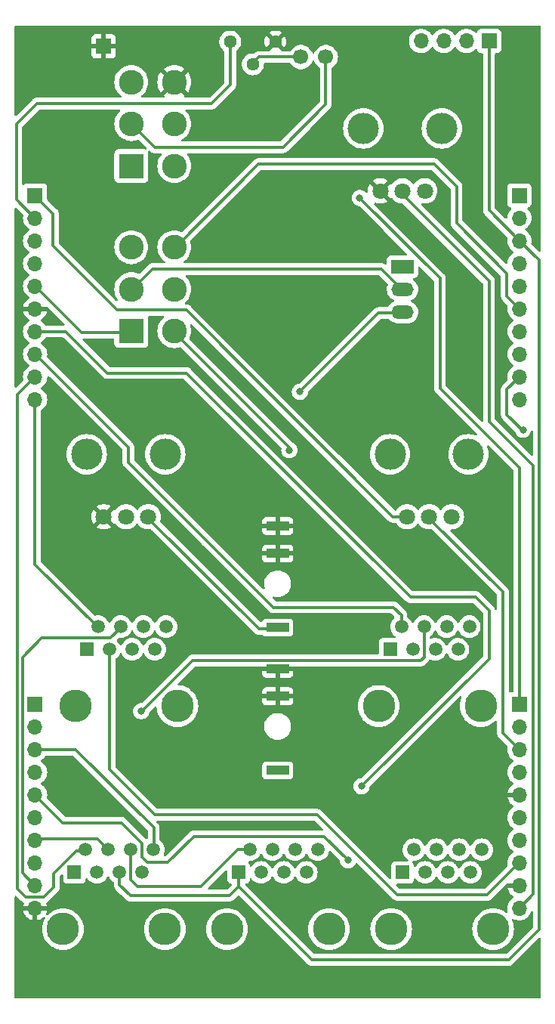
<source format=gbr>
%TF.GenerationSoftware,KiCad,Pcbnew,7.0.7*%
%TF.CreationDate,2023-08-21T15:50:52+01:00*%
%TF.ProjectId,Quadraphone_Controls_v3,51756164-7261-4706-986f-6e655f436f6e,rev?*%
%TF.SameCoordinates,Original*%
%TF.FileFunction,Copper,L1,Top*%
%TF.FilePolarity,Positive*%
%FSLAX46Y46*%
G04 Gerber Fmt 4.6, Leading zero omitted, Abs format (unit mm)*
G04 Created by KiCad (PCBNEW 7.0.7) date 2023-08-21 15:50:52*
%MOMM*%
%LPD*%
G01*
G04 APERTURE LIST*
%TA.AperFunction,WasherPad*%
%ADD10C,3.650000*%
%TD*%
%TA.AperFunction,ComponentPad*%
%ADD11R,1.500000X1.500000*%
%TD*%
%TA.AperFunction,ComponentPad*%
%ADD12C,1.500000*%
%TD*%
%TA.AperFunction,WasherPad*%
%ADD13C,3.500000*%
%TD*%
%TA.AperFunction,ComponentPad*%
%ADD14C,1.800000*%
%TD*%
%TA.AperFunction,ComponentPad*%
%ADD15C,1.700000*%
%TD*%
%TA.AperFunction,ComponentPad*%
%ADD16R,2.500000X1.500000*%
%TD*%
%TA.AperFunction,ComponentPad*%
%ADD17O,2.500000X1.500000*%
%TD*%
%TA.AperFunction,ComponentPad*%
%ADD18R,2.775000X2.775000*%
%TD*%
%TA.AperFunction,ComponentPad*%
%ADD19C,2.775000*%
%TD*%
%TA.AperFunction,ComponentPad*%
%ADD20R,2.500000X1.000000*%
%TD*%
%TA.AperFunction,ComponentPad*%
%ADD21C,1.440000*%
%TD*%
%TA.AperFunction,ComponentPad*%
%ADD22R,1.700000X1.700000*%
%TD*%
%TA.AperFunction,ComponentPad*%
%ADD23O,1.700000X1.700000*%
%TD*%
%TA.AperFunction,ViaPad*%
%ADD24C,0.800000*%
%TD*%
%TA.AperFunction,Conductor*%
%ADD25C,0.300000*%
%TD*%
G04 APERTURE END LIST*
D10*
%TO.P,J7,*%
%TO.N,*%
X91330000Y-120200000D03*
X102760000Y-120200000D03*
D11*
%TO.P,J7,1*%
%TO.N,/PWM_CV1*%
X92600000Y-113850000D03*
D12*
%TO.P,J7,2*%
%TO.N,/PWM_CV2*%
X93870000Y-111310000D03*
%TO.P,J7,3*%
%TO.N,/PWM_CV3*%
X95140000Y-113850000D03*
%TO.P,J7,4*%
%TO.N,/PWM_CV4*%
X96410000Y-111310000D03*
%TO.P,J7,5*%
%TO.N,unconnected-(J7-Pad5)*%
X97680000Y-113850000D03*
%TO.P,J7,6*%
%TO.N,unconnected-(J7-Pad6)*%
X98950000Y-111310000D03*
%TO.P,J7,7*%
%TO.N,unconnected-(J7-Pad7)*%
X100220000Y-113850000D03*
%TO.P,J7,8*%
%TO.N,unconnected-(J7-Pad8)*%
X101490000Y-111310000D03*
%TD*%
D13*
%TO.P,Fine_Tune1,*%
%TO.N,*%
X89600000Y-55500000D03*
X98400000Y-55500000D03*
D14*
%TO.P,Fine_Tune1,1,1*%
%TO.N,+5V*%
X96500000Y-62500000D03*
%TO.P,Fine_Tune1,2,2*%
%TO.N,/FINE_TUNE*%
X94000000Y-62500000D03*
%TO.P,Fine_Tune1,3,3*%
%TO.N,GND*%
X91500000Y-62500000D03*
%TD*%
D15*
%TO.P,TP1,1,1*%
%TO.N,/2V*%
X82600000Y-47500000D03*
%TD*%
D10*
%TO.P,J9,*%
%TO.N,*%
X57330000Y-120200000D03*
X68760000Y-120200000D03*
D11*
%TO.P,J9,1*%
%TO.N,/FREQ_MOD1*%
X58600000Y-113850000D03*
D12*
%TO.P,J9,2*%
%TO.N,/FREQ_MOD2*%
X59870000Y-111310000D03*
%TO.P,J9,3*%
%TO.N,/FREQ_MOD3*%
X61140000Y-113850000D03*
%TO.P,J9,4*%
%TO.N,/FREQ_MOD4*%
X62410000Y-111310000D03*
%TO.P,J9,5*%
%TO.N,unconnected-(J9-Pad5)*%
X63680000Y-113850000D03*
%TO.P,J9,6*%
%TO.N,unconnected-(J9-Pad6)*%
X64950000Y-111310000D03*
%TO.P,J9,7*%
%TO.N,unconnected-(J9-Pad7)*%
X66220000Y-113850000D03*
%TO.P,J9,8*%
%TO.N,unconnected-(J9-Pad8)*%
X67490000Y-111310000D03*
%TD*%
D10*
%TO.P,J8,*%
%TO.N,*%
X92730000Y-145200000D03*
X104160000Y-145200000D03*
D11*
%TO.P,J8,1*%
%TO.N,/SYNCH_SIGNAL1*%
X94000000Y-138850000D03*
D12*
%TO.P,J8,2*%
%TO.N,/SYNCH_SIGNAL2*%
X95270000Y-136310000D03*
%TO.P,J8,3*%
%TO.N,/SYNCH_SIGNAL3*%
X96540000Y-138850000D03*
%TO.P,J8,4*%
%TO.N,/SYNCH_SIGNAL4*%
X97810000Y-136310000D03*
%TO.P,J8,5*%
%TO.N,unconnected-(J8-Pad5)*%
X99080000Y-138850000D03*
%TO.P,J8,6*%
%TO.N,unconnected-(J8-Pad6)*%
X100350000Y-136310000D03*
%TO.P,J8,7*%
%TO.N,unconnected-(J8-Pad7)*%
X101620000Y-138850000D03*
%TO.P,J8,8*%
%TO.N,unconnected-(J8-Pad8)*%
X102890000Y-136310000D03*
%TD*%
D16*
%TO.P,SW1,1,A*%
%TO.N,/HARD_SYNCH_SW*%
X94000000Y-71000000D03*
D17*
%TO.P,SW1,2,B*%
%TO.N,+5V*%
X94000000Y-73540000D03*
%TO.P,SW1,3,C*%
%TO.N,/SOFT_SYNCH_SW*%
X94000000Y-76080000D03*
%TD*%
D13*
%TO.P,Vibrato_Depth1,*%
%TO.N,*%
X58600000Y-92000000D03*
X67400000Y-92000000D03*
D14*
%TO.P,Vibrato_Depth1,1,1*%
%TO.N,/LFO_IN*%
X65500000Y-99000000D03*
%TO.P,Vibrato_Depth1,2,2*%
%TO.N,/LIN_FREQ_IN*%
X63000000Y-99000000D03*
%TO.P,Vibrato_Depth1,3,3*%
%TO.N,GND*%
X60500000Y-99000000D03*
%TD*%
D15*
%TO.P,TP2,1,1*%
%TO.N,/OCT_TUNE*%
X85400000Y-47500000D03*
%TD*%
D10*
%TO.P,J10,*%
%TO.N,*%
X55930000Y-145200000D03*
X67360000Y-145200000D03*
D11*
%TO.P,J10,1*%
%TO.N,/V_PER_OCT1*%
X57200000Y-138850000D03*
D12*
%TO.P,J10,2*%
%TO.N,/V_PER_OCT2*%
X58470000Y-136310000D03*
%TO.P,J10,3*%
%TO.N,/V_PER_OCT3*%
X59740000Y-138850000D03*
%TO.P,J10,4*%
%TO.N,/V_PER_OCT4*%
X61010000Y-136310000D03*
%TO.P,J10,5*%
%TO.N,/MIX_OUT1*%
X62280000Y-138850000D03*
%TO.P,J10,6*%
%TO.N,/MIX_OUT2*%
X63550000Y-136310000D03*
%TO.P,J10,7*%
%TO.N,/MIX_OUT3*%
X64820000Y-138850000D03*
%TO.P,J10,8*%
%TO.N,/MIX_OUT4*%
X66090000Y-136310000D03*
%TD*%
D18*
%TO.P,SW3,1,Out1*%
%TO.N,/2V*%
X63585000Y-59700000D03*
D19*
%TO.P,SW3,2,In*%
%TO.N,/OCT_TUNE*%
X63585000Y-55000000D03*
%TO.P,SW3,3,Pin3*%
%TO.N,Net-(SW3-Pin3)*%
X63585000Y-50300000D03*
%TO.P,SW3,4,Out2*%
%TO.N,/1V*%
X68415000Y-59700000D03*
%TO.P,SW3,5,Pin5*%
%TO.N,Net-(SW3-Pin3)*%
X68415000Y-55000000D03*
%TO.P,SW3,6,Out3*%
%TO.N,GND*%
X68415000Y-50300000D03*
%TD*%
D18*
%TO.P,SW2,1,Out1*%
%TO.N,/PULSE_SW*%
X63585000Y-78200000D03*
D19*
%TO.P,SW2,2,In*%
%TO.N,+5V*%
X63585000Y-73500000D03*
%TO.P,SW2,3,Pin3*%
%TO.N,Net-(SW2-Pin3)*%
X63585000Y-68800000D03*
%TO.P,SW2,4,Out2*%
%TO.N,/TRIANGLE_SW*%
X68415000Y-78200000D03*
%TO.P,SW2,5,Pin5*%
%TO.N,Net-(SW2-Pin3)*%
X68415000Y-73500000D03*
%TO.P,SW2,6,Out3*%
%TO.N,/SAW_SW*%
X68415000Y-68800000D03*
%TD*%
D10*
%TO.P,J11,*%
%TO.N,*%
X74330000Y-145200000D03*
X85760000Y-145200000D03*
D11*
%TO.P,J11,1*%
%TO.N,/MIX_OUT1*%
X75600000Y-138850000D03*
D12*
%TO.P,J11,2*%
%TO.N,/MIX_OUT2*%
X76870000Y-136310000D03*
%TO.P,J11,3*%
%TO.N,/MIX_OUT3*%
X78140000Y-138850000D03*
%TO.P,J11,4*%
%TO.N,/MIX_OUT4*%
X79410000Y-136310000D03*
%TO.P,J11,5*%
%TO.N,unconnected-(J11-Pad5)*%
X80680000Y-138850000D03*
%TO.P,J11,6*%
%TO.N,unconnected-(J11-Pad6)*%
X81950000Y-136310000D03*
%TO.P,J11,7*%
%TO.N,unconnected-(J11-Pad7)*%
X83220000Y-138850000D03*
%TO.P,J11,8*%
%TO.N,unconnected-(J11-Pad8)*%
X84490000Y-136310000D03*
%TD*%
D20*
%TO.P,J6,1*%
%TO.N,GND*%
X80000000Y-100020000D03*
%TO.P,J6,2*%
X80000000Y-103120000D03*
%TO.P,J6,3*%
%TO.N,/LFO_IN*%
X80000000Y-111420000D03*
%TD*%
D13*
%TO.P,PWM_Pot1,*%
%TO.N,*%
X92600000Y-92000000D03*
X101400000Y-92000000D03*
D14*
%TO.P,PWM_Pot1,1,1*%
%TO.N,-12V*%
X99500000Y-99000000D03*
%TO.P,PWM_Pot1,2,2*%
%TO.N,/PWM_POT*%
X97000000Y-99000000D03*
%TO.P,PWM_Pot1,3,3*%
%TO.N,+12V*%
X94500000Y-99000000D03*
%TD*%
D20*
%TO.P,J5,1*%
%TO.N,GND*%
X80000000Y-116020000D03*
%TO.P,J5,2*%
X80000000Y-119120000D03*
%TO.P,J5,3*%
%TO.N,/PWM_CV*%
X80000000Y-127420000D03*
%TD*%
D21*
%TO.P,OctaveTrim1,1,1*%
%TO.N,+5V*%
X74675000Y-45775000D03*
%TO.P,OctaveTrim1,2,2*%
%TO.N,/2V*%
X77215000Y-48315000D03*
%TO.P,OctaveTrim1,3,3*%
%TO.N,GND*%
X79755000Y-45775000D03*
%TD*%
D22*
%TO.P,J13,1,Pin_1*%
%TO.N,/MIX_OUT1*%
X103700000Y-45700000D03*
D23*
%TO.P,J13,2,Pin_2*%
%TO.N,/MIX_OUT2*%
X101160000Y-45700000D03*
%TO.P,J13,3,Pin_3*%
%TO.N,/MIX_OUT3*%
X98620000Y-45700000D03*
%TO.P,J13,4,Pin_4*%
%TO.N,/MIX_OUT4*%
X96080000Y-45700000D03*
%TD*%
D22*
%TO.P,J3,1,Pin_1*%
%TO.N,/MIX_OUT3*%
X107100000Y-120000000D03*
D23*
%TO.P,J3,2,Pin_2*%
%TO.N,/PWM_CV*%
X107100000Y-122540000D03*
%TO.P,J3,3,Pin_3*%
%TO.N,/PWM_POT*%
X107100000Y-125080000D03*
%TO.P,J3,4,Pin_4*%
%TO.N,/PWM_CV3*%
X107100000Y-127620000D03*
%TO.P,J3,5,Pin_5*%
%TO.N,GND*%
X107100000Y-130160000D03*
%TO.P,J3,6,Pin_6*%
%TO.N,/V_PER_OCT3*%
X107100000Y-132700000D03*
%TO.P,J3,7,Pin_7*%
%TO.N,/Synch3*%
X107100000Y-135240000D03*
%TO.P,J3,8,Pin_8*%
%TO.N,/FREQ_MOD3*%
X107100000Y-137780000D03*
%TO.P,J3,9,Pin_9*%
%TO.N,GND*%
X107100000Y-140320000D03*
%TO.P,J3,10,Pin_10*%
%TO.N,/FINE_TUNE*%
X107100000Y-142860000D03*
%TD*%
D22*
%TO.P,J14,1,Pin_1*%
%TO.N,GND*%
X60500000Y-46300000D03*
%TD*%
%TO.P,J4,1,Pin_1*%
%TO.N,/LIN_FREQ_IN*%
X52800000Y-120000000D03*
D23*
%TO.P,J4,2,Pin_2*%
%TO.N,/SOFT_SYNCH_SW*%
X52800000Y-122540000D03*
%TO.P,J4,3,Pin_3*%
%TO.N,/MIX_OUT4*%
X52800000Y-125080000D03*
%TO.P,J4,4,Pin_4*%
%TO.N,/TRIANGLE_SW*%
X52800000Y-127620000D03*
%TO.P,J4,5,Pin_5*%
%TO.N,/Synch4*%
X52800000Y-130160000D03*
%TO.P,J4,6,Pin_6*%
%TO.N,/PWM_CV4*%
X52800000Y-132700000D03*
%TO.P,J4,7,Pin_7*%
%TO.N,/V_PER_OCT4*%
X52800000Y-135240000D03*
%TO.P,J4,8,Pin_8*%
%TO.N,/OCT_TUNE*%
X52800000Y-137780000D03*
%TO.P,J4,9,Pin_9*%
%TO.N,/FREQ_MOD4*%
X52800000Y-140320000D03*
%TO.P,J4,10,Pin_10*%
%TO.N,GND*%
X52800000Y-142860000D03*
%TD*%
D22*
%TO.P,J1,1,Pin_1*%
%TO.N,-5V*%
X107100000Y-63000000D03*
D23*
%TO.P,J1,2,Pin_2*%
%TO.N,-12V*%
X107100000Y-65540000D03*
%TO.P,J1,3,Pin_3*%
%TO.N,/MIX_OUT1*%
X107100000Y-68080000D03*
%TO.P,J1,4,Pin_4*%
%TO.N,/HARD_SYNCH_SW*%
X107100000Y-70620000D03*
%TO.P,J1,5,Pin_5*%
%TO.N,GND*%
X107100000Y-73160000D03*
%TO.P,J1,6,Pin_6*%
%TO.N,/SAW_SW*%
X107100000Y-75700000D03*
%TO.P,J1,7,Pin_7*%
%TO.N,/Synch1*%
X107100000Y-78240000D03*
%TO.P,J1,8,Pin_8*%
%TO.N,/PWM_CV1*%
X107100000Y-80780000D03*
%TO.P,J1,9,Pin_9*%
%TO.N,/V_PER_OCT1*%
X107100000Y-83320000D03*
%TO.P,J1,10,Pin_10*%
%TO.N,/FREQ_MOD1*%
X107100000Y-85860000D03*
%TD*%
D22*
%TO.P,J2,1,Pin_1*%
%TO.N,+12V*%
X52800000Y-63000000D03*
D23*
%TO.P,J2,2,Pin_2*%
%TO.N,+5V*%
X52800000Y-65540000D03*
%TO.P,J2,3,Pin_3*%
%TO.N,+2V5*%
X52800000Y-68080000D03*
%TO.P,J2,4,Pin_4*%
%TO.N,/MIX_OUT2*%
X52800000Y-70620000D03*
%TO.P,J2,5,Pin_5*%
%TO.N,/PULSE_SW*%
X52800000Y-73160000D03*
%TO.P,J2,6,Pin_6*%
%TO.N,GND*%
X52800000Y-75700000D03*
%TO.P,J2,7,Pin_7*%
%TO.N,/Synch2*%
X52800000Y-78240000D03*
%TO.P,J2,8,Pin_8*%
%TO.N,/PWM_CV2*%
X52800000Y-80780000D03*
%TO.P,J2,9,Pin_9*%
%TO.N,/V_PER_OCT2*%
X52800000Y-83320000D03*
%TO.P,J2,10,Pin_10*%
%TO.N,/FREQ_MOD2*%
X52800000Y-85860000D03*
%TD*%
D24*
%TO.N,/PWM_CV4*%
X64700000Y-120800004D03*
%TO.N,/MIX_OUT3*%
X89200004Y-63300000D03*
%TO.N,/V_PER_OCT1*%
X107500000Y-89250000D03*
%TO.N,GND*%
X101800000Y-76400000D03*
X95600000Y-117500000D03*
X101800000Y-48700000D03*
X65500000Y-106800000D03*
X88550000Y-47800000D03*
X104900000Y-83050000D03*
X107900000Y-44950000D03*
X94800000Y-49300000D03*
X73200000Y-99000000D03*
X104600000Y-142300000D03*
X61600000Y-145100000D03*
X71950000Y-88100000D03*
X95200000Y-66800000D03*
X81750000Y-52750000D03*
X98500000Y-70100000D03*
X81000000Y-73800000D03*
X81100000Y-130000000D03*
X81000000Y-80300000D03*
X87500000Y-88100000D03*
X62000000Y-84300000D03*
X101200000Y-58500000D03*
X58000000Y-82900000D03*
X60500000Y-79600000D03*
X73600000Y-140200000D03*
X100200000Y-95700000D03*
X73700000Y-123400000D03*
X64000000Y-117400000D03*
X97600000Y-133200000D03*
X55100000Y-95300000D03*
X86700000Y-110900000D03*
X83900000Y-133700000D03*
X104206066Y-102506066D03*
X55000000Y-85900000D03*
X62000000Y-131900000D03*
X88400000Y-132900000D03*
X52400000Y-151900000D03*
X66350000Y-128350000D03*
X90700000Y-113600000D03*
X72500000Y-113300000D03*
X57800000Y-63800000D03*
X82400000Y-143800000D03*
X90800000Y-73900000D03*
X96400000Y-81900000D03*
X55732654Y-128606684D03*
X93600000Y-104000000D03*
X70800000Y-130900000D03*
X83100000Y-92650000D03*
X74800000Y-74500000D03*
X53430331Y-58930331D03*
X71500000Y-55400000D03*
X57000000Y-104500000D03*
X86800000Y-123600000D03*
X106750000Y-58450000D03*
X108400000Y-152100000D03*
X95300000Y-126100000D03*
X85600000Y-55800000D03*
X69900000Y-63800000D03*
X90000000Y-106800000D03*
X78000000Y-145000000D03*
X80900000Y-68600000D03*
X104600000Y-126400000D03*
X86100000Y-139300000D03*
X103075500Y-66543192D03*
X99800000Y-121100000D03*
X98650000Y-145200000D03*
X68400000Y-134000000D03*
X101306066Y-105406066D03*
X105000000Y-131800000D03*
X96800000Y-74900000D03*
%TO.N,/SOFT_SYNCH_SW*%
X82500000Y-85000010D03*
%TO.N,/TRIANGLE_SW*%
X81300000Y-91550000D03*
%TO.N,/Synch2*%
X89400000Y-129200000D03*
%TO.N,/Synch4*%
X87900000Y-137500000D03*
%TD*%
D25*
%TO.N,+5V*%
X72600000Y-52700000D02*
X74675000Y-50625000D01*
X53000000Y-52700000D02*
X72600000Y-52700000D01*
X50700000Y-63440000D02*
X50700000Y-55000000D01*
X50700000Y-55000000D02*
X53000000Y-52700000D01*
X52800000Y-65540000D02*
X50700000Y-63440000D01*
X74675000Y-50625000D02*
X74675000Y-45775000D01*
%TO.N,/Synch2*%
X103700000Y-114900000D02*
X89400000Y-129200000D01*
X103700000Y-109500000D02*
X103700000Y-114900000D01*
X102200000Y-108000000D02*
X103700000Y-109500000D01*
X69800000Y-82900000D02*
X94900000Y-108000000D01*
X52800000Y-78240000D02*
X56240000Y-78240000D01*
X94900000Y-108000000D02*
X102200000Y-108000000D01*
X56240000Y-78240000D02*
X60900000Y-82900000D01*
X60900000Y-82900000D02*
X69800000Y-82900000D01*
%TO.N,/PWM_CV4*%
X96410000Y-114740000D02*
X96050000Y-115100000D01*
X96410000Y-111460000D02*
X96410000Y-114740000D01*
X96050000Y-115100000D02*
X70450000Y-115100000D01*
X70450000Y-115100000D02*
X64700000Y-120850000D01*
%TO.N,/PWM_CV2*%
X93870000Y-110020000D02*
X93000000Y-109150000D01*
X93000000Y-109150000D02*
X79500000Y-109150000D01*
X79500000Y-109150000D02*
X63250000Y-92900000D01*
X52830000Y-80780000D02*
X52800000Y-80780000D01*
X63250000Y-91200000D02*
X52830000Y-80780000D01*
X63250000Y-92900000D02*
X63250000Y-91200000D01*
X93870000Y-111460000D02*
X93870000Y-110020000D01*
%TO.N,/MIX_OUT4*%
X52820000Y-125100000D02*
X52800000Y-125080000D01*
X66100000Y-133850000D02*
X57350000Y-125100000D01*
X66100000Y-133850000D02*
X66100000Y-136450000D01*
X57350000Y-125100000D02*
X52820000Y-125100000D01*
%TO.N,/MIX_OUT3*%
X107100000Y-93500000D02*
X98200000Y-84600000D01*
X107100000Y-120000000D02*
X107100000Y-93500000D01*
X98200000Y-72299996D02*
X89200004Y-63300000D01*
X98200000Y-84600000D02*
X98200000Y-72299996D01*
%TO.N,/MIX_OUT2*%
X64300000Y-140450000D02*
X71400000Y-140450000D01*
X63550000Y-139700000D02*
X64300000Y-140450000D01*
X71400000Y-140450000D02*
X75540000Y-136310000D01*
X63550000Y-136460000D02*
X63550000Y-139700000D01*
X75540000Y-136310000D02*
X76870000Y-136310000D01*
%TO.N,/MIX_OUT1*%
X103700000Y-64680000D02*
X103700000Y-45700000D01*
X62280000Y-139000000D02*
X62280000Y-140230000D01*
X109300000Y-145250000D02*
X109300000Y-70250000D01*
X107100000Y-68080000D02*
X103700000Y-64680000D01*
X62280000Y-140230000D02*
X63500000Y-141450000D01*
X75600000Y-140450000D02*
X83800000Y-148650000D01*
X74600000Y-141450000D02*
X75600000Y-140450000D01*
X109300000Y-70250000D02*
X107130000Y-68080000D01*
X63500000Y-141450000D02*
X74600000Y-141450000D01*
X75600000Y-140450000D02*
X75600000Y-139000000D01*
X83800000Y-148650000D02*
X105900000Y-148650000D01*
X105900000Y-148650000D02*
X109300000Y-145250000D01*
X107130000Y-68080000D02*
X107100000Y-68080000D01*
%TO.N,/FREQ_MOD4*%
X53550000Y-112600000D02*
X51400000Y-114750000D01*
X51400000Y-138920000D02*
X52800000Y-140320000D01*
X51400000Y-114750000D02*
X51400000Y-138920000D01*
X61270000Y-112600000D02*
X53550000Y-112600000D01*
X62410000Y-111460000D02*
X61270000Y-112600000D01*
%TO.N,/FREQ_MOD3*%
X103500000Y-141350000D02*
X93400000Y-141350000D01*
X66250000Y-132400000D02*
X61140000Y-127290000D01*
X107100000Y-137780000D02*
X107070000Y-137780000D01*
X93400000Y-141350000D02*
X84450000Y-132400000D01*
X61140000Y-127290000D02*
X61140000Y-114000000D01*
X84450000Y-132400000D02*
X66250000Y-132400000D01*
X107070000Y-137780000D02*
X103500000Y-141350000D01*
%TO.N,/FREQ_MOD2*%
X52800000Y-104350000D02*
X52800000Y-85860000D01*
X59870000Y-111420000D02*
X52800000Y-104350000D01*
%TO.N,/V_PER_OCT4*%
X52800000Y-135240000D02*
X52940000Y-135100000D01*
X52940000Y-135100000D02*
X59800000Y-135100000D01*
X59800000Y-135100000D02*
X61010000Y-136310000D01*
%TO.N,/V_PER_OCT2*%
X50800000Y-85320000D02*
X50800000Y-140650000D01*
X53800000Y-141600000D02*
X54900000Y-140500000D01*
X52800000Y-83320000D02*
X50800000Y-85320000D01*
X54900000Y-140500000D02*
X54900000Y-138969340D01*
X50800000Y-140650000D02*
X51750000Y-141600000D01*
X54900000Y-138969340D02*
X57409340Y-136460000D01*
X57409340Y-136460000D02*
X58470000Y-136460000D01*
X51750000Y-141600000D02*
X53800000Y-141600000D01*
%TO.N,/V_PER_OCT1*%
X107500000Y-89400000D02*
X105700000Y-87600000D01*
X105700000Y-87600000D02*
X105700000Y-84720000D01*
X105700000Y-84720000D02*
X107100000Y-83320000D01*
%TO.N,/SAW_SW*%
X105700000Y-74300000D02*
X107100000Y-75700000D01*
X100050000Y-66100000D02*
X105700000Y-71750000D01*
X100050000Y-62000000D02*
X100050000Y-66100000D01*
X68415000Y-68935000D02*
X77850000Y-59500000D01*
X105700000Y-71750000D02*
X105700000Y-74300000D01*
X97550000Y-59500000D02*
X100050000Y-62000000D01*
X77850000Y-59500000D02*
X97550000Y-59500000D01*
%TO.N,+12V*%
X54800000Y-68650000D02*
X54800000Y-65050000D01*
X54800000Y-65050000D02*
X52800000Y-63050000D01*
X92900000Y-99000000D02*
X69750000Y-75850000D01*
X62000000Y-75850000D02*
X54800000Y-68650000D01*
X52800000Y-63050000D02*
X52800000Y-63000000D01*
X94500000Y-99000000D02*
X92900000Y-99000000D01*
X69750000Y-75850000D02*
X62000000Y-75850000D01*
%TO.N,+5V*%
X65985000Y-71250000D02*
X91606100Y-71250000D01*
X63585000Y-73650000D02*
X65985000Y-71250000D01*
X91606100Y-71250000D02*
X94000000Y-73643900D01*
%TO.N,/PULSE_SW*%
X63585000Y-78350000D02*
X58000000Y-78350000D01*
X58000000Y-78350000D02*
X52810000Y-73160000D01*
X52810000Y-73160000D02*
X52800000Y-73160000D01*
%TO.N,/PWM_POT*%
X105249502Y-123229502D02*
X107100000Y-125080000D01*
X105249502Y-107399502D02*
X105249502Y-123229502D01*
X97000000Y-99150000D02*
X105249502Y-107399502D01*
%TO.N,/OCT_TUNE*%
X80600000Y-57600000D02*
X85400000Y-52800000D01*
X66185000Y-57600000D02*
X80600000Y-57600000D01*
X85400000Y-52800000D02*
X85400000Y-47500000D01*
X63585000Y-55000000D02*
X66185000Y-57600000D01*
%TO.N,/SOFT_SYNCH_SW*%
X91316100Y-76183900D02*
X82500000Y-85000000D01*
X82500000Y-85000000D02*
X82500000Y-85000010D01*
X94000000Y-76183900D02*
X91316100Y-76183900D01*
%TO.N,/TRIANGLE_SW*%
X81300000Y-91235000D02*
X68415000Y-78350000D01*
X81300000Y-91700000D02*
X81300000Y-91235000D01*
%TO.N,/FINE_TUNE*%
X108650000Y-93300000D02*
X108650000Y-141310000D01*
X94000000Y-62650000D02*
X94000000Y-62900000D01*
X94000000Y-62900000D02*
X103700000Y-72600000D01*
X103700000Y-88350000D02*
X108650000Y-93300000D01*
X108650000Y-141310000D02*
X107100000Y-142860000D01*
X103700000Y-72600000D02*
X103700000Y-88350000D01*
%TO.N,/LFO_IN*%
X80000000Y-111570000D02*
X77920000Y-111570000D01*
X77920000Y-111570000D02*
X65500000Y-99150000D01*
%TO.N,/2V*%
X82600000Y-47500000D02*
X77900000Y-47500000D01*
X77900000Y-47500000D02*
X77085000Y-48315000D01*
%TO.N,/Synch4*%
X62476332Y-133276332D02*
X64800000Y-135600000D01*
X85200000Y-134800000D02*
X87900000Y-137500000D01*
X64800000Y-135600000D02*
X64800000Y-137100000D01*
X55916332Y-133276332D02*
X62476332Y-133276332D01*
X70600000Y-134800000D02*
X85200000Y-134800000D01*
X52800000Y-130160000D02*
X55916332Y-133276332D01*
X64800000Y-137100000D02*
X65400000Y-137700000D01*
X65400000Y-137700000D02*
X67700000Y-137700000D01*
X67700000Y-137700000D02*
X70600000Y-134800000D01*
%TD*%
%TA.AperFunction,Conductor*%
%TO.N,GND*%
G36*
X55859531Y-139045235D02*
G01*
X55916367Y-139087782D01*
X55941178Y-139154302D01*
X55941499Y-139163291D01*
X55941499Y-139648632D01*
X55941500Y-139648649D01*
X55948009Y-139709196D01*
X55948011Y-139709204D01*
X55999110Y-139846202D01*
X55999112Y-139846207D01*
X56086738Y-139963261D01*
X56203792Y-140050887D01*
X56203794Y-140050888D01*
X56203796Y-140050889D01*
X56252031Y-140068880D01*
X56340795Y-140101988D01*
X56340803Y-140101990D01*
X56401350Y-140108499D01*
X56401355Y-140108499D01*
X56401362Y-140108500D01*
X56401368Y-140108500D01*
X57998632Y-140108500D01*
X57998638Y-140108500D01*
X57998645Y-140108499D01*
X57998649Y-140108499D01*
X58059196Y-140101990D01*
X58059199Y-140101989D01*
X58059201Y-140101989D01*
X58059207Y-140101987D01*
X58102063Y-140086002D01*
X58196204Y-140050889D01*
X58313261Y-139963261D01*
X58341710Y-139925258D01*
X58400887Y-139846207D01*
X58400887Y-139846206D01*
X58400889Y-139846204D01*
X58451989Y-139709201D01*
X58453885Y-139691572D01*
X58458499Y-139648649D01*
X58458500Y-139648632D01*
X58458500Y-139613576D01*
X58478502Y-139545455D01*
X58532158Y-139498962D01*
X58602432Y-139488858D01*
X58667012Y-139518352D01*
X58687713Y-139541306D01*
X58772247Y-139662033D01*
X58772254Y-139662042D01*
X58927957Y-139817745D01*
X58927961Y-139817748D01*
X58927962Y-139817749D01*
X59108346Y-139944056D01*
X59307924Y-140037120D01*
X59520629Y-140094115D01*
X59740000Y-140113307D01*
X59959371Y-140094115D01*
X60172076Y-140037120D01*
X60371654Y-139944056D01*
X60552038Y-139817749D01*
X60707749Y-139662038D01*
X60834056Y-139481654D01*
X60895805Y-139349229D01*
X60942720Y-139295947D01*
X61010997Y-139276485D01*
X61078957Y-139297026D01*
X61124194Y-139349231D01*
X61174005Y-139456050D01*
X61185944Y-139481654D01*
X61285232Y-139623451D01*
X61312251Y-139662038D01*
X61312254Y-139662042D01*
X61467957Y-139817745D01*
X61467961Y-139817748D01*
X61467962Y-139817749D01*
X61567771Y-139887636D01*
X61612099Y-139943093D01*
X61621500Y-139990850D01*
X61621499Y-140143390D01*
X61619708Y-140159621D01*
X61619958Y-140159645D01*
X61619211Y-140167537D01*
X61621499Y-140240342D01*
X61621499Y-140271430D01*
X61622427Y-140278777D01*
X61622893Y-140284691D01*
X61624437Y-140333829D01*
X61624438Y-140333832D01*
X61630421Y-140354429D01*
X61634428Y-140373780D01*
X61637117Y-140395060D01*
X61637117Y-140395062D01*
X61655216Y-140440778D01*
X61657139Y-140446394D01*
X61670853Y-140493597D01*
X61670853Y-140493598D01*
X61681771Y-140512058D01*
X61690468Y-140529811D01*
X61698364Y-140549755D01*
X61698367Y-140549760D01*
X61715048Y-140572718D01*
X61727265Y-140589532D01*
X61730521Y-140594490D01*
X61751994Y-140630800D01*
X61755547Y-140636807D01*
X61770714Y-140651974D01*
X61783551Y-140667004D01*
X61796159Y-140684357D01*
X61817630Y-140702119D01*
X61834039Y-140715694D01*
X61838420Y-140719680D01*
X62441274Y-141322534D01*
X62973125Y-141854385D01*
X62983338Y-141867131D01*
X62983531Y-141866972D01*
X62988583Y-141873079D01*
X62988584Y-141873080D01*
X63041685Y-141922945D01*
X63063667Y-141944927D01*
X63063675Y-141944933D01*
X63069517Y-141949465D01*
X63074033Y-141953322D01*
X63109867Y-141986972D01*
X63128669Y-141997308D01*
X63145175Y-142008151D01*
X63162132Y-142021304D01*
X63207254Y-142040829D01*
X63212580Y-142043439D01*
X63255659Y-142067123D01*
X63255663Y-142067124D01*
X63276432Y-142072456D01*
X63295134Y-142078859D01*
X63314824Y-142087380D01*
X63363395Y-142095072D01*
X63369189Y-142096271D01*
X63416812Y-142108500D01*
X63438259Y-142108500D01*
X63457967Y-142110050D01*
X63479152Y-142113406D01*
X63516880Y-142109839D01*
X63528094Y-142108780D01*
X63534027Y-142108500D01*
X74513389Y-142108500D01*
X74529620Y-142110291D01*
X74529644Y-142110042D01*
X74537536Y-142110788D01*
X74537536Y-142110787D01*
X74537537Y-142110788D01*
X74610342Y-142108500D01*
X74641432Y-142108500D01*
X74648779Y-142107571D01*
X74654682Y-142107106D01*
X74703831Y-142105562D01*
X74724421Y-142099579D01*
X74743776Y-142095571D01*
X74765064Y-142092882D01*
X74810796Y-142074775D01*
X74816380Y-142072863D01*
X74863600Y-142059145D01*
X74882050Y-142048232D01*
X74899813Y-142039530D01*
X74919756Y-142031635D01*
X74959537Y-142002730D01*
X74964487Y-141999480D01*
X74985637Y-141986972D01*
X75006807Y-141974453D01*
X75021977Y-141959281D01*
X75037005Y-141946447D01*
X75054357Y-141933841D01*
X75085697Y-141895955D01*
X75089675Y-141891583D01*
X75510906Y-141470353D01*
X75573217Y-141436329D01*
X75644033Y-141441394D01*
X75689095Y-141470355D01*
X83273125Y-149054385D01*
X83283338Y-149067131D01*
X83283531Y-149066972D01*
X83288583Y-149073079D01*
X83288584Y-149073080D01*
X83341685Y-149122945D01*
X83363667Y-149144927D01*
X83363675Y-149144933D01*
X83369517Y-149149465D01*
X83374033Y-149153322D01*
X83409867Y-149186972D01*
X83428669Y-149197308D01*
X83445175Y-149208151D01*
X83462132Y-149221304D01*
X83507269Y-149240837D01*
X83512569Y-149243433D01*
X83555663Y-149267124D01*
X83569950Y-149270792D01*
X83576429Y-149272456D01*
X83595132Y-149278859D01*
X83599886Y-149280916D01*
X83614823Y-149287380D01*
X83663399Y-149295073D01*
X83669191Y-149296273D01*
X83687922Y-149301082D01*
X83716811Y-149308500D01*
X83716812Y-149308500D01*
X83738258Y-149308500D01*
X83757967Y-149310051D01*
X83762507Y-149310769D01*
X83779152Y-149313406D01*
X83816880Y-149309839D01*
X83828094Y-149308780D01*
X83834027Y-149308500D01*
X105813389Y-149308500D01*
X105829620Y-149310291D01*
X105829644Y-149310042D01*
X105837536Y-149310788D01*
X105837536Y-149310787D01*
X105837537Y-149310788D01*
X105910342Y-149308500D01*
X105941432Y-149308500D01*
X105948779Y-149307571D01*
X105954682Y-149307106D01*
X106003831Y-149305562D01*
X106024421Y-149299579D01*
X106043776Y-149295571D01*
X106065064Y-149292882D01*
X106110796Y-149274775D01*
X106116380Y-149272863D01*
X106163600Y-149259145D01*
X106182050Y-149248232D01*
X106199813Y-149239530D01*
X106219756Y-149231635D01*
X106259537Y-149202730D01*
X106264487Y-149199480D01*
X106285637Y-149186972D01*
X106306807Y-149174453D01*
X106321977Y-149159281D01*
X106337005Y-149146447D01*
X106354357Y-149133841D01*
X106385702Y-149095950D01*
X106389670Y-149091588D01*
X109284408Y-146196851D01*
X109346716Y-146162828D01*
X109417531Y-146167893D01*
X109474367Y-146210440D01*
X109499178Y-146276960D01*
X109499499Y-146285949D01*
X109499500Y-152823500D01*
X109479498Y-152891621D01*
X109425842Y-152938114D01*
X109373500Y-152949500D01*
X50626500Y-152949500D01*
X50558379Y-152929498D01*
X50511886Y-152875842D01*
X50500500Y-152823500D01*
X50500500Y-141585950D01*
X50520502Y-141517829D01*
X50574158Y-141471336D01*
X50644432Y-141461232D01*
X50709012Y-141490726D01*
X50715595Y-141496855D01*
X51223125Y-142004385D01*
X51233338Y-142017131D01*
X51233531Y-142016972D01*
X51238583Y-142023079D01*
X51238584Y-142023080D01*
X51291685Y-142072945D01*
X51313667Y-142094927D01*
X51313675Y-142094933D01*
X51319517Y-142099465D01*
X51324033Y-142103322D01*
X51328062Y-142107105D01*
X51359867Y-142136972D01*
X51378669Y-142147308D01*
X51395175Y-142158151D01*
X51412132Y-142171304D01*
X51457254Y-142190830D01*
X51462579Y-142193438D01*
X51479966Y-142202997D01*
X51530025Y-142253342D01*
X51544919Y-142322759D01*
X51534654Y-142364024D01*
X51511179Y-142417543D01*
X51511176Y-142417550D01*
X51463455Y-142605999D01*
X51463456Y-142606000D01*
X52185156Y-142606000D01*
X52253277Y-142626002D01*
X52299770Y-142679658D01*
X52309874Y-142749932D01*
X52306052Y-142767496D01*
X52300000Y-142788111D01*
X52300000Y-142931889D01*
X52304836Y-142948360D01*
X52306053Y-142952504D01*
X52306052Y-143023500D01*
X52267667Y-143083226D01*
X52203086Y-143112718D01*
X52185156Y-143114000D01*
X51463455Y-143114000D01*
X51511176Y-143302449D01*
X51511179Y-143302456D01*
X51601580Y-143508548D01*
X51724674Y-143696958D01*
X51877097Y-143862534D01*
X52054698Y-144000767D01*
X52054699Y-144000768D01*
X52252628Y-144107882D01*
X52252630Y-144107883D01*
X52465483Y-144180955D01*
X52465492Y-144180957D01*
X52545999Y-144194390D01*
X52545999Y-143474033D01*
X52566001Y-143405912D01*
X52619657Y-143359419D01*
X52689926Y-143349315D01*
X52764237Y-143360000D01*
X52835763Y-143360000D01*
X52910068Y-143349316D01*
X52980340Y-143359419D01*
X53033996Y-143405911D01*
X53053999Y-143474031D01*
X53053999Y-144194391D01*
X53134507Y-144180957D01*
X53134516Y-144180955D01*
X53347369Y-144107883D01*
X53347371Y-144107882D01*
X53545300Y-144000768D01*
X53545309Y-144000762D01*
X53720650Y-143864288D01*
X53786692Y-143838231D01*
X53856338Y-143852016D01*
X53907474Y-143901266D01*
X53923867Y-143970344D01*
X53905312Y-144026274D01*
X53906860Y-144027168D01*
X53904799Y-144030736D01*
X53769501Y-144305091D01*
X53769498Y-144305099D01*
X53671178Y-144594741D01*
X53671176Y-144594751D01*
X53611500Y-144894754D01*
X53611498Y-144894768D01*
X53591493Y-145199996D01*
X53591493Y-145200003D01*
X53611498Y-145505231D01*
X53611500Y-145505245D01*
X53671176Y-145805248D01*
X53671178Y-145805258D01*
X53769498Y-146094900D01*
X53769504Y-146094914D01*
X53904792Y-146369251D01*
X54074731Y-146623584D01*
X54074734Y-146623588D01*
X54276425Y-146853574D01*
X54422063Y-146981294D01*
X54506407Y-147055262D01*
X54506409Y-147055263D01*
X54506411Y-147055265D01*
X54506415Y-147055268D01*
X54674417Y-147167523D01*
X54760746Y-147225206D01*
X55035092Y-147360499D01*
X55324750Y-147458824D01*
X55624764Y-147518501D01*
X55799184Y-147529932D01*
X55929997Y-147538507D01*
X55930000Y-147538507D01*
X55930003Y-147538507D01*
X56044463Y-147531004D01*
X56235236Y-147518501D01*
X56535250Y-147458824D01*
X56824908Y-147360499D01*
X57099254Y-147225206D01*
X57353593Y-147055262D01*
X57583574Y-146853574D01*
X57785262Y-146623593D01*
X57955206Y-146369254D01*
X58090499Y-146094908D01*
X58188824Y-145805250D01*
X58248501Y-145505236D01*
X58268507Y-145200003D01*
X65021493Y-145200003D01*
X65041498Y-145505231D01*
X65041500Y-145505245D01*
X65101176Y-145805248D01*
X65101178Y-145805258D01*
X65199498Y-146094900D01*
X65199504Y-146094914D01*
X65334792Y-146369251D01*
X65504731Y-146623584D01*
X65504734Y-146623588D01*
X65706425Y-146853574D01*
X65852063Y-146981294D01*
X65936407Y-147055262D01*
X65936409Y-147055263D01*
X65936411Y-147055265D01*
X65936415Y-147055268D01*
X66104417Y-147167523D01*
X66190746Y-147225206D01*
X66465092Y-147360499D01*
X66754750Y-147458824D01*
X67054764Y-147518501D01*
X67229184Y-147529932D01*
X67359997Y-147538507D01*
X67360000Y-147538507D01*
X67360003Y-147538507D01*
X67474463Y-147531004D01*
X67665236Y-147518501D01*
X67965250Y-147458824D01*
X68254908Y-147360499D01*
X68529254Y-147225206D01*
X68783593Y-147055262D01*
X69013574Y-146853574D01*
X69215262Y-146623593D01*
X69385206Y-146369254D01*
X69520499Y-146094908D01*
X69618824Y-145805250D01*
X69678501Y-145505236D01*
X69698507Y-145200003D01*
X71991493Y-145200003D01*
X72011498Y-145505231D01*
X72011500Y-145505245D01*
X72071176Y-145805248D01*
X72071178Y-145805258D01*
X72169498Y-146094900D01*
X72169504Y-146094914D01*
X72304792Y-146369251D01*
X72474731Y-146623584D01*
X72474734Y-146623588D01*
X72676425Y-146853574D01*
X72822063Y-146981294D01*
X72906407Y-147055262D01*
X72906409Y-147055263D01*
X72906411Y-147055265D01*
X72906415Y-147055268D01*
X73074417Y-147167523D01*
X73160746Y-147225206D01*
X73435092Y-147360499D01*
X73724750Y-147458824D01*
X74024764Y-147518501D01*
X74199184Y-147529932D01*
X74329997Y-147538507D01*
X74330000Y-147538507D01*
X74330003Y-147538507D01*
X74444463Y-147531004D01*
X74635236Y-147518501D01*
X74935250Y-147458824D01*
X75224908Y-147360499D01*
X75499254Y-147225206D01*
X75753593Y-147055262D01*
X75983574Y-146853574D01*
X76185262Y-146623593D01*
X76355206Y-146369254D01*
X76490499Y-146094908D01*
X76588824Y-145805250D01*
X76648501Y-145505236D01*
X76668507Y-145200000D01*
X76648501Y-144894764D01*
X76588824Y-144594750D01*
X76490499Y-144305092D01*
X76355206Y-144030747D01*
X76185262Y-143776407D01*
X75983574Y-143546426D01*
X75983571Y-143546424D01*
X75983570Y-143546422D01*
X75854521Y-143433249D01*
X75753593Y-143344738D01*
X75753591Y-143344736D01*
X75753588Y-143344734D01*
X75753584Y-143344731D01*
X75499251Y-143174792D01*
X75224914Y-143039504D01*
X75224908Y-143039501D01*
X75224903Y-143039499D01*
X75224900Y-143039498D01*
X74935258Y-142941178D01*
X74935252Y-142941176D01*
X74935250Y-142941176D01*
X74834789Y-142921193D01*
X74635245Y-142881500D01*
X74635231Y-142881498D01*
X74330003Y-142861493D01*
X74329997Y-142861493D01*
X74024768Y-142881498D01*
X74024754Y-142881500D01*
X73774980Y-142931184D01*
X73724750Y-142941176D01*
X73724748Y-142941176D01*
X73724741Y-142941178D01*
X73435099Y-143039498D01*
X73435091Y-143039501D01*
X73160741Y-143174797D01*
X72906409Y-143344736D01*
X72676426Y-143546426D01*
X72474736Y-143776409D01*
X72304797Y-144030741D01*
X72169501Y-144305091D01*
X72169498Y-144305099D01*
X72071178Y-144594741D01*
X72071176Y-144594751D01*
X72011500Y-144894754D01*
X72011498Y-144894768D01*
X71991493Y-145199996D01*
X71991493Y-145200003D01*
X69698507Y-145200003D01*
X69698507Y-145200000D01*
X69678501Y-144894764D01*
X69618824Y-144594750D01*
X69520499Y-144305092D01*
X69385206Y-144030747D01*
X69215262Y-143776407D01*
X69013574Y-143546426D01*
X69013571Y-143546424D01*
X69013570Y-143546422D01*
X68884521Y-143433249D01*
X68783593Y-143344738D01*
X68783591Y-143344736D01*
X68783588Y-143344734D01*
X68783584Y-143344731D01*
X68529251Y-143174792D01*
X68254914Y-143039504D01*
X68254908Y-143039501D01*
X68254903Y-143039499D01*
X68254900Y-143039498D01*
X67965258Y-142941178D01*
X67965252Y-142941176D01*
X67965250Y-142941176D01*
X67864789Y-142921193D01*
X67665245Y-142881500D01*
X67665231Y-142881498D01*
X67360003Y-142861493D01*
X67359997Y-142861493D01*
X67054768Y-142881498D01*
X67054754Y-142881500D01*
X66804980Y-142931184D01*
X66754750Y-142941176D01*
X66754748Y-142941176D01*
X66754741Y-142941178D01*
X66465099Y-143039498D01*
X66465091Y-143039501D01*
X66190741Y-143174797D01*
X65936409Y-143344736D01*
X65706426Y-143546426D01*
X65504736Y-143776409D01*
X65334797Y-144030741D01*
X65199501Y-144305091D01*
X65199498Y-144305099D01*
X65101178Y-144594741D01*
X65101176Y-144594751D01*
X65041500Y-144894754D01*
X65041498Y-144894768D01*
X65021493Y-145199996D01*
X65021493Y-145200003D01*
X58268507Y-145200003D01*
X58268507Y-145200000D01*
X58248501Y-144894764D01*
X58188824Y-144594750D01*
X58090499Y-144305092D01*
X57955206Y-144030747D01*
X57785262Y-143776407D01*
X57583574Y-143546426D01*
X57583571Y-143546424D01*
X57583570Y-143546422D01*
X57454521Y-143433249D01*
X57353593Y-143344738D01*
X57353591Y-143344736D01*
X57353588Y-143344734D01*
X57353584Y-143344731D01*
X57099251Y-143174792D01*
X56824914Y-143039504D01*
X56824908Y-143039501D01*
X56824903Y-143039499D01*
X56824900Y-143039498D01*
X56535258Y-142941178D01*
X56535252Y-142941176D01*
X56535250Y-142941176D01*
X56434789Y-142921193D01*
X56235245Y-142881500D01*
X56235231Y-142881498D01*
X55930003Y-142861493D01*
X55929997Y-142861493D01*
X55624768Y-142881498D01*
X55624754Y-142881500D01*
X55374980Y-142931184D01*
X55324750Y-142941176D01*
X55324748Y-142941176D01*
X55324741Y-142941178D01*
X55035099Y-143039498D01*
X55035091Y-143039501D01*
X54760741Y-143174797D01*
X54506409Y-143344736D01*
X54276425Y-143546426D01*
X54224688Y-143605421D01*
X54164734Y-143643448D01*
X54093739Y-143643024D01*
X54034242Y-143604285D01*
X54005135Y-143539530D01*
X54014570Y-143471728D01*
X54088820Y-143302456D01*
X54088823Y-143302449D01*
X54136544Y-143114000D01*
X53414844Y-143114000D01*
X53346723Y-143093998D01*
X53300230Y-143040342D01*
X53290126Y-142970068D01*
X53293947Y-142952504D01*
X53295163Y-142948360D01*
X53300000Y-142931889D01*
X53300000Y-142788111D01*
X53293946Y-142767496D01*
X53293948Y-142696500D01*
X53332333Y-142636774D01*
X53396914Y-142607282D01*
X53414844Y-142606000D01*
X54136544Y-142606000D01*
X54136544Y-142605999D01*
X54088823Y-142417550D01*
X54088820Y-142417543D01*
X54057720Y-142346642D01*
X54048673Y-142276224D01*
X54079133Y-142212094D01*
X54114058Y-142187724D01*
X54112810Y-142185453D01*
X54119750Y-142181637D01*
X54119756Y-142181635D01*
X54159537Y-142152730D01*
X54164487Y-142149480D01*
X54185637Y-142136972D01*
X54206807Y-142124453D01*
X54221977Y-142109281D01*
X54237005Y-142096447D01*
X54254357Y-142083841D01*
X54285702Y-142045950D01*
X54289670Y-142041588D01*
X55304386Y-141026872D01*
X55317129Y-141016665D01*
X55316969Y-141016471D01*
X55323074Y-141011419D01*
X55323080Y-141011416D01*
X55372945Y-140958314D01*
X55394927Y-140936333D01*
X55399470Y-140930475D01*
X55403308Y-140925980D01*
X55436972Y-140890133D01*
X55447310Y-140871327D01*
X55458152Y-140854823D01*
X55471304Y-140837868D01*
X55490832Y-140792737D01*
X55493441Y-140787414D01*
X55517124Y-140744337D01*
X55522457Y-140723562D01*
X55528856Y-140704869D01*
X55537380Y-140685176D01*
X55545074Y-140636591D01*
X55546271Y-140630810D01*
X55558500Y-140583188D01*
X55558500Y-140561741D01*
X55560051Y-140542030D01*
X55563406Y-140520848D01*
X55558780Y-140471903D01*
X55558500Y-140465971D01*
X55558500Y-139294290D01*
X55578502Y-139226169D01*
X55595405Y-139205195D01*
X55726404Y-139074196D01*
X55788716Y-139040170D01*
X55859531Y-139045235D01*
G37*
%TD.AperFunction*%
%TA.AperFunction,Conductor*%
G36*
X85904726Y-136448749D02*
G01*
X85944221Y-136475481D01*
X86957030Y-137488290D01*
X86991056Y-137550602D01*
X86993244Y-137564210D01*
X87006458Y-137689928D01*
X87065473Y-137871556D01*
X87065476Y-137871561D01*
X87160958Y-138036941D01*
X87160965Y-138036951D01*
X87288744Y-138178864D01*
X87288747Y-138178866D01*
X87443248Y-138291118D01*
X87617712Y-138368794D01*
X87804513Y-138408500D01*
X87995487Y-138408500D01*
X88182288Y-138368794D01*
X88356752Y-138291118D01*
X88511253Y-138178866D01*
X88529416Y-138158694D01*
X88639034Y-138036951D01*
X88639035Y-138036949D01*
X88639040Y-138036944D01*
X88734527Y-137871556D01*
X88734531Y-137871541D01*
X88737211Y-137865526D01*
X88739003Y-137866324D01*
X88773781Y-137815458D01*
X88839176Y-137787818D01*
X88909134Y-137799921D01*
X88942641Y-137823901D01*
X92873124Y-141754383D01*
X92883340Y-141767133D01*
X92883533Y-141766974D01*
X92888584Y-141773080D01*
X92941701Y-141822960D01*
X92963658Y-141844918D01*
X92963662Y-141844921D01*
X92963667Y-141844926D01*
X92969523Y-141849468D01*
X92974020Y-141853310D01*
X93009867Y-141886972D01*
X93028660Y-141897303D01*
X93045184Y-141908158D01*
X93062132Y-141921305D01*
X93107255Y-141940831D01*
X93112585Y-141943442D01*
X93115297Y-141944933D01*
X93155657Y-141967121D01*
X93155659Y-141967122D01*
X93155663Y-141967124D01*
X93176440Y-141972458D01*
X93195132Y-141978857D01*
X93214823Y-141987379D01*
X93263402Y-141995072D01*
X93269171Y-141996267D01*
X93316812Y-142008500D01*
X93338258Y-142008500D01*
X93357968Y-142010050D01*
X93379151Y-142013406D01*
X93414642Y-142010051D01*
X93428092Y-142008780D01*
X93434025Y-142008500D01*
X103413389Y-142008500D01*
X103429620Y-142010291D01*
X103429644Y-142010042D01*
X103437536Y-142010788D01*
X103437536Y-142010787D01*
X103437537Y-142010788D01*
X103510342Y-142008500D01*
X103541432Y-142008500D01*
X103548779Y-142007571D01*
X103554682Y-142007106D01*
X103603831Y-142005562D01*
X103624421Y-141999579D01*
X103643776Y-141995571D01*
X103665064Y-141992882D01*
X103710796Y-141974775D01*
X103716380Y-141972863D01*
X103763600Y-141959145D01*
X103782050Y-141948232D01*
X103799813Y-141939530D01*
X103819756Y-141931635D01*
X103859537Y-141902730D01*
X103864487Y-141899480D01*
X103885637Y-141886972D01*
X103906807Y-141874453D01*
X103921977Y-141859281D01*
X103937005Y-141846447D01*
X103954357Y-141833841D01*
X103985698Y-141795954D01*
X103989676Y-141791582D01*
X105678353Y-140102904D01*
X105740665Y-140068880D01*
X105767448Y-140066000D01*
X106485156Y-140066000D01*
X106553277Y-140086002D01*
X106599770Y-140139658D01*
X106609874Y-140209932D01*
X106606053Y-140227496D01*
X106600000Y-140248111D01*
X106600000Y-140391888D01*
X106606053Y-140412504D01*
X106606052Y-140483500D01*
X106567667Y-140543226D01*
X106503086Y-140572718D01*
X106485156Y-140574000D01*
X105763455Y-140574000D01*
X105811176Y-140762449D01*
X105811179Y-140762456D01*
X105901580Y-140968548D01*
X106024674Y-141156958D01*
X106177097Y-141322534D01*
X106354698Y-141460767D01*
X106354704Y-141460771D01*
X106388207Y-141478902D01*
X106438597Y-141528915D01*
X106453949Y-141598232D01*
X106429388Y-141664845D01*
X106388207Y-141700528D01*
X106354430Y-141718807D01*
X106354424Y-141718811D01*
X106176762Y-141857091D01*
X106024279Y-142022729D01*
X106024275Y-142022734D01*
X105901141Y-142211206D01*
X105810703Y-142417386D01*
X105810702Y-142417387D01*
X105755437Y-142635624D01*
X105755436Y-142635630D01*
X105755436Y-142635632D01*
X105736844Y-142860000D01*
X105738626Y-142881500D01*
X105755436Y-143084369D01*
X105789758Y-143219903D01*
X105787090Y-143290850D01*
X105746489Y-143349091D01*
X105680846Y-143376137D01*
X105611001Y-143363400D01*
X105586907Y-143347162D01*
X105586850Y-143347238D01*
X105585634Y-143346305D01*
X105584534Y-143345563D01*
X105583593Y-143344738D01*
X105583587Y-143344734D01*
X105583584Y-143344731D01*
X105329251Y-143174792D01*
X105054914Y-143039504D01*
X105054908Y-143039501D01*
X105054903Y-143039499D01*
X105054900Y-143039498D01*
X104765258Y-142941178D01*
X104765252Y-142941176D01*
X104765250Y-142941176D01*
X104664789Y-142921193D01*
X104465245Y-142881500D01*
X104465231Y-142881498D01*
X104160003Y-142861493D01*
X104159997Y-142861493D01*
X103854768Y-142881498D01*
X103854754Y-142881500D01*
X103604980Y-142931184D01*
X103554750Y-142941176D01*
X103554748Y-142941176D01*
X103554741Y-142941178D01*
X103265099Y-143039498D01*
X103265091Y-143039501D01*
X102990741Y-143174797D01*
X102736409Y-143344736D01*
X102506426Y-143546426D01*
X102304736Y-143776409D01*
X102134797Y-144030741D01*
X101999501Y-144305091D01*
X101999498Y-144305099D01*
X101901178Y-144594741D01*
X101901176Y-144594751D01*
X101841500Y-144894754D01*
X101841498Y-144894768D01*
X101821493Y-145199996D01*
X101821493Y-145200003D01*
X101841498Y-145505231D01*
X101841500Y-145505245D01*
X101901176Y-145805248D01*
X101901178Y-145805258D01*
X101999498Y-146094900D01*
X101999504Y-146094914D01*
X102134792Y-146369251D01*
X102304731Y-146623584D01*
X102304734Y-146623588D01*
X102506425Y-146853574D01*
X102652063Y-146981294D01*
X102736407Y-147055262D01*
X102736409Y-147055263D01*
X102736411Y-147055265D01*
X102736415Y-147055268D01*
X102904417Y-147167523D01*
X102990746Y-147225206D01*
X103265092Y-147360499D01*
X103554750Y-147458824D01*
X103854764Y-147518501D01*
X104029184Y-147529932D01*
X104159997Y-147538507D01*
X104160000Y-147538507D01*
X104160003Y-147538507D01*
X104274463Y-147531004D01*
X104465236Y-147518501D01*
X104765250Y-147458824D01*
X105054908Y-147360499D01*
X105329254Y-147225206D01*
X105583593Y-147055262D01*
X105813574Y-146853574D01*
X106015262Y-146623593D01*
X106185206Y-146369254D01*
X106320499Y-146094908D01*
X106418824Y-145805250D01*
X106478501Y-145505236D01*
X106498507Y-145200000D01*
X106478501Y-144894764D01*
X106418824Y-144594750D01*
X106320499Y-144305092D01*
X106278717Y-144220368D01*
X106266528Y-144150429D01*
X106294087Y-144084999D01*
X106352645Y-144044856D01*
X106423610Y-144042743D01*
X106451691Y-144053827D01*
X106552426Y-144108342D01*
X106552427Y-144108342D01*
X106552428Y-144108343D01*
X106664227Y-144146723D01*
X106765365Y-144181444D01*
X106987431Y-144218500D01*
X106987435Y-144218500D01*
X107212565Y-144218500D01*
X107212569Y-144218500D01*
X107434635Y-144181444D01*
X107647574Y-144108342D01*
X107845576Y-144001189D01*
X108023240Y-143862906D01*
X108175722Y-143697268D01*
X108298860Y-143508791D01*
X108389296Y-143302616D01*
X108393356Y-143286583D01*
X108429467Y-143225459D01*
X108492894Y-143193559D01*
X108563498Y-143201015D01*
X108618863Y-143245459D01*
X108641411Y-143312780D01*
X108641500Y-143317515D01*
X108641500Y-144925049D01*
X108621498Y-144993170D01*
X108604595Y-145014144D01*
X105664145Y-147954595D01*
X105601833Y-147988621D01*
X105575050Y-147991500D01*
X84124949Y-147991500D01*
X84056828Y-147971498D01*
X84035854Y-147954595D01*
X81281262Y-145200003D01*
X83421493Y-145200003D01*
X83441498Y-145505231D01*
X83441500Y-145505245D01*
X83501176Y-145805248D01*
X83501178Y-145805258D01*
X83599498Y-146094900D01*
X83599504Y-146094914D01*
X83734792Y-146369251D01*
X83904731Y-146623584D01*
X83904734Y-146623588D01*
X84106425Y-146853574D01*
X84252063Y-146981294D01*
X84336407Y-147055262D01*
X84336409Y-147055263D01*
X84336411Y-147055265D01*
X84336415Y-147055268D01*
X84504417Y-147167523D01*
X84590746Y-147225206D01*
X84865092Y-147360499D01*
X85154750Y-147458824D01*
X85454764Y-147518501D01*
X85629184Y-147529932D01*
X85759997Y-147538507D01*
X85760000Y-147538507D01*
X85760003Y-147538507D01*
X85874463Y-147531004D01*
X86065236Y-147518501D01*
X86365250Y-147458824D01*
X86654908Y-147360499D01*
X86929254Y-147225206D01*
X87183593Y-147055262D01*
X87413574Y-146853574D01*
X87615262Y-146623593D01*
X87785206Y-146369254D01*
X87920499Y-146094908D01*
X88018824Y-145805250D01*
X88078501Y-145505236D01*
X88098507Y-145200003D01*
X90391493Y-145200003D01*
X90411498Y-145505231D01*
X90411500Y-145505245D01*
X90471176Y-145805248D01*
X90471178Y-145805258D01*
X90569498Y-146094900D01*
X90569504Y-146094914D01*
X90704792Y-146369251D01*
X90874731Y-146623584D01*
X90874734Y-146623588D01*
X91076425Y-146853574D01*
X91222063Y-146981294D01*
X91306407Y-147055262D01*
X91306409Y-147055263D01*
X91306411Y-147055265D01*
X91306415Y-147055268D01*
X91474417Y-147167523D01*
X91560746Y-147225206D01*
X91835092Y-147360499D01*
X92124750Y-147458824D01*
X92424764Y-147518501D01*
X92599184Y-147529932D01*
X92729997Y-147538507D01*
X92730000Y-147538507D01*
X92730003Y-147538507D01*
X92844463Y-147531004D01*
X93035236Y-147518501D01*
X93335250Y-147458824D01*
X93624908Y-147360499D01*
X93899254Y-147225206D01*
X94153593Y-147055262D01*
X94383574Y-146853574D01*
X94585262Y-146623593D01*
X94755206Y-146369254D01*
X94890499Y-146094908D01*
X94988824Y-145805250D01*
X95048501Y-145505236D01*
X95068507Y-145200000D01*
X95048501Y-144894764D01*
X94988824Y-144594750D01*
X94890499Y-144305092D01*
X94755206Y-144030747D01*
X94585262Y-143776407D01*
X94383574Y-143546426D01*
X94383571Y-143546424D01*
X94383570Y-143546422D01*
X94254521Y-143433249D01*
X94153593Y-143344738D01*
X94153591Y-143344736D01*
X94153588Y-143344734D01*
X94153584Y-143344731D01*
X93899251Y-143174792D01*
X93624914Y-143039504D01*
X93624908Y-143039501D01*
X93624903Y-143039499D01*
X93624900Y-143039498D01*
X93335258Y-142941178D01*
X93335252Y-142941176D01*
X93335250Y-142941176D01*
X93234789Y-142921193D01*
X93035245Y-142881500D01*
X93035231Y-142881498D01*
X92730003Y-142861493D01*
X92729997Y-142861493D01*
X92424768Y-142881498D01*
X92424754Y-142881500D01*
X92174980Y-142931184D01*
X92124750Y-142941176D01*
X92124748Y-142941176D01*
X92124741Y-142941178D01*
X91835099Y-143039498D01*
X91835091Y-143039501D01*
X91560741Y-143174797D01*
X91306409Y-143344736D01*
X91076426Y-143546426D01*
X90874736Y-143776409D01*
X90704797Y-144030741D01*
X90569501Y-144305091D01*
X90569498Y-144305099D01*
X90471178Y-144594741D01*
X90471176Y-144594751D01*
X90411500Y-144894754D01*
X90411498Y-144894768D01*
X90391493Y-145199996D01*
X90391493Y-145200003D01*
X88098507Y-145200003D01*
X88098507Y-145200000D01*
X88078501Y-144894764D01*
X88018824Y-144594750D01*
X87920499Y-144305092D01*
X87785206Y-144030747D01*
X87615262Y-143776407D01*
X87413574Y-143546426D01*
X87413571Y-143546424D01*
X87413570Y-143546422D01*
X87284521Y-143433249D01*
X87183593Y-143344738D01*
X87183591Y-143344736D01*
X87183588Y-143344734D01*
X87183584Y-143344731D01*
X86929251Y-143174792D01*
X86654914Y-143039504D01*
X86654908Y-143039501D01*
X86654903Y-143039499D01*
X86654900Y-143039498D01*
X86365258Y-142941178D01*
X86365252Y-142941176D01*
X86365250Y-142941176D01*
X86264789Y-142921193D01*
X86065245Y-142881500D01*
X86065231Y-142881498D01*
X85760003Y-142861493D01*
X85759997Y-142861493D01*
X85454768Y-142881498D01*
X85454754Y-142881500D01*
X85204980Y-142931184D01*
X85154750Y-142941176D01*
X85154748Y-142941176D01*
X85154741Y-142941178D01*
X84865099Y-143039498D01*
X84865091Y-143039501D01*
X84590741Y-143174797D01*
X84336409Y-143344736D01*
X84106426Y-143546426D01*
X83904736Y-143776409D01*
X83734797Y-144030741D01*
X83599501Y-144305091D01*
X83599498Y-144305099D01*
X83501178Y-144594741D01*
X83501176Y-144594751D01*
X83441500Y-144894754D01*
X83441498Y-144894768D01*
X83421493Y-145199996D01*
X83421493Y-145200003D01*
X81281262Y-145200003D01*
X76395753Y-140314493D01*
X76361727Y-140252181D01*
X76366792Y-140181366D01*
X76409339Y-140124530D01*
X76455878Y-140102774D01*
X76459192Y-140101989D01*
X76459201Y-140101989D01*
X76596204Y-140050889D01*
X76713261Y-139963261D01*
X76741710Y-139925258D01*
X76800887Y-139846207D01*
X76800887Y-139846206D01*
X76800889Y-139846204D01*
X76851989Y-139709201D01*
X76853885Y-139691572D01*
X76858499Y-139648649D01*
X76858500Y-139648632D01*
X76858500Y-139613576D01*
X76878502Y-139545455D01*
X76932158Y-139498962D01*
X77002432Y-139488858D01*
X77067012Y-139518352D01*
X77087713Y-139541306D01*
X77172247Y-139662033D01*
X77172254Y-139662042D01*
X77327957Y-139817745D01*
X77327961Y-139817748D01*
X77327962Y-139817749D01*
X77508346Y-139944056D01*
X77707924Y-140037120D01*
X77920629Y-140094115D01*
X78140000Y-140113307D01*
X78359371Y-140094115D01*
X78572076Y-140037120D01*
X78771654Y-139944056D01*
X78952038Y-139817749D01*
X79107749Y-139662038D01*
X79234056Y-139481654D01*
X79295805Y-139349229D01*
X79342720Y-139295947D01*
X79410997Y-139276485D01*
X79478957Y-139297026D01*
X79524194Y-139349231D01*
X79574005Y-139456050D01*
X79585944Y-139481654D01*
X79685232Y-139623451D01*
X79712251Y-139662038D01*
X79712254Y-139662042D01*
X79867957Y-139817745D01*
X79867961Y-139817748D01*
X79867962Y-139817749D01*
X80048346Y-139944056D01*
X80247924Y-140037120D01*
X80460629Y-140094115D01*
X80680000Y-140113307D01*
X80899371Y-140094115D01*
X81112076Y-140037120D01*
X81311654Y-139944056D01*
X81492038Y-139817749D01*
X81647749Y-139662038D01*
X81774056Y-139481654D01*
X81835804Y-139349232D01*
X81882722Y-139295946D01*
X81950999Y-139276485D01*
X82018959Y-139297026D01*
X82064195Y-139349232D01*
X82125944Y-139481654D01*
X82225232Y-139623451D01*
X82252251Y-139662038D01*
X82252254Y-139662042D01*
X82407957Y-139817745D01*
X82407961Y-139817748D01*
X82407962Y-139817749D01*
X82588346Y-139944056D01*
X82787924Y-140037120D01*
X83000629Y-140094115D01*
X83220000Y-140113307D01*
X83439371Y-140094115D01*
X83652076Y-140037120D01*
X83851654Y-139944056D01*
X84032038Y-139817749D01*
X84187749Y-139662038D01*
X84314056Y-139481654D01*
X84407120Y-139282076D01*
X84464115Y-139069371D01*
X84483307Y-138850000D01*
X84464115Y-138630629D01*
X84407120Y-138417924D01*
X84314056Y-138218347D01*
X84187749Y-138037962D01*
X84032038Y-137882251D01*
X84008152Y-137865526D01*
X83914459Y-137799921D01*
X83851654Y-137755944D01*
X83831500Y-137746546D01*
X83652079Y-137662881D01*
X83652073Y-137662879D01*
X83555025Y-137636875D01*
X83439371Y-137605885D01*
X83220000Y-137586693D01*
X83219999Y-137586693D01*
X83000629Y-137605885D01*
X82787926Y-137662879D01*
X82787920Y-137662881D01*
X82588346Y-137755944D01*
X82407965Y-137882248D01*
X82407959Y-137882253D01*
X82252253Y-138037959D01*
X82252248Y-138037965D01*
X82125944Y-138218346D01*
X82064195Y-138350768D01*
X82017278Y-138404053D01*
X81949000Y-138423514D01*
X81881040Y-138402972D01*
X81835805Y-138350768D01*
X81811307Y-138298232D01*
X81774056Y-138218347D01*
X81647749Y-138037962D01*
X81492038Y-137882251D01*
X81468152Y-137865526D01*
X81374459Y-137799921D01*
X81311654Y-137755944D01*
X81291500Y-137746546D01*
X81112079Y-137662881D01*
X81112073Y-137662879D01*
X81015025Y-137636875D01*
X80899371Y-137605885D01*
X80680000Y-137586693D01*
X80460629Y-137605885D01*
X80247926Y-137662879D01*
X80247920Y-137662881D01*
X80048346Y-137755944D01*
X79867965Y-137882248D01*
X79867959Y-137882253D01*
X79712253Y-138037959D01*
X79712248Y-138037965D01*
X79585944Y-138218346D01*
X79524195Y-138350768D01*
X79477278Y-138404053D01*
X79409000Y-138423514D01*
X79341040Y-138402972D01*
X79295805Y-138350768D01*
X79271307Y-138298232D01*
X79234056Y-138218347D01*
X79107749Y-138037962D01*
X78952038Y-137882251D01*
X78928152Y-137865526D01*
X78834459Y-137799921D01*
X78771654Y-137755944D01*
X78751500Y-137746546D01*
X78572079Y-137662881D01*
X78572073Y-137662879D01*
X78475025Y-137636875D01*
X78359371Y-137605885D01*
X78140000Y-137586693D01*
X77920629Y-137605885D01*
X77707926Y-137662879D01*
X77707920Y-137662881D01*
X77508346Y-137755944D01*
X77327965Y-137882248D01*
X77327959Y-137882253D01*
X77172253Y-138037959D01*
X77172248Y-138037965D01*
X77087713Y-138158694D01*
X77032256Y-138203022D01*
X76961636Y-138210331D01*
X76898276Y-138178300D01*
X76862291Y-138117099D01*
X76858500Y-138086423D01*
X76858500Y-138051367D01*
X76858499Y-138051350D01*
X76851990Y-137990803D01*
X76851988Y-137990795D01*
X76807512Y-137871554D01*
X76800889Y-137853796D01*
X76800888Y-137853794D01*
X76800887Y-137853792D01*
X76740233Y-137772769D01*
X76715422Y-137706249D01*
X76730513Y-137636875D01*
X76780715Y-137586673D01*
X76850089Y-137571581D01*
X76852031Y-137571734D01*
X76870000Y-137573307D01*
X77089371Y-137554115D01*
X77302076Y-137497120D01*
X77501654Y-137404056D01*
X77682038Y-137277749D01*
X77837749Y-137122038D01*
X77964056Y-136941654D01*
X77984614Y-136897568D01*
X78025805Y-136809232D01*
X78072722Y-136755946D01*
X78140999Y-136736485D01*
X78208959Y-136757026D01*
X78254195Y-136809232D01*
X78295386Y-136897568D01*
X78315944Y-136941654D01*
X78442250Y-137122037D01*
X78442251Y-137122038D01*
X78442254Y-137122042D01*
X78597957Y-137277745D01*
X78597961Y-137277748D01*
X78597962Y-137277749D01*
X78778346Y-137404056D01*
X78977924Y-137497120D01*
X79190629Y-137554115D01*
X79410000Y-137573307D01*
X79629371Y-137554115D01*
X79842076Y-137497120D01*
X80041654Y-137404056D01*
X80222038Y-137277749D01*
X80377749Y-137122038D01*
X80504056Y-136941654D01*
X80524614Y-136897568D01*
X80565805Y-136809232D01*
X80612722Y-136755946D01*
X80680999Y-136736485D01*
X80748959Y-136757026D01*
X80794195Y-136809232D01*
X80835386Y-136897568D01*
X80855944Y-136941654D01*
X80982250Y-137122037D01*
X80982251Y-137122038D01*
X80982254Y-137122042D01*
X81137957Y-137277745D01*
X81137961Y-137277748D01*
X81137962Y-137277749D01*
X81318346Y-137404056D01*
X81517924Y-137497120D01*
X81730629Y-137554115D01*
X81950000Y-137573307D01*
X82169371Y-137554115D01*
X82382076Y-137497120D01*
X82581654Y-137404056D01*
X82762038Y-137277749D01*
X82917749Y-137122038D01*
X83044056Y-136941654D01*
X83064614Y-136897568D01*
X83105805Y-136809232D01*
X83152722Y-136755946D01*
X83220999Y-136736485D01*
X83288959Y-136757026D01*
X83334195Y-136809232D01*
X83375386Y-136897568D01*
X83395944Y-136941654D01*
X83522250Y-137122037D01*
X83522251Y-137122038D01*
X83522254Y-137122042D01*
X83677957Y-137277745D01*
X83677961Y-137277748D01*
X83677962Y-137277749D01*
X83858346Y-137404056D01*
X84057924Y-137497120D01*
X84270629Y-137554115D01*
X84490000Y-137573307D01*
X84709371Y-137554115D01*
X84922076Y-137497120D01*
X85121654Y-137404056D01*
X85302038Y-137277749D01*
X85457749Y-137122038D01*
X85584056Y-136941654D01*
X85677120Y-136742076D01*
X85733420Y-136531962D01*
X85770371Y-136471342D01*
X85834231Y-136440321D01*
X85904726Y-136448749D01*
G37*
%TD.AperFunction*%
%TA.AperFunction,Conductor*%
G36*
X74259532Y-138625893D02*
G01*
X74316368Y-138668440D01*
X74341179Y-138734960D01*
X74341500Y-138743949D01*
X74341500Y-139648649D01*
X74348009Y-139709196D01*
X74348011Y-139709204D01*
X74399110Y-139846202D01*
X74399112Y-139846207D01*
X74486738Y-139963261D01*
X74603792Y-140050887D01*
X74603794Y-140050888D01*
X74603796Y-140050889D01*
X74673806Y-140077001D01*
X74740790Y-140101986D01*
X74740792Y-140101986D01*
X74740799Y-140101989D01*
X74740805Y-140101989D01*
X74744124Y-140102774D01*
X74746443Y-140104094D01*
X74748184Y-140104744D01*
X74748078Y-140105025D01*
X74805820Y-140137904D01*
X74838729Y-140200813D01*
X74832403Y-140271527D01*
X74804247Y-140314493D01*
X74364143Y-140754596D01*
X74301833Y-140788620D01*
X74275050Y-140791500D01*
X72293950Y-140791500D01*
X72225829Y-140771498D01*
X72179336Y-140717842D01*
X72169232Y-140647568D01*
X72198726Y-140582988D01*
X72204855Y-140576405D01*
X74126405Y-138654854D01*
X74188717Y-138620829D01*
X74259532Y-138625893D01*
G37*
%TD.AperFunction*%
%TA.AperFunction,Conductor*%
G36*
X55983171Y-78918502D02*
G01*
X56004145Y-78935405D01*
X60373125Y-83304385D01*
X60383338Y-83317131D01*
X60383531Y-83316972D01*
X60388583Y-83323079D01*
X60388584Y-83323080D01*
X60441685Y-83372945D01*
X60463667Y-83394927D01*
X60463675Y-83394933D01*
X60469517Y-83399465D01*
X60474033Y-83403322D01*
X60509867Y-83436972D01*
X60528669Y-83447308D01*
X60545175Y-83458151D01*
X60562132Y-83471304D01*
X60607269Y-83490837D01*
X60612569Y-83493433D01*
X60655663Y-83517124D01*
X60669950Y-83520792D01*
X60676429Y-83522456D01*
X60695132Y-83528859D01*
X60699886Y-83530916D01*
X60714823Y-83537380D01*
X60763399Y-83545073D01*
X60769191Y-83546273D01*
X60787922Y-83551082D01*
X60816811Y-83558500D01*
X60816812Y-83558500D01*
X60838258Y-83558500D01*
X60857967Y-83560051D01*
X60862507Y-83560769D01*
X60879152Y-83563406D01*
X60916880Y-83559839D01*
X60928094Y-83558780D01*
X60934027Y-83558500D01*
X69475050Y-83558500D01*
X69543171Y-83578502D01*
X69564145Y-83595405D01*
X94373124Y-108404383D01*
X94383340Y-108417133D01*
X94383533Y-108416974D01*
X94388584Y-108423080D01*
X94441701Y-108472960D01*
X94463658Y-108494918D01*
X94463662Y-108494921D01*
X94463667Y-108494926D01*
X94469523Y-108499468D01*
X94474020Y-108503310D01*
X94509867Y-108536972D01*
X94528660Y-108547303D01*
X94545184Y-108558158D01*
X94562132Y-108571305D01*
X94607255Y-108590831D01*
X94612589Y-108593444D01*
X94655657Y-108617121D01*
X94655659Y-108617122D01*
X94655663Y-108617124D01*
X94676440Y-108622458D01*
X94695132Y-108628857D01*
X94714823Y-108637379D01*
X94763402Y-108645072D01*
X94769171Y-108646267D01*
X94816812Y-108658500D01*
X94838258Y-108658500D01*
X94857968Y-108660050D01*
X94879151Y-108663406D01*
X94914642Y-108660051D01*
X94928092Y-108658780D01*
X94934025Y-108658500D01*
X101875050Y-108658500D01*
X101943171Y-108678502D01*
X101964145Y-108695405D01*
X103004595Y-109735854D01*
X103038620Y-109798166D01*
X103041500Y-109824949D01*
X103041500Y-114575049D01*
X103021498Y-114643170D01*
X103004595Y-114664144D01*
X89414145Y-128254595D01*
X89351833Y-128288621D01*
X89325050Y-128291500D01*
X89304513Y-128291500D01*
X89117711Y-128331206D01*
X88943247Y-128408882D01*
X88788744Y-128521135D01*
X88660965Y-128663048D01*
X88660958Y-128663058D01*
X88565476Y-128828438D01*
X88565473Y-128828445D01*
X88506457Y-129010072D01*
X88486496Y-129200000D01*
X88506457Y-129389927D01*
X88536526Y-129482470D01*
X88565473Y-129571556D01*
X88565476Y-129571561D01*
X88660958Y-129736941D01*
X88660965Y-129736951D01*
X88788744Y-129878864D01*
X88849999Y-129923368D01*
X88943248Y-129991118D01*
X89117712Y-130068794D01*
X89304513Y-130108500D01*
X89495487Y-130108500D01*
X89682288Y-130068794D01*
X89856752Y-129991118D01*
X90011253Y-129878866D01*
X90139040Y-129736944D01*
X90234527Y-129571556D01*
X90293542Y-129389928D01*
X90306754Y-129264213D01*
X90333767Y-129198558D01*
X90342960Y-129188298D01*
X100423098Y-119108160D01*
X100485408Y-119074136D01*
X100556223Y-119079201D01*
X100613059Y-119121748D01*
X100637870Y-119188268D01*
X100625197Y-119252985D01*
X100599504Y-119305084D01*
X100599498Y-119305099D01*
X100501178Y-119594741D01*
X100501176Y-119594751D01*
X100441500Y-119894754D01*
X100441498Y-119894768D01*
X100421493Y-120199996D01*
X100421493Y-120200003D01*
X100441498Y-120505231D01*
X100441500Y-120505245D01*
X100462353Y-120610076D01*
X100500132Y-120800004D01*
X100501176Y-120805248D01*
X100501178Y-120805258D01*
X100599498Y-121094900D01*
X100599504Y-121094914D01*
X100734792Y-121369251D01*
X100904731Y-121623584D01*
X100904734Y-121623588D01*
X100904736Y-121623591D01*
X100904738Y-121623593D01*
X100951128Y-121676491D01*
X101106425Y-121853574D01*
X101153882Y-121895192D01*
X101336407Y-122055262D01*
X101336409Y-122055263D01*
X101336411Y-122055265D01*
X101336415Y-122055268D01*
X101399451Y-122097387D01*
X101590746Y-122225206D01*
X101865092Y-122360499D01*
X102154750Y-122458824D01*
X102454764Y-122518501D01*
X102629184Y-122529932D01*
X102759997Y-122538507D01*
X102760000Y-122538507D01*
X102760003Y-122538507D01*
X102874463Y-122531004D01*
X103065236Y-122518501D01*
X103365250Y-122458824D01*
X103654908Y-122360499D01*
X103929254Y-122225206D01*
X104183593Y-122055262D01*
X104381927Y-121881327D01*
X104446329Y-121851452D01*
X104516661Y-121861138D01*
X104570593Y-121907311D01*
X104591000Y-121975311D01*
X104591002Y-121976061D01*
X104591001Y-123142891D01*
X104589211Y-123159122D01*
X104589460Y-123159146D01*
X104588713Y-123167038D01*
X104591002Y-123239843D01*
X104591002Y-123270932D01*
X104591929Y-123278278D01*
X104592395Y-123284192D01*
X104593939Y-123333331D01*
X104593940Y-123333334D01*
X104599923Y-123353931D01*
X104603930Y-123373282D01*
X104606619Y-123394562D01*
X104606619Y-123394564D01*
X104624718Y-123440280D01*
X104626641Y-123445896D01*
X104640355Y-123493099D01*
X104640355Y-123493100D01*
X104651273Y-123511560D01*
X104659970Y-123529313D01*
X104667866Y-123549257D01*
X104667869Y-123549262D01*
X104681201Y-123567610D01*
X104696767Y-123589034D01*
X104700023Y-123593992D01*
X104725049Y-123636309D01*
X104740216Y-123651476D01*
X104753054Y-123666507D01*
X104765660Y-123683858D01*
X104803542Y-123715197D01*
X104807923Y-123719183D01*
X105742989Y-124654248D01*
X105777013Y-124716559D01*
X105776038Y-124774272D01*
X105755436Y-124855628D01*
X105736844Y-125080000D01*
X105755437Y-125304375D01*
X105810702Y-125522612D01*
X105810703Y-125522613D01*
X105901141Y-125728793D01*
X106024275Y-125917265D01*
X106024279Y-125917270D01*
X106176762Y-126082908D01*
X106208499Y-126107610D01*
X106354424Y-126221189D01*
X106387680Y-126239186D01*
X106438071Y-126289200D01*
X106453423Y-126358516D01*
X106428862Y-126425129D01*
X106387680Y-126460813D01*
X106354426Y-126478810D01*
X106354424Y-126478811D01*
X106176762Y-126617091D01*
X106024279Y-126782729D01*
X106024275Y-126782734D01*
X105901141Y-126971206D01*
X105810703Y-127177386D01*
X105810702Y-127177387D01*
X105755437Y-127395624D01*
X105736844Y-127619999D01*
X105755437Y-127844375D01*
X105810702Y-128062612D01*
X105810703Y-128062613D01*
X105901141Y-128268793D01*
X106024275Y-128457265D01*
X106024279Y-128457270D01*
X106176762Y-128622908D01*
X106208499Y-128647610D01*
X106354424Y-128761189D01*
X106388205Y-128779470D01*
X106438596Y-128829482D01*
X106453949Y-128898799D01*
X106429389Y-128965412D01*
X106388209Y-129001096D01*
X106354704Y-129019228D01*
X106354698Y-129019232D01*
X106177097Y-129157465D01*
X106024674Y-129323041D01*
X105901580Y-129511451D01*
X105811179Y-129717543D01*
X105811176Y-129717550D01*
X105763455Y-129905999D01*
X105763456Y-129906000D01*
X106485156Y-129906000D01*
X106553277Y-129926002D01*
X106599770Y-129979658D01*
X106609874Y-130049932D01*
X106606053Y-130067496D01*
X106600000Y-130088111D01*
X106600000Y-130231888D01*
X106606053Y-130252504D01*
X106606052Y-130323500D01*
X106567667Y-130383226D01*
X106503086Y-130412718D01*
X106485156Y-130414000D01*
X105763455Y-130414000D01*
X105811176Y-130602449D01*
X105811179Y-130602456D01*
X105901580Y-130808548D01*
X106024674Y-130996958D01*
X106177097Y-131162534D01*
X106354698Y-131300767D01*
X106354704Y-131300771D01*
X106388207Y-131318902D01*
X106438597Y-131368915D01*
X106453949Y-131438232D01*
X106429388Y-131504845D01*
X106388207Y-131540528D01*
X106354430Y-131558807D01*
X106354424Y-131558811D01*
X106176762Y-131697091D01*
X106024279Y-131862729D01*
X106024275Y-131862734D01*
X105901141Y-132051206D01*
X105810703Y-132257386D01*
X105810702Y-132257387D01*
X105755437Y-132475624D01*
X105755436Y-132475630D01*
X105755436Y-132475632D01*
X105736844Y-132700000D01*
X105751092Y-132871947D01*
X105755437Y-132924375D01*
X105810702Y-133142612D01*
X105810703Y-133142613D01*
X105901141Y-133348793D01*
X106024275Y-133537265D01*
X106024279Y-133537270D01*
X106176762Y-133702908D01*
X106205891Y-133725580D01*
X106354424Y-133841189D01*
X106387680Y-133859186D01*
X106438071Y-133909200D01*
X106453423Y-133978516D01*
X106428862Y-134045129D01*
X106387680Y-134080813D01*
X106354426Y-134098810D01*
X106354424Y-134098811D01*
X106176762Y-134237091D01*
X106024279Y-134402729D01*
X106024275Y-134402734D01*
X105901141Y-134591206D01*
X105810703Y-134797386D01*
X105810702Y-134797387D01*
X105755437Y-135015624D01*
X105755436Y-135015630D01*
X105755436Y-135015632D01*
X105744663Y-135145643D01*
X105738178Y-135223907D01*
X105736844Y-135240000D01*
X105755188Y-135461379D01*
X105755437Y-135464375D01*
X105810702Y-135682612D01*
X105810703Y-135682613D01*
X105810704Y-135682616D01*
X105890289Y-135864053D01*
X105901141Y-135888793D01*
X106024275Y-136077265D01*
X106024279Y-136077270D01*
X106176762Y-136242908D01*
X106208499Y-136267610D01*
X106354424Y-136381189D01*
X106387680Y-136399186D01*
X106438070Y-136449196D01*
X106453423Y-136518513D01*
X106428864Y-136585126D01*
X106387683Y-136620811D01*
X106354430Y-136638807D01*
X106354424Y-136638811D01*
X106176762Y-136777091D01*
X106024279Y-136942729D01*
X106024275Y-136942734D01*
X105901141Y-137131206D01*
X105810703Y-137337386D01*
X105810702Y-137337387D01*
X105755437Y-137555624D01*
X105755436Y-137555630D01*
X105755436Y-137555632D01*
X105742955Y-137706249D01*
X105736844Y-137780000D01*
X105755436Y-138004371D01*
X105769976Y-138061788D01*
X105767308Y-138132735D01*
X105736926Y-138181813D01*
X103264145Y-140654595D01*
X103201833Y-140688620D01*
X103175050Y-140691500D01*
X93724949Y-140691500D01*
X93656828Y-140671498D01*
X93635854Y-140654595D01*
X93304854Y-140323595D01*
X93270828Y-140261283D01*
X93275893Y-140190468D01*
X93318440Y-140133632D01*
X93384960Y-140108821D01*
X93393949Y-140108500D01*
X94798632Y-140108500D01*
X94798638Y-140108500D01*
X94798645Y-140108499D01*
X94798649Y-140108499D01*
X94859196Y-140101990D01*
X94859199Y-140101989D01*
X94859201Y-140101989D01*
X94859207Y-140101987D01*
X94902063Y-140086002D01*
X94996204Y-140050889D01*
X95113261Y-139963261D01*
X95141710Y-139925258D01*
X95200887Y-139846207D01*
X95200887Y-139846206D01*
X95200889Y-139846204D01*
X95251989Y-139709201D01*
X95253885Y-139691572D01*
X95258499Y-139648649D01*
X95258500Y-139648632D01*
X95258500Y-139613576D01*
X95278502Y-139545455D01*
X95332158Y-139498962D01*
X95402432Y-139488858D01*
X95467012Y-139518352D01*
X95487713Y-139541306D01*
X95572247Y-139662033D01*
X95572254Y-139662042D01*
X95727957Y-139817745D01*
X95727961Y-139817748D01*
X95727962Y-139817749D01*
X95908346Y-139944056D01*
X96107924Y-140037120D01*
X96320629Y-140094115D01*
X96540000Y-140113307D01*
X96759371Y-140094115D01*
X96972076Y-140037120D01*
X97171654Y-139944056D01*
X97352038Y-139817749D01*
X97507749Y-139662038D01*
X97634056Y-139481654D01*
X97695805Y-139349229D01*
X97742720Y-139295947D01*
X97810997Y-139276485D01*
X97878957Y-139297026D01*
X97924194Y-139349231D01*
X97974005Y-139456050D01*
X97985944Y-139481654D01*
X98085232Y-139623451D01*
X98112251Y-139662038D01*
X98112254Y-139662042D01*
X98267957Y-139817745D01*
X98267961Y-139817748D01*
X98267962Y-139817749D01*
X98448346Y-139944056D01*
X98647924Y-140037120D01*
X98860629Y-140094115D01*
X99080000Y-140113307D01*
X99299371Y-140094115D01*
X99512076Y-140037120D01*
X99711654Y-139944056D01*
X99892038Y-139817749D01*
X100047749Y-139662038D01*
X100174056Y-139481654D01*
X100235804Y-139349232D01*
X100282722Y-139295946D01*
X100350999Y-139276485D01*
X100418959Y-139297026D01*
X100464195Y-139349232D01*
X100525944Y-139481654D01*
X100625232Y-139623451D01*
X100652251Y-139662038D01*
X100652254Y-139662042D01*
X100807957Y-139817745D01*
X100807961Y-139817748D01*
X100807962Y-139817749D01*
X100988346Y-139944056D01*
X101187924Y-140037120D01*
X101400629Y-140094115D01*
X101620000Y-140113307D01*
X101839371Y-140094115D01*
X102052076Y-140037120D01*
X102251654Y-139944056D01*
X102432038Y-139817749D01*
X102587749Y-139662038D01*
X102714056Y-139481654D01*
X102807120Y-139282076D01*
X102864115Y-139069371D01*
X102883307Y-138850000D01*
X102864115Y-138630629D01*
X102807120Y-138417924D01*
X102714056Y-138218347D01*
X102587749Y-138037962D01*
X102432038Y-137882251D01*
X102408152Y-137865526D01*
X102314459Y-137799921D01*
X102251654Y-137755944D01*
X102231500Y-137746546D01*
X102052079Y-137662881D01*
X102052073Y-137662879D01*
X101955025Y-137636875D01*
X101839371Y-137605885D01*
X101620000Y-137586693D01*
X101619999Y-137586693D01*
X101400629Y-137605885D01*
X101187926Y-137662879D01*
X101187920Y-137662881D01*
X100988346Y-137755944D01*
X100807965Y-137882248D01*
X100807959Y-137882253D01*
X100652253Y-138037959D01*
X100652248Y-138037965D01*
X100525944Y-138218346D01*
X100464195Y-138350768D01*
X100417278Y-138404053D01*
X100349000Y-138423514D01*
X100281040Y-138402972D01*
X100235805Y-138350768D01*
X100211307Y-138298232D01*
X100174056Y-138218347D01*
X100047749Y-138037962D01*
X99892038Y-137882251D01*
X99868152Y-137865526D01*
X99774459Y-137799921D01*
X99711654Y-137755944D01*
X99691500Y-137746546D01*
X99512079Y-137662881D01*
X99512073Y-137662879D01*
X99415025Y-137636875D01*
X99299371Y-137605885D01*
X99080000Y-137586693D01*
X99079999Y-137586693D01*
X98860629Y-137605885D01*
X98647926Y-137662879D01*
X98647920Y-137662881D01*
X98448346Y-137755944D01*
X98267965Y-137882248D01*
X98267959Y-137882253D01*
X98112253Y-138037959D01*
X98112248Y-138037965D01*
X97985944Y-138218346D01*
X97924195Y-138350768D01*
X97877278Y-138404053D01*
X97809000Y-138423514D01*
X97741040Y-138402972D01*
X97695805Y-138350768D01*
X97671307Y-138298232D01*
X97634056Y-138218347D01*
X97507749Y-138037962D01*
X97352038Y-137882251D01*
X97328152Y-137865526D01*
X97234459Y-137799921D01*
X97171654Y-137755944D01*
X97151500Y-137746546D01*
X96972079Y-137662881D01*
X96972073Y-137662879D01*
X96875025Y-137636875D01*
X96759371Y-137605885D01*
X96540000Y-137586693D01*
X96320629Y-137605885D01*
X96107926Y-137662879D01*
X96107920Y-137662881D01*
X95908346Y-137755944D01*
X95727965Y-137882248D01*
X95727959Y-137882253D01*
X95572253Y-138037959D01*
X95572248Y-138037965D01*
X95487713Y-138158694D01*
X95432256Y-138203022D01*
X95361636Y-138210331D01*
X95298276Y-138178300D01*
X95262291Y-138117099D01*
X95258500Y-138086423D01*
X95258500Y-138051367D01*
X95258499Y-138051350D01*
X95251990Y-137990803D01*
X95251988Y-137990795D01*
X95207512Y-137871554D01*
X95200889Y-137853796D01*
X95200888Y-137853794D01*
X95200887Y-137853792D01*
X95140233Y-137772769D01*
X95115422Y-137706249D01*
X95130513Y-137636875D01*
X95180715Y-137586673D01*
X95250089Y-137571581D01*
X95252031Y-137571734D01*
X95270000Y-137573307D01*
X95489371Y-137554115D01*
X95702076Y-137497120D01*
X95901654Y-137404056D01*
X96082038Y-137277749D01*
X96237749Y-137122038D01*
X96364056Y-136941654D01*
X96384614Y-136897568D01*
X96425805Y-136809232D01*
X96472722Y-136755946D01*
X96540999Y-136736485D01*
X96608959Y-136757026D01*
X96654195Y-136809232D01*
X96695386Y-136897568D01*
X96715944Y-136941654D01*
X96842250Y-137122038D01*
X96842251Y-137122038D01*
X96842254Y-137122042D01*
X96997957Y-137277745D01*
X96997961Y-137277748D01*
X96997962Y-137277749D01*
X97178346Y-137404056D01*
X97377924Y-137497120D01*
X97590629Y-137554115D01*
X97810000Y-137573307D01*
X98029371Y-137554115D01*
X98242076Y-137497120D01*
X98441654Y-137404056D01*
X98622038Y-137277749D01*
X98777749Y-137122038D01*
X98904056Y-136941654D01*
X98924614Y-136897568D01*
X98965805Y-136809232D01*
X99012722Y-136755946D01*
X99080999Y-136736485D01*
X99148959Y-136757026D01*
X99194195Y-136809232D01*
X99235386Y-136897568D01*
X99255944Y-136941654D01*
X99382251Y-137122038D01*
X99382254Y-137122042D01*
X99537957Y-137277745D01*
X99537961Y-137277748D01*
X99537962Y-137277749D01*
X99718346Y-137404056D01*
X99917924Y-137497120D01*
X100130629Y-137554115D01*
X100350000Y-137573307D01*
X100569371Y-137554115D01*
X100782076Y-137497120D01*
X100981654Y-137404056D01*
X101162038Y-137277749D01*
X101317749Y-137122038D01*
X101444056Y-136941654D01*
X101464614Y-136897568D01*
X101505805Y-136809232D01*
X101552722Y-136755946D01*
X101620999Y-136736485D01*
X101688959Y-136757026D01*
X101734195Y-136809232D01*
X101775386Y-136897568D01*
X101795944Y-136941654D01*
X101922251Y-137122037D01*
X101922251Y-137122038D01*
X101922254Y-137122042D01*
X102077957Y-137277745D01*
X102077961Y-137277748D01*
X102077962Y-137277749D01*
X102258346Y-137404056D01*
X102457924Y-137497120D01*
X102670629Y-137554115D01*
X102890000Y-137573307D01*
X103109371Y-137554115D01*
X103322076Y-137497120D01*
X103521654Y-137404056D01*
X103702038Y-137277749D01*
X103857749Y-137122038D01*
X103984056Y-136941654D01*
X104077120Y-136742076D01*
X104134115Y-136529371D01*
X104153307Y-136310000D01*
X104134115Y-136090629D01*
X104077120Y-135877924D01*
X103984056Y-135678347D01*
X103857749Y-135497962D01*
X103702038Y-135342251D01*
X103521654Y-135215944D01*
X103472864Y-135193193D01*
X103322079Y-135122881D01*
X103322073Y-135122879D01*
X103218569Y-135095145D01*
X103109371Y-135065885D01*
X102890000Y-135046693D01*
X102889999Y-135046693D01*
X102670629Y-135065885D01*
X102457926Y-135122879D01*
X102457920Y-135122881D01*
X102258346Y-135215944D01*
X102077965Y-135342248D01*
X102077959Y-135342253D01*
X101922253Y-135497959D01*
X101922248Y-135497965D01*
X101795944Y-135678346D01*
X101734195Y-135810768D01*
X101687278Y-135864053D01*
X101619000Y-135883514D01*
X101551040Y-135862972D01*
X101505805Y-135810768D01*
X101481432Y-135758500D01*
X101444056Y-135678347D01*
X101317749Y-135497962D01*
X101162038Y-135342251D01*
X100981654Y-135215944D01*
X100932864Y-135193193D01*
X100782079Y-135122881D01*
X100782073Y-135122879D01*
X100678569Y-135095145D01*
X100569371Y-135065885D01*
X100350000Y-135046693D01*
X100349999Y-135046693D01*
X100130629Y-135065885D01*
X99917926Y-135122879D01*
X99917920Y-135122881D01*
X99718346Y-135215944D01*
X99537965Y-135342248D01*
X99537959Y-135342253D01*
X99382253Y-135497959D01*
X99382248Y-135497965D01*
X99255944Y-135678346D01*
X99194195Y-135810768D01*
X99147278Y-135864053D01*
X99079000Y-135883514D01*
X99011040Y-135862972D01*
X98965805Y-135810768D01*
X98941432Y-135758500D01*
X98904056Y-135678347D01*
X98777749Y-135497962D01*
X98622038Y-135342251D01*
X98441654Y-135215944D01*
X98392864Y-135193193D01*
X98242079Y-135122881D01*
X98242073Y-135122879D01*
X98138569Y-135095145D01*
X98029371Y-135065885D01*
X97810000Y-135046693D01*
X97590629Y-135065885D01*
X97377926Y-135122879D01*
X97377920Y-135122881D01*
X97178346Y-135215944D01*
X96997965Y-135342248D01*
X96997959Y-135342253D01*
X96842253Y-135497959D01*
X96842248Y-135497965D01*
X96715944Y-135678346D01*
X96654195Y-135810768D01*
X96607278Y-135864053D01*
X96539000Y-135883514D01*
X96471040Y-135862972D01*
X96425805Y-135810768D01*
X96401432Y-135758500D01*
X96364056Y-135678347D01*
X96237749Y-135497962D01*
X96082038Y-135342251D01*
X95901654Y-135215944D01*
X95852864Y-135193193D01*
X95702079Y-135122881D01*
X95702073Y-135122879D01*
X95598569Y-135095145D01*
X95489371Y-135065885D01*
X95270000Y-135046693D01*
X95050629Y-135065885D01*
X94837926Y-135122879D01*
X94837920Y-135122881D01*
X94638346Y-135215944D01*
X94457965Y-135342248D01*
X94457959Y-135342253D01*
X94302253Y-135497959D01*
X94302248Y-135497965D01*
X94175944Y-135678346D01*
X94082881Y-135877920D01*
X94082879Y-135877926D01*
X94046406Y-136014045D01*
X94025885Y-136090629D01*
X94006693Y-136310000D01*
X94025885Y-136529371D01*
X94054619Y-136636605D01*
X94082879Y-136742073D01*
X94082881Y-136742079D01*
X94175941Y-136941648D01*
X94175944Y-136941654D01*
X94302250Y-137122038D01*
X94302251Y-137122038D01*
X94302254Y-137122042D01*
X94457957Y-137277745D01*
X94457966Y-137277752D01*
X94578694Y-137362287D01*
X94623023Y-137417744D01*
X94630332Y-137488363D01*
X94598302Y-137551724D01*
X94537100Y-137587709D01*
X94506424Y-137591500D01*
X93201350Y-137591500D01*
X93140803Y-137598009D01*
X93140795Y-137598011D01*
X93003797Y-137649110D01*
X93003792Y-137649112D01*
X92886738Y-137736738D01*
X92799112Y-137853792D01*
X92799110Y-137853797D01*
X92748011Y-137990795D01*
X92748009Y-137990803D01*
X92741500Y-138051350D01*
X92741500Y-139456050D01*
X92721498Y-139524171D01*
X92667842Y-139570664D01*
X92597568Y-139580768D01*
X92532988Y-139551274D01*
X92526405Y-139545145D01*
X84976875Y-131995615D01*
X84966664Y-131982869D01*
X84966471Y-131983030D01*
X84961417Y-131976921D01*
X84908314Y-131927054D01*
X84886343Y-131905082D01*
X84886325Y-131905066D01*
X84880482Y-131900534D01*
X84875967Y-131896678D01*
X84873339Y-131894210D01*
X84840133Y-131863028D01*
X84840130Y-131863026D01*
X84840125Y-131863023D01*
X84821338Y-131852694D01*
X84804818Y-131841843D01*
X84787867Y-131828695D01*
X84742739Y-131809166D01*
X84737421Y-131806561D01*
X84710235Y-131791616D01*
X84694338Y-131782876D01*
X84694335Y-131782875D01*
X84673568Y-131777543D01*
X84654865Y-131771140D01*
X84644703Y-131766743D01*
X84635176Y-131762620D01*
X84635174Y-131762619D01*
X84635175Y-131762619D01*
X84586619Y-131754929D01*
X84580804Y-131753725D01*
X84533188Y-131741500D01*
X84511741Y-131741500D01*
X84492032Y-131739949D01*
X84470848Y-131736594D01*
X84470847Y-131736594D01*
X84421906Y-131741220D01*
X84415973Y-131741500D01*
X66574949Y-131741500D01*
X66506828Y-131721498D01*
X66485854Y-131704595D01*
X64171183Y-129389924D01*
X62749909Y-127968649D01*
X78241500Y-127968649D01*
X78248009Y-128029196D01*
X78248011Y-128029204D01*
X78299110Y-128166202D01*
X78299112Y-128166207D01*
X78386738Y-128283261D01*
X78503792Y-128370887D01*
X78503794Y-128370888D01*
X78503796Y-128370889D01*
X78562875Y-128392924D01*
X78640795Y-128421988D01*
X78640803Y-128421990D01*
X78701350Y-128428499D01*
X78701355Y-128428499D01*
X78701362Y-128428500D01*
X78701368Y-128428500D01*
X81298632Y-128428500D01*
X81298638Y-128428500D01*
X81298645Y-128428499D01*
X81298649Y-128428499D01*
X81359196Y-128421990D01*
X81359199Y-128421989D01*
X81359201Y-128421989D01*
X81496204Y-128370889D01*
X81613261Y-128283261D01*
X81700889Y-128166204D01*
X81751989Y-128029201D01*
X81758500Y-127968638D01*
X81758500Y-126871362D01*
X81758499Y-126871350D01*
X81751990Y-126810803D01*
X81751988Y-126810795D01*
X81700889Y-126673797D01*
X81700887Y-126673792D01*
X81613261Y-126556738D01*
X81496207Y-126469112D01*
X81496202Y-126469110D01*
X81359204Y-126418011D01*
X81359196Y-126418009D01*
X81298649Y-126411500D01*
X81298638Y-126411500D01*
X78701362Y-126411500D01*
X78701350Y-126411500D01*
X78640803Y-126418009D01*
X78640795Y-126418011D01*
X78503797Y-126469110D01*
X78503792Y-126469112D01*
X78386738Y-126556738D01*
X78299112Y-126673792D01*
X78299110Y-126673797D01*
X78248011Y-126810795D01*
X78248009Y-126810803D01*
X78241500Y-126871350D01*
X78241500Y-127968649D01*
X62749909Y-127968649D01*
X61835402Y-127054142D01*
X61801378Y-126991833D01*
X61798499Y-126965059D01*
X61798499Y-122624335D01*
X78499500Y-122624335D01*
X78522867Y-122764368D01*
X78540428Y-122869609D01*
X78540430Y-122869618D01*
X78621170Y-123104807D01*
X78621171Y-123104809D01*
X78718249Y-123284192D01*
X78739526Y-123323509D01*
X78871523Y-123493099D01*
X78892267Y-123519750D01*
X79075214Y-123688164D01*
X79283393Y-123824173D01*
X79283392Y-123824173D01*
X79389696Y-123870802D01*
X79511119Y-123924063D01*
X79511120Y-123924063D01*
X79511122Y-123924064D01*
X79752171Y-123985106D01*
X79752179Y-123985108D01*
X79917446Y-123998802D01*
X79937931Y-124000500D01*
X79937933Y-124000500D01*
X80062069Y-124000500D01*
X80081483Y-123998891D01*
X80247821Y-123985108D01*
X80488881Y-123924063D01*
X80716607Y-123824173D01*
X80924785Y-123688164D01*
X81075673Y-123549262D01*
X81107732Y-123519750D01*
X81107733Y-123519748D01*
X81107738Y-123519744D01*
X81260474Y-123323509D01*
X81378828Y-123104810D01*
X81459571Y-122869614D01*
X81500500Y-122624335D01*
X81500500Y-122375665D01*
X81459571Y-122130386D01*
X81378828Y-121895190D01*
X81260474Y-121676491D01*
X81107738Y-121480256D01*
X81107736Y-121480254D01*
X81107732Y-121480249D01*
X80924785Y-121311835D01*
X80716606Y-121175826D01*
X80716607Y-121175826D01*
X80488884Y-121075938D01*
X80488877Y-121075935D01*
X80247828Y-121014893D01*
X80247823Y-121014892D01*
X80247821Y-121014892D01*
X80114630Y-121003855D01*
X80062069Y-120999500D01*
X80062067Y-120999500D01*
X79937933Y-120999500D01*
X79937931Y-120999500D01*
X79876707Y-121004573D01*
X79752179Y-121014892D01*
X79752177Y-121014892D01*
X79752171Y-121014893D01*
X79511122Y-121075935D01*
X79511115Y-121075938D01*
X79283393Y-121175826D01*
X79075214Y-121311835D01*
X78892267Y-121480249D01*
X78739526Y-121676490D01*
X78739525Y-121676491D01*
X78621171Y-121895190D01*
X78621170Y-121895192D01*
X78540430Y-122130381D01*
X78540428Y-122130386D01*
X78540429Y-122130386D01*
X78499500Y-122375665D01*
X78499500Y-122624335D01*
X61798499Y-122624335D01*
X61798499Y-114990848D01*
X61818501Y-114922728D01*
X61852226Y-114887637D01*
X61952038Y-114817749D01*
X62107749Y-114662038D01*
X62234056Y-114481654D01*
X62295805Y-114349229D01*
X62342720Y-114295947D01*
X62410997Y-114276485D01*
X62478957Y-114297026D01*
X62524194Y-114349231D01*
X62585941Y-114481648D01*
X62585944Y-114481654D01*
X62680125Y-114616157D01*
X62712251Y-114662038D01*
X62712254Y-114662042D01*
X62867957Y-114817745D01*
X62867961Y-114817748D01*
X62867962Y-114817749D01*
X63048346Y-114944056D01*
X63247924Y-115037120D01*
X63460629Y-115094115D01*
X63680000Y-115113307D01*
X63899371Y-115094115D01*
X64112076Y-115037120D01*
X64311654Y-114944056D01*
X64492038Y-114817749D01*
X64647749Y-114662038D01*
X64774056Y-114481654D01*
X64776161Y-114477141D01*
X64835805Y-114349232D01*
X64882722Y-114295946D01*
X64950999Y-114276485D01*
X65018959Y-114297026D01*
X65064195Y-114349232D01*
X65123839Y-114477141D01*
X65125944Y-114481654D01*
X65242864Y-114648632D01*
X65252251Y-114662038D01*
X65252254Y-114662042D01*
X65407957Y-114817745D01*
X65407961Y-114817748D01*
X65407962Y-114817749D01*
X65588346Y-114944056D01*
X65787924Y-115037120D01*
X66000629Y-115094115D01*
X66220000Y-115113307D01*
X66439371Y-115094115D01*
X66652076Y-115037120D01*
X66851654Y-114944056D01*
X67032038Y-114817749D01*
X67187749Y-114662038D01*
X67314056Y-114481654D01*
X67407120Y-114282076D01*
X67464115Y-114069371D01*
X67483307Y-113850000D01*
X67464115Y-113630629D01*
X67407120Y-113417924D01*
X67314056Y-113218347D01*
X67187749Y-113037962D01*
X67032038Y-112882251D01*
X66851654Y-112755944D01*
X66831500Y-112746546D01*
X66652079Y-112662881D01*
X66652073Y-112662879D01*
X66480430Y-112616887D01*
X66439371Y-112605885D01*
X66220000Y-112586693D01*
X66000629Y-112605885D01*
X65787926Y-112662879D01*
X65787920Y-112662881D01*
X65588346Y-112755944D01*
X65407965Y-112882248D01*
X65407959Y-112882253D01*
X65252253Y-113037959D01*
X65252248Y-113037965D01*
X65125944Y-113218346D01*
X65064195Y-113350768D01*
X65017278Y-113404053D01*
X64949000Y-113423514D01*
X64881040Y-113402972D01*
X64835805Y-113350768D01*
X64809989Y-113295405D01*
X64774056Y-113218347D01*
X64647749Y-113037962D01*
X64492038Y-112882251D01*
X64311654Y-112755944D01*
X64291500Y-112746546D01*
X64112079Y-112662881D01*
X64112073Y-112662879D01*
X63940430Y-112616887D01*
X63899371Y-112605885D01*
X63680000Y-112586693D01*
X63460629Y-112605885D01*
X63247926Y-112662879D01*
X63247920Y-112662881D01*
X63048346Y-112755944D01*
X62867965Y-112882248D01*
X62867959Y-112882253D01*
X62712253Y-113037959D01*
X62712248Y-113037965D01*
X62585942Y-113218348D01*
X62524193Y-113350769D01*
X62477276Y-113404053D01*
X62408999Y-113423514D01*
X62341039Y-113402972D01*
X62295804Y-113350767D01*
X62234057Y-113218348D01*
X62107751Y-113037965D01*
X62107746Y-113037959D01*
X62024618Y-112954831D01*
X61990592Y-112892519D01*
X61995657Y-112821704D01*
X62024615Y-112776642D01*
X62201052Y-112600205D01*
X62263362Y-112566182D01*
X62301128Y-112563782D01*
X62409994Y-112573307D01*
X62409997Y-112573306D01*
X62410000Y-112573307D01*
X62629371Y-112554115D01*
X62842076Y-112497120D01*
X63041654Y-112404056D01*
X63222038Y-112277749D01*
X63377749Y-112122038D01*
X63504056Y-111941654D01*
X63504964Y-111939708D01*
X63565805Y-111809232D01*
X63612722Y-111755946D01*
X63680999Y-111736485D01*
X63748959Y-111757026D01*
X63794195Y-111809232D01*
X63855036Y-111939708D01*
X63855944Y-111941654D01*
X63971700Y-112106969D01*
X63982251Y-112122038D01*
X63982254Y-112122042D01*
X64137957Y-112277745D01*
X64137961Y-112277748D01*
X64137962Y-112277749D01*
X64318346Y-112404056D01*
X64517924Y-112497120D01*
X64730629Y-112554115D01*
X64950000Y-112573307D01*
X65169371Y-112554115D01*
X65382076Y-112497120D01*
X65581654Y-112404056D01*
X65762038Y-112277749D01*
X65917749Y-112122038D01*
X66044056Y-111941654D01*
X66105805Y-111809229D01*
X66152720Y-111755947D01*
X66220997Y-111736485D01*
X66288957Y-111757026D01*
X66334194Y-111809231D01*
X66395153Y-111939958D01*
X66395944Y-111941654D01*
X66511700Y-112106969D01*
X66522251Y-112122038D01*
X66522254Y-112122042D01*
X66677957Y-112277745D01*
X66677961Y-112277748D01*
X66677962Y-112277749D01*
X66858346Y-112404056D01*
X67057924Y-112497120D01*
X67270629Y-112554115D01*
X67490000Y-112573307D01*
X67709371Y-112554115D01*
X67922076Y-112497120D01*
X68121654Y-112404056D01*
X68302038Y-112277749D01*
X68457749Y-112122038D01*
X68584056Y-111941654D01*
X68677120Y-111742076D01*
X68734115Y-111529371D01*
X68753307Y-111310000D01*
X68734115Y-111090629D01*
X68677120Y-110877924D01*
X68584056Y-110678347D01*
X68457749Y-110497962D01*
X68302038Y-110342251D01*
X68302035Y-110342249D01*
X68182624Y-110258636D01*
X68121654Y-110215944D01*
X68119132Y-110214768D01*
X67922079Y-110122881D01*
X67922073Y-110122879D01*
X67832178Y-110098791D01*
X67709371Y-110065885D01*
X67490000Y-110046693D01*
X67270629Y-110065885D01*
X67057926Y-110122879D01*
X67057920Y-110122881D01*
X66858346Y-110215944D01*
X66677965Y-110342248D01*
X66677959Y-110342253D01*
X66522253Y-110497959D01*
X66522248Y-110497965D01*
X66395944Y-110678346D01*
X66334195Y-110810768D01*
X66287278Y-110864053D01*
X66219000Y-110883514D01*
X66151040Y-110862972D01*
X66105805Y-110810768D01*
X66073127Y-110740690D01*
X66044056Y-110678347D01*
X65917749Y-110497962D01*
X65762038Y-110342251D01*
X65762035Y-110342249D01*
X65642624Y-110258636D01*
X65581654Y-110215944D01*
X65579132Y-110214768D01*
X65382079Y-110122881D01*
X65382073Y-110122879D01*
X65292178Y-110098791D01*
X65169371Y-110065885D01*
X64950000Y-110046693D01*
X64730629Y-110065885D01*
X64517926Y-110122879D01*
X64517920Y-110122881D01*
X64318346Y-110215944D01*
X64137965Y-110342248D01*
X64137959Y-110342253D01*
X63982253Y-110497959D01*
X63982248Y-110497965D01*
X63855944Y-110678346D01*
X63794195Y-110810768D01*
X63747278Y-110864053D01*
X63679000Y-110883514D01*
X63611040Y-110862972D01*
X63565805Y-110810768D01*
X63533127Y-110740690D01*
X63504056Y-110678347D01*
X63377749Y-110497962D01*
X63222038Y-110342251D01*
X63222035Y-110342249D01*
X63102624Y-110258636D01*
X63041654Y-110215944D01*
X63039132Y-110214768D01*
X62842079Y-110122881D01*
X62842073Y-110122879D01*
X62752178Y-110098791D01*
X62629371Y-110065885D01*
X62410000Y-110046693D01*
X62409999Y-110046693D01*
X62190629Y-110065885D01*
X61977926Y-110122879D01*
X61977920Y-110122881D01*
X61778346Y-110215944D01*
X61597965Y-110342248D01*
X61597959Y-110342253D01*
X61442253Y-110497959D01*
X61442248Y-110497965D01*
X61315944Y-110678346D01*
X61254195Y-110810768D01*
X61207278Y-110864053D01*
X61139000Y-110883514D01*
X61071040Y-110862972D01*
X61025805Y-110810768D01*
X60993127Y-110740690D01*
X60964056Y-110678347D01*
X60837749Y-110497962D01*
X60682038Y-110342251D01*
X60682035Y-110342249D01*
X60562624Y-110258636D01*
X60501654Y-110215944D01*
X60499132Y-110214768D01*
X60302079Y-110122881D01*
X60302073Y-110122879D01*
X60212178Y-110098791D01*
X60089371Y-110065885D01*
X59870000Y-110046693D01*
X59869999Y-110046693D01*
X59650625Y-110065885D01*
X59560412Y-110090058D01*
X59489435Y-110088368D01*
X59438706Y-110057446D01*
X53495405Y-104114145D01*
X53461379Y-104051833D01*
X53458500Y-104025050D01*
X53458500Y-99000000D01*
X59087174Y-99000000D01*
X59106444Y-99232549D01*
X59163724Y-99458743D01*
X59163726Y-99458747D01*
X59257454Y-99672425D01*
X59257461Y-99672439D01*
X59340795Y-99799991D01*
X59887080Y-99253706D01*
X59949393Y-99219681D01*
X60020208Y-99224745D01*
X60077044Y-99267292D01*
X60082174Y-99274680D01*
X60082175Y-99274682D01*
X60118239Y-99330798D01*
X60226900Y-99424952D01*
X60226901Y-99424952D01*
X60233711Y-99430853D01*
X60231686Y-99433189D01*
X60268084Y-99475187D01*
X60278195Y-99545460D01*
X60248709Y-99610043D01*
X60242572Y-99616636D01*
X59698680Y-100160528D01*
X59698681Y-100160529D01*
X59727249Y-100182765D01*
X59727258Y-100182771D01*
X59932474Y-100293827D01*
X59932477Y-100293829D01*
X60153167Y-100369592D01*
X60153176Y-100369594D01*
X60383334Y-100408000D01*
X60616666Y-100408000D01*
X60846823Y-100369594D01*
X60846832Y-100369592D01*
X61067522Y-100293829D01*
X61067525Y-100293827D01*
X61272738Y-100182772D01*
X61301317Y-100160527D01*
X60757427Y-99616637D01*
X60723401Y-99554325D01*
X60728466Y-99483510D01*
X60767145Y-99431840D01*
X60766289Y-99430853D01*
X60770830Y-99426917D01*
X60771013Y-99426674D01*
X60771510Y-99426328D01*
X60773095Y-99424953D01*
X60773100Y-99424952D01*
X60881761Y-99330798D01*
X60917826Y-99274679D01*
X60971477Y-99228188D01*
X61041751Y-99218083D01*
X61106332Y-99247575D01*
X61112917Y-99253706D01*
X61659202Y-99799991D01*
X61672736Y-99798587D01*
X61698219Y-99776839D01*
X61768567Y-99767262D01*
X61832925Y-99797239D01*
X61855184Y-99822927D01*
X61884685Y-99868083D01*
X62042774Y-100039813D01*
X62042778Y-100039817D01*
X62108650Y-100091087D01*
X62226983Y-100183190D01*
X62432273Y-100294287D01*
X62653049Y-100370080D01*
X62883288Y-100408500D01*
X62883292Y-100408500D01*
X63116708Y-100408500D01*
X63116712Y-100408500D01*
X63346951Y-100370080D01*
X63567727Y-100294287D01*
X63773017Y-100183190D01*
X63957220Y-100039818D01*
X64115314Y-99868083D01*
X64144517Y-99823383D01*
X64198519Y-99777296D01*
X64268867Y-99767720D01*
X64333225Y-99797696D01*
X64355481Y-99823382D01*
X64366182Y-99839760D01*
X64384687Y-99868084D01*
X64542774Y-100039813D01*
X64542778Y-100039817D01*
X64608650Y-100091087D01*
X64726983Y-100183190D01*
X64932273Y-100294287D01*
X65153049Y-100370080D01*
X65383288Y-100408500D01*
X65383292Y-100408500D01*
X65616714Y-100408500D01*
X65691620Y-100396000D01*
X65733160Y-100389068D01*
X65803643Y-100397584D01*
X65842994Y-100424254D01*
X77393124Y-111974383D01*
X77403340Y-111987133D01*
X77403533Y-111986974D01*
X77408584Y-111993080D01*
X77461701Y-112042960D01*
X77483658Y-112064918D01*
X77483662Y-112064921D01*
X77483667Y-112064926D01*
X77489523Y-112069468D01*
X77494020Y-112073310D01*
X77529867Y-112106972D01*
X77548660Y-112117303D01*
X77565184Y-112128158D01*
X77582132Y-112141305D01*
X77627255Y-112160831D01*
X77632589Y-112163444D01*
X77675657Y-112187121D01*
X77675659Y-112187122D01*
X77675663Y-112187124D01*
X77696440Y-112192458D01*
X77715132Y-112198857D01*
X77734823Y-112207379D01*
X77783402Y-112215072D01*
X77789171Y-112216267D01*
X77836812Y-112228500D01*
X77858258Y-112228500D01*
X77877968Y-112230050D01*
X77899151Y-112233406D01*
X77934642Y-112230051D01*
X77948092Y-112228780D01*
X77954025Y-112228500D01*
X78282674Y-112228500D01*
X78350795Y-112248502D01*
X78383540Y-112278989D01*
X78386737Y-112283260D01*
X78503792Y-112370887D01*
X78503794Y-112370888D01*
X78503796Y-112370889D01*
X78562875Y-112392924D01*
X78640795Y-112421988D01*
X78640803Y-112421990D01*
X78701350Y-112428499D01*
X78701355Y-112428499D01*
X78701362Y-112428500D01*
X78701368Y-112428500D01*
X81298632Y-112428500D01*
X81298638Y-112428500D01*
X81298645Y-112428499D01*
X81298649Y-112428499D01*
X81359196Y-112421990D01*
X81359199Y-112421989D01*
X81359201Y-112421989D01*
X81496204Y-112370889D01*
X81527267Y-112347636D01*
X81613261Y-112283261D01*
X81700887Y-112166207D01*
X81700887Y-112166206D01*
X81700889Y-112166204D01*
X81751989Y-112029201D01*
X81753155Y-112018362D01*
X81758499Y-111968649D01*
X81758500Y-111968632D01*
X81758500Y-110871367D01*
X81758499Y-110871350D01*
X81751990Y-110810803D01*
X81751988Y-110810795D01*
X81700889Y-110673797D01*
X81700887Y-110673792D01*
X81613261Y-110556738D01*
X81496207Y-110469112D01*
X81496202Y-110469110D01*
X81359204Y-110418011D01*
X81359196Y-110418009D01*
X81298649Y-110411500D01*
X81298638Y-110411500D01*
X78701362Y-110411500D01*
X78701350Y-110411500D01*
X78640803Y-110418009D01*
X78640795Y-110418011D01*
X78503797Y-110469110D01*
X78503792Y-110469112D01*
X78386738Y-110556738D01*
X78299112Y-110673792D01*
X78299111Y-110673795D01*
X78274160Y-110740690D01*
X78231613Y-110797525D01*
X78165092Y-110822335D01*
X78095718Y-110807243D01*
X78067010Y-110785751D01*
X66867682Y-99586422D01*
X66833656Y-99524110D01*
X66837143Y-99464382D01*
X66835470Y-99463959D01*
X66883401Y-99274682D01*
X66894051Y-99232626D01*
X66913327Y-99000000D01*
X66894051Y-98767374D01*
X66843262Y-98566813D01*
X66836750Y-98541096D01*
X66836747Y-98541089D01*
X66825956Y-98516489D01*
X66742984Y-98327331D01*
X66727124Y-98303056D01*
X66615314Y-98131916D01*
X66457225Y-97960186D01*
X66457221Y-97960182D01*
X66302130Y-97839470D01*
X66273017Y-97816810D01*
X66067727Y-97705713D01*
X66067724Y-97705712D01*
X66067723Y-97705711D01*
X65846955Y-97629921D01*
X65846948Y-97629919D01*
X65748411Y-97613476D01*
X65616712Y-97591500D01*
X65383288Y-97591500D01*
X65268066Y-97610727D01*
X65153051Y-97629919D01*
X65153044Y-97629921D01*
X64932276Y-97705711D01*
X64932273Y-97705713D01*
X64726985Y-97816809D01*
X64726983Y-97816810D01*
X64542778Y-97960182D01*
X64542774Y-97960186D01*
X64384685Y-98131916D01*
X64355483Y-98176615D01*
X64301480Y-98222704D01*
X64231132Y-98232279D01*
X64166774Y-98202302D01*
X64144517Y-98176615D01*
X64115314Y-98131916D01*
X63957225Y-97960186D01*
X63957221Y-97960182D01*
X63802130Y-97839470D01*
X63773017Y-97816810D01*
X63567727Y-97705713D01*
X63567724Y-97705712D01*
X63567723Y-97705711D01*
X63346955Y-97629921D01*
X63346948Y-97629919D01*
X63248411Y-97613476D01*
X63116712Y-97591500D01*
X62883288Y-97591500D01*
X62768066Y-97610727D01*
X62653051Y-97629919D01*
X62653044Y-97629921D01*
X62432276Y-97705711D01*
X62432273Y-97705713D01*
X62226985Y-97816809D01*
X62226983Y-97816810D01*
X62042778Y-97960182D01*
X62042774Y-97960186D01*
X61884686Y-98131915D01*
X61855183Y-98177073D01*
X61801179Y-98223160D01*
X61730831Y-98232735D01*
X61666474Y-98202757D01*
X61664573Y-98200564D01*
X61659202Y-98200007D01*
X61112917Y-98746292D01*
X61050605Y-98780318D01*
X60979790Y-98775253D01*
X60922954Y-98732706D01*
X60917824Y-98725317D01*
X60881762Y-98669203D01*
X60881761Y-98669202D01*
X60773100Y-98575048D01*
X60773098Y-98575047D01*
X60766289Y-98569147D01*
X60768310Y-98566813D01*
X60731902Y-98524786D01*
X60721807Y-98454511D01*
X60751307Y-98389933D01*
X60757427Y-98383362D01*
X61301318Y-97839470D01*
X61272743Y-97817229D01*
X61272741Y-97817228D01*
X61067525Y-97706172D01*
X61067522Y-97706170D01*
X60846832Y-97630407D01*
X60846823Y-97630405D01*
X60616666Y-97592000D01*
X60383334Y-97592000D01*
X60153176Y-97630405D01*
X60153167Y-97630407D01*
X59932477Y-97706170D01*
X59932474Y-97706172D01*
X59727259Y-97817227D01*
X59698681Y-97839470D01*
X59698680Y-97839470D01*
X60242572Y-98383362D01*
X60276598Y-98445674D01*
X60271533Y-98516489D01*
X60232854Y-98568157D01*
X60233711Y-98569147D01*
X60229164Y-98573086D01*
X60228986Y-98573325D01*
X60228498Y-98573663D01*
X60118238Y-98669202D01*
X60082175Y-98725318D01*
X60028519Y-98771811D01*
X59958245Y-98781914D01*
X59893664Y-98752421D01*
X59887082Y-98746292D01*
X59340796Y-98200006D01*
X59340795Y-98200007D01*
X59257461Y-98327560D01*
X59257454Y-98327574D01*
X59163726Y-98541252D01*
X59163724Y-98541256D01*
X59106444Y-98767450D01*
X59087174Y-99000000D01*
X53458500Y-99000000D01*
X53458500Y-92000003D01*
X56336654Y-92000003D01*
X56356016Y-92295421D01*
X56356018Y-92295435D01*
X56388455Y-92458500D01*
X56411638Y-92575050D01*
X56413776Y-92585795D01*
X56413778Y-92585805D01*
X56508938Y-92866137D01*
X56508944Y-92866151D01*
X56639883Y-93131670D01*
X56804359Y-93377827D01*
X56804361Y-93377830D01*
X56804367Y-93377838D01*
X56999573Y-93600427D01*
X57222162Y-93795633D01*
X57222170Y-93795638D01*
X57222172Y-93795640D01*
X57341840Y-93875599D01*
X57468327Y-93960115D01*
X57733855Y-94091059D01*
X58014203Y-94186224D01*
X58304574Y-94243983D01*
X58473388Y-94255047D01*
X58599997Y-94263346D01*
X58600000Y-94263346D01*
X58600003Y-94263346D01*
X58710784Y-94256084D01*
X58895426Y-94243983D01*
X59185797Y-94186224D01*
X59466145Y-94091059D01*
X59731673Y-93960115D01*
X59977838Y-93795633D01*
X60200427Y-93600427D01*
X60395633Y-93377838D01*
X60560115Y-93131673D01*
X60691059Y-92866145D01*
X60786224Y-92585797D01*
X60843983Y-92295426D01*
X60857647Y-92086951D01*
X60863346Y-92000003D01*
X60863346Y-91999996D01*
X60843983Y-91704578D01*
X60843983Y-91704574D01*
X60786224Y-91414203D01*
X60691059Y-91133855D01*
X60560115Y-90868327D01*
X60395633Y-90622162D01*
X60200427Y-90399573D01*
X59977838Y-90204367D01*
X59977830Y-90204361D01*
X59977827Y-90204359D01*
X59731670Y-90039883D01*
X59466151Y-89908944D01*
X59466145Y-89908941D01*
X59466140Y-89908939D01*
X59466137Y-89908938D01*
X59185805Y-89813778D01*
X59185799Y-89813776D01*
X59185797Y-89813776D01*
X59088566Y-89794435D01*
X58895435Y-89756018D01*
X58895421Y-89756016D01*
X58600003Y-89736654D01*
X58599997Y-89736654D01*
X58304578Y-89756016D01*
X58304564Y-89756018D01*
X58062818Y-89804105D01*
X58014203Y-89813776D01*
X58014201Y-89813776D01*
X58014194Y-89813778D01*
X57733862Y-89908938D01*
X57733848Y-89908944D01*
X57468329Y-90039883D01*
X57222172Y-90204359D01*
X57222165Y-90204364D01*
X57222162Y-90204367D01*
X56999573Y-90399573D01*
X56804367Y-90622162D01*
X56804364Y-90622165D01*
X56804359Y-90622172D01*
X56639883Y-90868329D01*
X56508944Y-91133848D01*
X56508938Y-91133862D01*
X56413778Y-91414194D01*
X56413776Y-91414204D01*
X56356018Y-91704564D01*
X56356016Y-91704578D01*
X56336654Y-91999996D01*
X56336654Y-92000003D01*
X53458500Y-92000003D01*
X53458500Y-87123391D01*
X53478502Y-87055270D01*
X53524530Y-87012578D01*
X53545576Y-87001189D01*
X53723240Y-86862906D01*
X53875722Y-86697268D01*
X53998860Y-86508791D01*
X54089296Y-86302616D01*
X54144564Y-86084368D01*
X54163156Y-85860000D01*
X54144564Y-85635632D01*
X54109637Y-85497708D01*
X54089297Y-85417387D01*
X54089296Y-85417386D01*
X54089296Y-85417384D01*
X53998860Y-85211209D01*
X53984960Y-85189934D01*
X53875724Y-85022734D01*
X53875720Y-85022729D01*
X53723237Y-84857091D01*
X53605001Y-84765064D01*
X53545576Y-84718811D01*
X53512319Y-84700813D01*
X53461929Y-84650802D01*
X53446576Y-84581485D01*
X53471136Y-84514872D01*
X53512320Y-84479186D01*
X53518830Y-84475663D01*
X53545576Y-84461189D01*
X53723240Y-84322906D01*
X53875722Y-84157268D01*
X53998860Y-83968791D01*
X54089296Y-83762616D01*
X54144564Y-83544368D01*
X54161796Y-83336406D01*
X54187354Y-83270174D01*
X54244666Y-83228270D01*
X54315534Y-83224004D01*
X54376460Y-83257720D01*
X62554594Y-91435854D01*
X62588620Y-91498166D01*
X62591499Y-91524949D01*
X62591499Y-92813389D01*
X62589709Y-92829620D01*
X62589958Y-92829644D01*
X62589211Y-92837536D01*
X62591500Y-92910341D01*
X62591500Y-92941430D01*
X62592427Y-92948776D01*
X62592893Y-92954690D01*
X62594437Y-93003829D01*
X62594438Y-93003832D01*
X62600421Y-93024429D01*
X62604428Y-93043780D01*
X62607117Y-93065060D01*
X62607117Y-93065062D01*
X62625216Y-93110778D01*
X62627139Y-93116394D01*
X62640853Y-93163597D01*
X62640853Y-93163598D01*
X62651771Y-93182058D01*
X62660468Y-93199811D01*
X62668364Y-93219755D01*
X62668367Y-93219760D01*
X62686352Y-93244513D01*
X62697265Y-93259532D01*
X62700521Y-93264490D01*
X62725547Y-93306807D01*
X62740714Y-93321974D01*
X62753552Y-93337005D01*
X62766158Y-93354356D01*
X62804039Y-93385694D01*
X62808420Y-93389680D01*
X71530741Y-102112000D01*
X78973124Y-109554383D01*
X78983340Y-109567133D01*
X78983533Y-109566974D01*
X78988584Y-109573080D01*
X79041701Y-109622960D01*
X79063658Y-109644918D01*
X79063662Y-109644921D01*
X79063667Y-109644926D01*
X79069523Y-109649468D01*
X79074020Y-109653310D01*
X79109867Y-109686972D01*
X79128660Y-109697303D01*
X79145184Y-109708158D01*
X79162132Y-109721305D01*
X79207255Y-109740831D01*
X79212589Y-109743444D01*
X79255657Y-109767121D01*
X79255659Y-109767122D01*
X79255663Y-109767124D01*
X79276440Y-109772458D01*
X79295132Y-109778857D01*
X79314823Y-109787379D01*
X79363402Y-109795072D01*
X79369171Y-109796267D01*
X79416812Y-109808500D01*
X79438258Y-109808500D01*
X79457968Y-109810050D01*
X79479151Y-109813406D01*
X79514642Y-109810051D01*
X79528092Y-109808780D01*
X79534025Y-109808500D01*
X92675050Y-109808500D01*
X92743171Y-109828502D01*
X92764145Y-109845405D01*
X93071196Y-110152456D01*
X93105222Y-110214768D01*
X93100157Y-110285583D01*
X93061229Y-110337583D01*
X93062178Y-110338713D01*
X93057963Y-110342249D01*
X92902248Y-110497965D01*
X92775944Y-110678346D01*
X92682881Y-110877920D01*
X92682879Y-110877926D01*
X92625885Y-111090629D01*
X92606693Y-111309999D01*
X92625885Y-111529370D01*
X92682879Y-111742073D01*
X92682881Y-111742079D01*
X92775153Y-111939958D01*
X92775944Y-111941654D01*
X92891700Y-112106969D01*
X92902251Y-112122038D01*
X92902254Y-112122042D01*
X93057957Y-112277745D01*
X93057966Y-112277752D01*
X93178694Y-112362287D01*
X93223023Y-112417744D01*
X93230332Y-112488363D01*
X93198302Y-112551724D01*
X93137100Y-112587709D01*
X93106424Y-112591500D01*
X91801350Y-112591500D01*
X91740803Y-112598009D01*
X91740795Y-112598011D01*
X91603797Y-112649110D01*
X91603792Y-112649112D01*
X91486738Y-112736738D01*
X91399112Y-112853792D01*
X91399110Y-112853797D01*
X91348011Y-112990795D01*
X91348009Y-112990803D01*
X91341500Y-113051350D01*
X91341500Y-114315500D01*
X91321498Y-114383621D01*
X91267842Y-114430114D01*
X91215500Y-114441500D01*
X70536611Y-114441500D01*
X70520379Y-114439708D01*
X70520356Y-114439958D01*
X70512463Y-114439211D01*
X70441877Y-114441430D01*
X70439658Y-114441500D01*
X70408568Y-114441500D01*
X70401222Y-114442427D01*
X70395309Y-114442893D01*
X70346172Y-114444437D01*
X70346170Y-114444437D01*
X70346169Y-114444438D01*
X70325571Y-114450421D01*
X70306221Y-114454428D01*
X70284940Y-114457116D01*
X70284935Y-114457118D01*
X70239214Y-114475219D01*
X70233599Y-114477141D01*
X70186406Y-114490852D01*
X70186399Y-114490855D01*
X70167937Y-114501773D01*
X70150191Y-114510466D01*
X70130248Y-114518362D01*
X70130245Y-114518364D01*
X70090470Y-114547262D01*
X70085508Y-114550521D01*
X70043194Y-114575546D01*
X70028022Y-114590717D01*
X70012996Y-114603550D01*
X69995644Y-114616157D01*
X69995643Y-114616158D01*
X69964299Y-114654045D01*
X69960303Y-114658436D01*
X64764141Y-119854599D01*
X64701829Y-119888624D01*
X64675046Y-119891504D01*
X64604513Y-119891504D01*
X64417711Y-119931210D01*
X64243247Y-120008886D01*
X64088744Y-120121139D01*
X63960965Y-120263052D01*
X63960958Y-120263062D01*
X63865476Y-120428442D01*
X63865473Y-120428449D01*
X63806457Y-120610076D01*
X63786496Y-120800004D01*
X63806457Y-120989931D01*
X63814568Y-121014892D01*
X63865473Y-121171560D01*
X63865476Y-121171565D01*
X63960958Y-121336945D01*
X63960965Y-121336955D01*
X64088744Y-121478868D01*
X64095139Y-121483514D01*
X64243248Y-121591122D01*
X64417712Y-121668798D01*
X64604513Y-121708504D01*
X64795487Y-121708504D01*
X64982288Y-121668798D01*
X65156752Y-121591122D01*
X65311253Y-121478870D01*
X65311255Y-121478868D01*
X65439034Y-121336955D01*
X65439035Y-121336953D01*
X65439040Y-121336948D01*
X65534527Y-121171560D01*
X65593542Y-120989932D01*
X65600882Y-120920086D01*
X65627894Y-120854430D01*
X65637088Y-120844170D01*
X66216231Y-120265027D01*
X66278541Y-120231003D01*
X66349356Y-120236068D01*
X66406192Y-120278615D01*
X66431003Y-120345135D01*
X66431054Y-120345883D01*
X66441498Y-120505231D01*
X66441500Y-120505245D01*
X66462353Y-120610076D01*
X66500132Y-120800004D01*
X66501176Y-120805248D01*
X66501178Y-120805258D01*
X66599498Y-121094900D01*
X66599504Y-121094914D01*
X66734792Y-121369251D01*
X66904731Y-121623584D01*
X66904734Y-121623588D01*
X66904736Y-121623591D01*
X66904738Y-121623593D01*
X66951128Y-121676491D01*
X67106425Y-121853574D01*
X67153882Y-121895192D01*
X67336407Y-122055262D01*
X67336409Y-122055263D01*
X67336411Y-122055265D01*
X67336415Y-122055268D01*
X67399451Y-122097387D01*
X67590746Y-122225206D01*
X67865092Y-122360499D01*
X68154750Y-122458824D01*
X68454764Y-122518501D01*
X68629184Y-122529932D01*
X68759997Y-122538507D01*
X68760000Y-122538507D01*
X68760003Y-122538507D01*
X68874463Y-122531004D01*
X69065236Y-122518501D01*
X69365250Y-122458824D01*
X69654908Y-122360499D01*
X69929254Y-122225206D01*
X70183593Y-122055262D01*
X70413574Y-121853574D01*
X70615262Y-121623593D01*
X70785206Y-121369254D01*
X70920499Y-121094908D01*
X71018824Y-120805250D01*
X71078501Y-120505236D01*
X71098507Y-120200003D01*
X88991493Y-120200003D01*
X89011498Y-120505231D01*
X89011500Y-120505245D01*
X89032353Y-120610076D01*
X89070132Y-120800004D01*
X89071176Y-120805248D01*
X89071178Y-120805258D01*
X89169498Y-121094900D01*
X89169504Y-121094914D01*
X89304792Y-121369251D01*
X89474731Y-121623584D01*
X89474734Y-121623588D01*
X89474736Y-121623591D01*
X89474738Y-121623593D01*
X89521128Y-121676491D01*
X89676425Y-121853574D01*
X89723882Y-121895192D01*
X89906407Y-122055262D01*
X89906409Y-122055263D01*
X89906411Y-122055265D01*
X89906415Y-122055268D01*
X89969451Y-122097387D01*
X90160746Y-122225206D01*
X90435092Y-122360499D01*
X90724750Y-122458824D01*
X91024764Y-122518501D01*
X91199184Y-122529932D01*
X91329997Y-122538507D01*
X91330000Y-122538507D01*
X91330003Y-122538507D01*
X91444463Y-122531004D01*
X91635236Y-122518501D01*
X91935250Y-122458824D01*
X92224908Y-122360499D01*
X92499254Y-122225206D01*
X92753593Y-122055262D01*
X92983574Y-121853574D01*
X93185262Y-121623593D01*
X93355206Y-121369254D01*
X93490499Y-121094908D01*
X93588824Y-120805250D01*
X93648501Y-120505236D01*
X93668507Y-120200000D01*
X93648501Y-119894764D01*
X93588824Y-119594750D01*
X93490499Y-119305092D01*
X93355206Y-119030747D01*
X93185262Y-118776407D01*
X92983574Y-118546426D01*
X92983571Y-118546424D01*
X92983570Y-118546422D01*
X92787000Y-118374035D01*
X92753593Y-118344738D01*
X92753591Y-118344736D01*
X92753588Y-118344734D01*
X92753584Y-118344731D01*
X92499251Y-118174792D01*
X92224914Y-118039504D01*
X92224908Y-118039501D01*
X92224903Y-118039499D01*
X92224900Y-118039498D01*
X91935258Y-117941178D01*
X91935252Y-117941176D01*
X91935250Y-117941176D01*
X91830320Y-117920304D01*
X91635245Y-117881500D01*
X91635231Y-117881498D01*
X91330003Y-117861493D01*
X91329997Y-117861493D01*
X91024768Y-117881498D01*
X91024754Y-117881500D01*
X90774980Y-117931184D01*
X90724750Y-117941176D01*
X90724748Y-117941176D01*
X90724741Y-117941178D01*
X90435099Y-118039498D01*
X90435091Y-118039501D01*
X90160741Y-118174797D01*
X89906409Y-118344736D01*
X89676426Y-118546426D01*
X89474736Y-118776409D01*
X89304797Y-119030741D01*
X89169501Y-119305091D01*
X89169498Y-119305099D01*
X89071178Y-119594741D01*
X89071176Y-119594751D01*
X89011500Y-119894754D01*
X89011498Y-119894768D01*
X88991493Y-120199996D01*
X88991493Y-120200003D01*
X71098507Y-120200003D01*
X71098507Y-120200000D01*
X71078501Y-119894764D01*
X71033513Y-119668597D01*
X78242000Y-119668597D01*
X78248505Y-119729093D01*
X78299555Y-119865964D01*
X78299555Y-119865965D01*
X78387095Y-119982904D01*
X78504034Y-120070444D01*
X78640906Y-120121494D01*
X78701402Y-120127999D01*
X78701415Y-120128000D01*
X79746000Y-120128000D01*
X79746000Y-119496000D01*
X79766002Y-119427879D01*
X79819658Y-119381386D01*
X79872000Y-119370000D01*
X80128000Y-119370000D01*
X80196121Y-119390002D01*
X80242614Y-119443658D01*
X80254000Y-119496000D01*
X80254000Y-120128000D01*
X81298585Y-120128000D01*
X81298597Y-120127999D01*
X81359093Y-120121494D01*
X81495964Y-120070444D01*
X81495965Y-120070444D01*
X81612904Y-119982904D01*
X81700444Y-119865965D01*
X81700444Y-119865964D01*
X81751494Y-119729093D01*
X81757999Y-119668597D01*
X81758000Y-119668585D01*
X81758000Y-119374000D01*
X80857906Y-119374000D01*
X80789785Y-119353998D01*
X80743292Y-119300342D01*
X80733188Y-119230068D01*
X80734327Y-119223419D01*
X80754898Y-119120000D01*
X80754898Y-119119999D01*
X80734327Y-119016581D01*
X80740655Y-118945867D01*
X80784210Y-118889800D01*
X80851162Y-118866181D01*
X80857906Y-118866000D01*
X81758000Y-118866000D01*
X81758000Y-118571414D01*
X81757999Y-118571402D01*
X81751494Y-118510906D01*
X81700444Y-118374035D01*
X81700444Y-118374034D01*
X81612904Y-118257095D01*
X81495965Y-118169555D01*
X81359093Y-118118505D01*
X81298597Y-118112000D01*
X80254000Y-118112000D01*
X80254000Y-118744000D01*
X80233998Y-118812121D01*
X80180342Y-118858614D01*
X80128000Y-118870000D01*
X79872000Y-118870000D01*
X79803879Y-118849998D01*
X79757386Y-118796342D01*
X79746000Y-118744000D01*
X79746000Y-118112000D01*
X78701402Y-118112000D01*
X78640906Y-118118505D01*
X78504035Y-118169555D01*
X78504034Y-118169555D01*
X78387095Y-118257095D01*
X78299555Y-118374034D01*
X78299555Y-118374035D01*
X78248505Y-118510906D01*
X78242000Y-118571402D01*
X78242000Y-118866000D01*
X79142094Y-118866000D01*
X79210215Y-118886002D01*
X79256708Y-118939658D01*
X79266812Y-119009932D01*
X79265673Y-119016581D01*
X79245102Y-119119999D01*
X79245102Y-119120000D01*
X79265673Y-119223419D01*
X79259345Y-119294133D01*
X79215790Y-119350200D01*
X79148838Y-119373819D01*
X79142094Y-119374000D01*
X78242000Y-119374000D01*
X78242000Y-119668597D01*
X71033513Y-119668597D01*
X71018824Y-119594750D01*
X70920499Y-119305092D01*
X70785206Y-119030747D01*
X70615262Y-118776407D01*
X70413574Y-118546426D01*
X70413571Y-118546424D01*
X70413570Y-118546422D01*
X70217000Y-118374035D01*
X70183593Y-118344738D01*
X70183591Y-118344736D01*
X70183588Y-118344734D01*
X70183584Y-118344731D01*
X69929251Y-118174792D01*
X69654914Y-118039504D01*
X69654908Y-118039501D01*
X69654903Y-118039499D01*
X69654900Y-118039498D01*
X69365258Y-117941178D01*
X69365252Y-117941176D01*
X69365250Y-117941176D01*
X69260320Y-117920304D01*
X69065245Y-117881500D01*
X69065231Y-117881498D01*
X68905883Y-117871054D01*
X68839216Y-117846639D01*
X68796332Y-117790058D01*
X68790846Y-117719273D01*
X68824500Y-117656760D01*
X68824658Y-117656600D01*
X70685857Y-115795402D01*
X70748167Y-115761379D01*
X70774950Y-115758500D01*
X78182309Y-115758500D01*
X78207852Y-115766000D01*
X79142094Y-115766000D01*
X79210215Y-115786002D01*
X79256708Y-115839658D01*
X79266812Y-115909932D01*
X79265673Y-115916581D01*
X79245102Y-116019999D01*
X79245102Y-116020000D01*
X79265673Y-116123419D01*
X79259345Y-116194133D01*
X79215790Y-116250200D01*
X79148838Y-116273819D01*
X79142094Y-116274000D01*
X78242000Y-116274000D01*
X78242000Y-116568597D01*
X78248505Y-116629093D01*
X78299555Y-116765964D01*
X78299555Y-116765965D01*
X78387095Y-116882904D01*
X78504034Y-116970444D01*
X78640906Y-117021494D01*
X78701402Y-117027999D01*
X78701415Y-117028000D01*
X79746000Y-117028000D01*
X79746000Y-116396000D01*
X79766002Y-116327879D01*
X79819658Y-116281386D01*
X79872000Y-116270000D01*
X80128000Y-116270000D01*
X80196121Y-116290002D01*
X80242614Y-116343658D01*
X80254000Y-116396000D01*
X80254000Y-117028000D01*
X81298585Y-117028000D01*
X81298597Y-117027999D01*
X81359093Y-117021494D01*
X81495964Y-116970444D01*
X81495965Y-116970444D01*
X81612904Y-116882904D01*
X81700444Y-116765965D01*
X81700444Y-116765964D01*
X81751494Y-116629093D01*
X81757999Y-116568597D01*
X81758000Y-116568585D01*
X81758000Y-116274000D01*
X80857906Y-116274000D01*
X80789785Y-116253998D01*
X80743292Y-116200342D01*
X80733188Y-116130068D01*
X80734327Y-116123419D01*
X80754898Y-116020000D01*
X80754898Y-116019999D01*
X80734327Y-115916581D01*
X80740655Y-115845867D01*
X80784210Y-115789800D01*
X80851162Y-115766181D01*
X80857906Y-115766000D01*
X81782446Y-115766000D01*
X81790908Y-115761379D01*
X81817691Y-115758500D01*
X95963389Y-115758500D01*
X95979620Y-115760291D01*
X95979644Y-115760042D01*
X95987536Y-115760788D01*
X95987536Y-115760787D01*
X95987537Y-115760788D01*
X96060342Y-115758500D01*
X96091432Y-115758500D01*
X96098779Y-115757571D01*
X96104682Y-115757106D01*
X96153831Y-115755562D01*
X96174421Y-115749579D01*
X96193776Y-115745571D01*
X96215064Y-115742882D01*
X96260796Y-115724775D01*
X96266380Y-115722863D01*
X96313600Y-115709145D01*
X96332050Y-115698232D01*
X96349813Y-115689530D01*
X96369756Y-115681635D01*
X96409537Y-115652730D01*
X96414487Y-115649480D01*
X96424175Y-115643750D01*
X96456807Y-115624453D01*
X96471977Y-115609281D01*
X96487005Y-115596447D01*
X96504357Y-115583841D01*
X96535702Y-115545950D01*
X96539670Y-115541588D01*
X96814386Y-115266872D01*
X96827129Y-115256665D01*
X96826969Y-115256471D01*
X96833074Y-115251419D01*
X96833080Y-115251416D01*
X96882945Y-115198314D01*
X96904927Y-115176333D01*
X96909470Y-115170475D01*
X96913308Y-115165980D01*
X96946972Y-115130133D01*
X96957310Y-115111327D01*
X96968152Y-115094823D01*
X96981304Y-115077868D01*
X96989285Y-115059422D01*
X97034692Y-115004850D01*
X97102399Y-114983488D01*
X97158170Y-114995267D01*
X97247924Y-115037120D01*
X97460629Y-115094115D01*
X97680000Y-115113307D01*
X97899371Y-115094115D01*
X98112076Y-115037120D01*
X98311654Y-114944056D01*
X98492038Y-114817749D01*
X98647749Y-114662038D01*
X98774056Y-114481654D01*
X98776161Y-114477141D01*
X98835805Y-114349232D01*
X98882722Y-114295946D01*
X98950999Y-114276485D01*
X99018959Y-114297026D01*
X99064195Y-114349232D01*
X99123839Y-114477141D01*
X99125944Y-114481654D01*
X99242864Y-114648632D01*
X99252251Y-114662038D01*
X99252254Y-114662042D01*
X99407957Y-114817745D01*
X99407961Y-114817748D01*
X99407962Y-114817749D01*
X99588346Y-114944056D01*
X99787924Y-115037120D01*
X100000629Y-115094115D01*
X100220000Y-115113307D01*
X100439371Y-115094115D01*
X100652076Y-115037120D01*
X100851654Y-114944056D01*
X101032038Y-114817749D01*
X101187749Y-114662038D01*
X101314056Y-114481654D01*
X101407120Y-114282076D01*
X101464115Y-114069371D01*
X101483307Y-113850000D01*
X101464115Y-113630629D01*
X101407120Y-113417924D01*
X101314056Y-113218347D01*
X101187749Y-113037962D01*
X101032038Y-112882251D01*
X100851654Y-112755944D01*
X100831500Y-112746546D01*
X100652079Y-112662881D01*
X100652073Y-112662879D01*
X100480430Y-112616887D01*
X100439371Y-112605885D01*
X100220000Y-112586693D01*
X100000629Y-112605885D01*
X99787926Y-112662879D01*
X99787920Y-112662881D01*
X99588346Y-112755944D01*
X99407965Y-112882248D01*
X99407959Y-112882253D01*
X99252253Y-113037959D01*
X99252248Y-113037965D01*
X99125944Y-113218346D01*
X99064195Y-113350768D01*
X99017278Y-113404053D01*
X98949000Y-113423514D01*
X98881040Y-113402972D01*
X98835805Y-113350768D01*
X98809989Y-113295405D01*
X98774056Y-113218347D01*
X98647749Y-113037962D01*
X98492038Y-112882251D01*
X98311654Y-112755944D01*
X98291500Y-112746546D01*
X98112079Y-112662881D01*
X98112073Y-112662879D01*
X97940430Y-112616887D01*
X97899371Y-112605885D01*
X97680000Y-112586693D01*
X97460629Y-112605885D01*
X97247926Y-112662879D01*
X97247915Y-112662883D01*
X97247747Y-112662962D01*
X97247665Y-112662974D01*
X97242754Y-112664762D01*
X97242394Y-112663774D01*
X97177555Y-112673621D01*
X97112743Y-112644640D01*
X97073888Y-112585219D01*
X97068500Y-112548766D01*
X97068500Y-112450849D01*
X97088502Y-112382728D01*
X97122227Y-112347637D01*
X97222038Y-112277749D01*
X97377749Y-112122038D01*
X97504056Y-111941654D01*
X97504964Y-111939708D01*
X97565805Y-111809232D01*
X97612722Y-111755946D01*
X97680999Y-111736485D01*
X97748959Y-111757026D01*
X97794195Y-111809232D01*
X97855036Y-111939708D01*
X97855944Y-111941654D01*
X97971700Y-112106969D01*
X97982251Y-112122038D01*
X97982254Y-112122042D01*
X98137957Y-112277745D01*
X98137961Y-112277748D01*
X98137962Y-112277749D01*
X98318346Y-112404056D01*
X98517924Y-112497120D01*
X98730629Y-112554115D01*
X98950000Y-112573307D01*
X99169371Y-112554115D01*
X99382076Y-112497120D01*
X99581654Y-112404056D01*
X99762038Y-112277749D01*
X99917749Y-112122038D01*
X100044056Y-111941654D01*
X100044964Y-111939708D01*
X100105805Y-111809232D01*
X100152722Y-111755946D01*
X100220999Y-111736485D01*
X100288959Y-111757026D01*
X100334195Y-111809232D01*
X100395036Y-111939708D01*
X100395944Y-111941654D01*
X100511700Y-112106969D01*
X100522251Y-112122038D01*
X100522254Y-112122042D01*
X100677957Y-112277745D01*
X100677961Y-112277748D01*
X100677962Y-112277749D01*
X100858346Y-112404056D01*
X101057924Y-112497120D01*
X101270629Y-112554115D01*
X101490000Y-112573307D01*
X101709371Y-112554115D01*
X101922076Y-112497120D01*
X102121654Y-112404056D01*
X102302038Y-112277749D01*
X102457749Y-112122038D01*
X102584056Y-111941654D01*
X102677120Y-111742076D01*
X102734115Y-111529371D01*
X102753307Y-111310000D01*
X102734115Y-111090629D01*
X102677120Y-110877924D01*
X102584056Y-110678347D01*
X102457749Y-110497962D01*
X102302038Y-110342251D01*
X102302035Y-110342249D01*
X102182624Y-110258636D01*
X102121654Y-110215944D01*
X102119132Y-110214768D01*
X101922079Y-110122881D01*
X101922073Y-110122879D01*
X101832178Y-110098791D01*
X101709371Y-110065885D01*
X101490000Y-110046693D01*
X101270629Y-110065885D01*
X101057926Y-110122879D01*
X101057920Y-110122881D01*
X100858346Y-110215944D01*
X100677965Y-110342248D01*
X100677959Y-110342253D01*
X100522253Y-110497959D01*
X100522248Y-110497965D01*
X100395944Y-110678346D01*
X100334195Y-110810768D01*
X100287278Y-110864053D01*
X100219000Y-110883514D01*
X100151040Y-110862972D01*
X100105805Y-110810768D01*
X100073127Y-110740690D01*
X100044056Y-110678347D01*
X99917749Y-110497962D01*
X99762038Y-110342251D01*
X99762035Y-110342249D01*
X99642624Y-110258636D01*
X99581654Y-110215944D01*
X99579132Y-110214768D01*
X99382079Y-110122881D01*
X99382073Y-110122879D01*
X99292178Y-110098791D01*
X99169371Y-110065885D01*
X98950000Y-110046693D01*
X98730629Y-110065885D01*
X98517926Y-110122879D01*
X98517920Y-110122881D01*
X98318346Y-110215944D01*
X98137965Y-110342248D01*
X98137959Y-110342253D01*
X97982253Y-110497959D01*
X97982248Y-110497965D01*
X97855944Y-110678346D01*
X97794195Y-110810768D01*
X97747278Y-110864053D01*
X97679000Y-110883514D01*
X97611040Y-110862972D01*
X97565805Y-110810768D01*
X97533127Y-110740690D01*
X97504056Y-110678347D01*
X97377749Y-110497962D01*
X97222038Y-110342251D01*
X97222035Y-110342249D01*
X97102624Y-110258636D01*
X97041654Y-110215944D01*
X97039132Y-110214768D01*
X96842079Y-110122881D01*
X96842073Y-110122879D01*
X96752178Y-110098791D01*
X96629371Y-110065885D01*
X96410000Y-110046693D01*
X96409999Y-110046693D01*
X96190629Y-110065885D01*
X95977926Y-110122879D01*
X95977920Y-110122881D01*
X95778346Y-110215944D01*
X95597965Y-110342248D01*
X95597959Y-110342253D01*
X95442253Y-110497959D01*
X95442248Y-110497965D01*
X95315944Y-110678346D01*
X95254195Y-110810768D01*
X95207278Y-110864053D01*
X95139000Y-110883514D01*
X95071040Y-110862972D01*
X95025805Y-110810768D01*
X94993127Y-110740690D01*
X94964056Y-110678347D01*
X94837749Y-110497962D01*
X94682038Y-110342251D01*
X94582228Y-110272362D01*
X94537900Y-110216905D01*
X94528500Y-110169150D01*
X94528500Y-110106614D01*
X94530292Y-110090379D01*
X94530043Y-110090356D01*
X94530787Y-110082470D01*
X94530789Y-110082463D01*
X94528500Y-110009639D01*
X94528500Y-109978568D01*
X94527569Y-109971209D01*
X94527106Y-109965322D01*
X94525562Y-109916169D01*
X94519579Y-109895576D01*
X94515571Y-109876218D01*
X94512882Y-109854939D01*
X94512882Y-109854936D01*
X94494777Y-109809208D01*
X94492863Y-109803619D01*
X94479145Y-109756400D01*
X94468224Y-109737935D01*
X94459531Y-109720189D01*
X94451635Y-109700244D01*
X94422736Y-109660470D01*
X94419482Y-109655517D01*
X94394453Y-109613193D01*
X94394452Y-109613191D01*
X94379288Y-109598027D01*
X94366447Y-109582993D01*
X94353841Y-109565643D01*
X94353836Y-109565638D01*
X94332718Y-109548169D01*
X94315950Y-109534297D01*
X94311577Y-109530317D01*
X93526875Y-108745615D01*
X93516664Y-108732869D01*
X93516471Y-108733030D01*
X93511417Y-108726921D01*
X93458314Y-108677054D01*
X93436343Y-108655082D01*
X93436325Y-108655066D01*
X93430482Y-108650534D01*
X93425967Y-108646678D01*
X93416064Y-108637379D01*
X93390133Y-108613028D01*
X93390130Y-108613026D01*
X93390125Y-108613023D01*
X93371338Y-108602694D01*
X93354818Y-108591843D01*
X93337867Y-108578695D01*
X93292739Y-108559166D01*
X93287421Y-108556561D01*
X93251786Y-108536971D01*
X93244338Y-108532876D01*
X93244335Y-108532875D01*
X93223568Y-108527543D01*
X93204865Y-108521140D01*
X93194703Y-108516743D01*
X93185176Y-108512620D01*
X93185174Y-108512619D01*
X93185175Y-108512619D01*
X93136619Y-108504929D01*
X93130804Y-108503725D01*
X93083188Y-108491500D01*
X93061741Y-108491500D01*
X93042032Y-108489949D01*
X93020848Y-108486594D01*
X93020847Y-108486594D01*
X92971906Y-108491220D01*
X92965973Y-108491500D01*
X79824949Y-108491500D01*
X79756828Y-108471498D01*
X79735854Y-108454595D01*
X79425198Y-108143939D01*
X79391172Y-108081627D01*
X79396237Y-108010812D01*
X79438784Y-107953976D01*
X79505304Y-107929165D01*
X79545224Y-107932700D01*
X79752171Y-107985106D01*
X79752179Y-107985108D01*
X79917446Y-107998802D01*
X79937931Y-108000500D01*
X79937933Y-108000500D01*
X80062069Y-108000500D01*
X80081483Y-107998891D01*
X80247821Y-107985108D01*
X80488881Y-107924063D01*
X80716607Y-107824173D01*
X80924785Y-107688164D01*
X81039166Y-107582869D01*
X81107732Y-107519750D01*
X81107733Y-107519748D01*
X81107738Y-107519744D01*
X81260474Y-107323509D01*
X81378828Y-107104810D01*
X81459571Y-106869614D01*
X81500500Y-106624335D01*
X81500500Y-106375665D01*
X81459571Y-106130386D01*
X81378828Y-105895190D01*
X81260474Y-105676491D01*
X81107738Y-105480256D01*
X81107736Y-105480254D01*
X81107732Y-105480249D01*
X80924785Y-105311835D01*
X80716606Y-105175826D01*
X80716607Y-105175826D01*
X80488884Y-105075938D01*
X80488877Y-105075935D01*
X80247828Y-105014893D01*
X80247823Y-105014892D01*
X80247821Y-105014892D01*
X80114630Y-105003855D01*
X80062069Y-104999500D01*
X80062067Y-104999500D01*
X79937933Y-104999500D01*
X79937931Y-104999500D01*
X79876707Y-105004573D01*
X79752179Y-105014892D01*
X79752177Y-105014892D01*
X79752171Y-105014893D01*
X79511122Y-105075935D01*
X79511115Y-105075938D01*
X79283393Y-105175826D01*
X79075214Y-105311835D01*
X78892267Y-105480249D01*
X78739526Y-105676490D01*
X78739525Y-105676491D01*
X78621171Y-105895190D01*
X78621170Y-105895192D01*
X78540430Y-106130381D01*
X78540428Y-106130386D01*
X78540429Y-106130386D01*
X78499500Y-106375665D01*
X78499500Y-106624335D01*
X78540429Y-106869614D01*
X78555600Y-106913807D01*
X78567237Y-106947702D01*
X78570438Y-107018626D01*
X78534785Y-107080022D01*
X78471600Y-107112396D01*
X78400942Y-107105471D01*
X78358969Y-107077709D01*
X74949857Y-103668597D01*
X78242000Y-103668597D01*
X78248505Y-103729093D01*
X78299555Y-103865964D01*
X78299555Y-103865965D01*
X78387095Y-103982904D01*
X78504034Y-104070444D01*
X78640906Y-104121494D01*
X78701402Y-104127999D01*
X78701415Y-104128000D01*
X79746000Y-104128000D01*
X79746000Y-103496000D01*
X79766002Y-103427879D01*
X79819658Y-103381386D01*
X79872000Y-103370000D01*
X80128000Y-103370000D01*
X80196121Y-103390002D01*
X80242614Y-103443658D01*
X80254000Y-103496000D01*
X80254000Y-104128000D01*
X81298585Y-104128000D01*
X81298597Y-104127999D01*
X81359093Y-104121494D01*
X81495964Y-104070444D01*
X81495965Y-104070444D01*
X81612904Y-103982904D01*
X81700444Y-103865965D01*
X81700444Y-103865964D01*
X81751494Y-103729093D01*
X81757999Y-103668597D01*
X81758000Y-103668585D01*
X81758000Y-103374000D01*
X80857906Y-103374000D01*
X80789785Y-103353998D01*
X80743292Y-103300342D01*
X80733188Y-103230068D01*
X80734327Y-103223419D01*
X80754898Y-103120000D01*
X80754898Y-103119999D01*
X80734327Y-103016581D01*
X80740655Y-102945867D01*
X80784210Y-102889800D01*
X80851162Y-102866181D01*
X80857906Y-102866000D01*
X81758000Y-102866000D01*
X81758000Y-102571414D01*
X81757999Y-102571402D01*
X81751494Y-102510906D01*
X81700444Y-102374035D01*
X81700444Y-102374034D01*
X81612904Y-102257095D01*
X81495965Y-102169555D01*
X81359093Y-102118505D01*
X81298597Y-102112000D01*
X80254000Y-102112000D01*
X80254000Y-102744000D01*
X80233998Y-102812121D01*
X80180342Y-102858614D01*
X80128000Y-102870000D01*
X79872000Y-102870000D01*
X79803879Y-102849998D01*
X79757386Y-102796342D01*
X79746000Y-102744000D01*
X79746000Y-102112000D01*
X78701402Y-102112000D01*
X78640906Y-102118505D01*
X78504035Y-102169555D01*
X78504034Y-102169555D01*
X78387095Y-102257095D01*
X78299555Y-102374034D01*
X78299555Y-102374035D01*
X78248505Y-102510906D01*
X78242000Y-102571402D01*
X78242000Y-102866000D01*
X79142094Y-102866000D01*
X79210215Y-102886002D01*
X79256708Y-102939658D01*
X79266812Y-103009932D01*
X79265673Y-103016581D01*
X79245102Y-103119999D01*
X79245102Y-103120000D01*
X79265673Y-103223419D01*
X79259345Y-103294133D01*
X79215790Y-103350200D01*
X79148838Y-103373819D01*
X79142094Y-103374000D01*
X78242000Y-103374000D01*
X78242000Y-103668597D01*
X74949857Y-103668597D01*
X71849857Y-100568597D01*
X78242000Y-100568597D01*
X78248505Y-100629093D01*
X78299555Y-100765964D01*
X78299555Y-100765965D01*
X78387095Y-100882904D01*
X78504034Y-100970444D01*
X78640906Y-101021494D01*
X78701402Y-101027999D01*
X78701415Y-101028000D01*
X79746000Y-101028000D01*
X79746000Y-100396000D01*
X79766002Y-100327879D01*
X79819658Y-100281386D01*
X79872000Y-100270000D01*
X80128000Y-100270000D01*
X80196121Y-100290002D01*
X80242614Y-100343658D01*
X80254000Y-100396000D01*
X80254000Y-101028000D01*
X81298585Y-101028000D01*
X81298597Y-101027999D01*
X81359093Y-101021494D01*
X81495964Y-100970444D01*
X81495965Y-100970444D01*
X81612904Y-100882904D01*
X81700444Y-100765965D01*
X81700444Y-100765964D01*
X81751494Y-100629093D01*
X81757999Y-100568597D01*
X81758000Y-100568585D01*
X81758000Y-100274000D01*
X80857906Y-100274000D01*
X80789785Y-100253998D01*
X80743292Y-100200342D01*
X80733188Y-100130068D01*
X80734327Y-100123419D01*
X80754898Y-100020000D01*
X80754898Y-100019999D01*
X80734327Y-99916581D01*
X80740655Y-99845867D01*
X80784210Y-99789800D01*
X80851162Y-99766181D01*
X80857906Y-99766000D01*
X81758000Y-99766000D01*
X81758000Y-99471414D01*
X81757999Y-99471402D01*
X81751494Y-99410906D01*
X81700444Y-99274035D01*
X81700444Y-99274034D01*
X81612904Y-99157095D01*
X81495965Y-99069555D01*
X81359093Y-99018505D01*
X81298597Y-99012000D01*
X80254000Y-99012000D01*
X80254000Y-99644000D01*
X80233998Y-99712121D01*
X80180342Y-99758614D01*
X80128000Y-99770000D01*
X79872000Y-99770000D01*
X79803879Y-99749998D01*
X79757386Y-99696342D01*
X79746000Y-99644000D01*
X79746000Y-99012000D01*
X78701402Y-99012000D01*
X78640906Y-99018505D01*
X78504035Y-99069555D01*
X78504034Y-99069555D01*
X78387095Y-99157095D01*
X78299555Y-99274034D01*
X78299555Y-99274035D01*
X78248505Y-99410906D01*
X78242000Y-99471402D01*
X78242000Y-99766000D01*
X79142094Y-99766000D01*
X79210215Y-99786002D01*
X79256708Y-99839658D01*
X79266812Y-99909932D01*
X79265673Y-99916581D01*
X79245102Y-100019999D01*
X79245102Y-100020000D01*
X79265673Y-100123419D01*
X79259345Y-100194133D01*
X79215790Y-100250200D01*
X79148838Y-100273819D01*
X79142094Y-100274000D01*
X78242000Y-100274000D01*
X78242000Y-100568597D01*
X71849857Y-100568597D01*
X63945405Y-92664145D01*
X63911379Y-92601833D01*
X63908500Y-92575050D01*
X63908500Y-92000003D01*
X65136654Y-92000003D01*
X65156016Y-92295421D01*
X65156018Y-92295435D01*
X65188455Y-92458500D01*
X65211638Y-92575050D01*
X65213776Y-92585795D01*
X65213778Y-92585805D01*
X65308938Y-92866137D01*
X65308944Y-92866151D01*
X65439883Y-93131670D01*
X65604359Y-93377827D01*
X65604361Y-93377830D01*
X65604367Y-93377838D01*
X65799573Y-93600427D01*
X66022162Y-93795633D01*
X66022170Y-93795638D01*
X66022172Y-93795640D01*
X66141840Y-93875599D01*
X66268327Y-93960115D01*
X66533855Y-94091059D01*
X66814203Y-94186224D01*
X67104574Y-94243983D01*
X67273388Y-94255047D01*
X67399997Y-94263346D01*
X67400000Y-94263346D01*
X67400003Y-94263346D01*
X67510784Y-94256084D01*
X67695426Y-94243983D01*
X67985797Y-94186224D01*
X68266145Y-94091059D01*
X68531673Y-93960115D01*
X68777838Y-93795633D01*
X69000427Y-93600427D01*
X69195633Y-93377838D01*
X69360115Y-93131673D01*
X69491059Y-92866145D01*
X69586224Y-92585797D01*
X69643983Y-92295426D01*
X69657647Y-92086951D01*
X69663346Y-92000003D01*
X69663346Y-91999996D01*
X69643983Y-91704578D01*
X69643983Y-91704574D01*
X69586224Y-91414203D01*
X69491059Y-91133855D01*
X69360115Y-90868327D01*
X69195633Y-90622162D01*
X69000427Y-90399573D01*
X68777838Y-90204367D01*
X68777830Y-90204361D01*
X68777827Y-90204359D01*
X68531670Y-90039883D01*
X68266151Y-89908944D01*
X68266145Y-89908941D01*
X68266140Y-89908939D01*
X68266137Y-89908938D01*
X67985805Y-89813778D01*
X67985799Y-89813776D01*
X67985797Y-89813776D01*
X67888566Y-89794435D01*
X67695435Y-89756018D01*
X67695421Y-89756016D01*
X67400003Y-89736654D01*
X67399997Y-89736654D01*
X67104578Y-89756016D01*
X67104564Y-89756018D01*
X66862818Y-89804105D01*
X66814203Y-89813776D01*
X66814201Y-89813776D01*
X66814194Y-89813778D01*
X66533862Y-89908938D01*
X66533848Y-89908944D01*
X66268329Y-90039883D01*
X66022172Y-90204359D01*
X66022165Y-90204364D01*
X66022162Y-90204367D01*
X65799573Y-90399573D01*
X65604367Y-90622162D01*
X65604364Y-90622165D01*
X65604359Y-90622172D01*
X65439883Y-90868329D01*
X65308944Y-91133848D01*
X65308938Y-91133862D01*
X65213778Y-91414194D01*
X65213776Y-91414204D01*
X65156018Y-91704564D01*
X65156016Y-91704578D01*
X65136654Y-91999996D01*
X65136654Y-92000003D01*
X63908500Y-92000003D01*
X63908500Y-91286611D01*
X63910292Y-91270382D01*
X63910042Y-91270359D01*
X63910788Y-91262465D01*
X63908500Y-91189657D01*
X63908500Y-91158576D01*
X63908500Y-91158568D01*
X63907571Y-91151220D01*
X63907106Y-91145316D01*
X63905562Y-91096169D01*
X63899579Y-91075576D01*
X63895571Y-91056218D01*
X63892882Y-91034939D01*
X63892882Y-91034936D01*
X63874777Y-90989208D01*
X63872863Y-90983619D01*
X63859145Y-90936400D01*
X63848226Y-90917939D01*
X63839528Y-90900182D01*
X63831635Y-90880244D01*
X63802731Y-90840461D01*
X63799471Y-90835498D01*
X63774450Y-90793190D01*
X63759291Y-90778031D01*
X63746450Y-90762998D01*
X63745944Y-90762302D01*
X63733841Y-90745643D01*
X63695953Y-90714299D01*
X63691571Y-90710312D01*
X54163072Y-81181812D01*
X54129046Y-81119500D01*
X54130022Y-81061787D01*
X54144564Y-81004368D01*
X54163156Y-80780000D01*
X54144564Y-80555632D01*
X54109637Y-80417708D01*
X54089297Y-80337387D01*
X54089296Y-80337386D01*
X54089296Y-80337384D01*
X53998860Y-80131209D01*
X53938218Y-80038389D01*
X53875724Y-79942734D01*
X53875720Y-79942729D01*
X53723237Y-79777091D01*
X53619946Y-79696696D01*
X53545576Y-79638811D01*
X53541426Y-79636565D01*
X53512318Y-79620812D01*
X53461928Y-79570798D01*
X53446576Y-79501481D01*
X53471137Y-79434869D01*
X53512315Y-79399188D01*
X53545576Y-79381189D01*
X53723240Y-79242906D01*
X53875722Y-79077268D01*
X53932974Y-78989638D01*
X53955222Y-78955585D01*
X54009226Y-78909496D01*
X54060705Y-78898500D01*
X55915050Y-78898500D01*
X55983171Y-78918502D01*
G37*
%TD.AperFunction*%
%TA.AperFunction,Conductor*%
G36*
X84193171Y-133078502D02*
G01*
X84214145Y-133095405D01*
X85045145Y-133926405D01*
X85079171Y-133988717D01*
X85074106Y-134059532D01*
X85031559Y-134116368D01*
X84965039Y-134141179D01*
X84956050Y-134141500D01*
X70686611Y-134141500D01*
X70670379Y-134139708D01*
X70670356Y-134139958D01*
X70662463Y-134139211D01*
X70591877Y-134141430D01*
X70589658Y-134141500D01*
X70558568Y-134141500D01*
X70551222Y-134142427D01*
X70545309Y-134142893D01*
X70496172Y-134144437D01*
X70496170Y-134144437D01*
X70496169Y-134144438D01*
X70475571Y-134150421D01*
X70456221Y-134154428D01*
X70434940Y-134157116D01*
X70434935Y-134157118D01*
X70389214Y-134175219D01*
X70383599Y-134177141D01*
X70336406Y-134190852D01*
X70336398Y-134190855D01*
X70317941Y-134201771D01*
X70300193Y-134210466D01*
X70280244Y-134218364D01*
X70280244Y-134218365D01*
X70280239Y-134218368D01*
X70240461Y-134247268D01*
X70235510Y-134250520D01*
X70201289Y-134270759D01*
X70193191Y-134275549D01*
X70178029Y-134290711D01*
X70163002Y-134303545D01*
X70145646Y-134316156D01*
X70145643Y-134316158D01*
X70114294Y-134354051D01*
X70110298Y-134358442D01*
X67464145Y-137004595D01*
X67401833Y-137038621D01*
X67375050Y-137041500D01*
X67335277Y-137041500D01*
X67267156Y-137021498D01*
X67220663Y-136967842D01*
X67210559Y-136897568D01*
X67221082Y-136862250D01*
X67277120Y-136742076D01*
X67334115Y-136529371D01*
X67353307Y-136310000D01*
X67334115Y-136090629D01*
X67277120Y-135877924D01*
X67184056Y-135678347D01*
X67057749Y-135497962D01*
X66902038Y-135342251D01*
X66902034Y-135342248D01*
X66812229Y-135279365D01*
X66767901Y-135223907D01*
X66758500Y-135176152D01*
X66758500Y-133936614D01*
X66760292Y-133920379D01*
X66760043Y-133920356D01*
X66760787Y-133912470D01*
X66760789Y-133912463D01*
X66758500Y-133839639D01*
X66758500Y-133808568D01*
X66757569Y-133801209D01*
X66757106Y-133795322D01*
X66755562Y-133746169D01*
X66749579Y-133725576D01*
X66745571Y-133706218D01*
X66742882Y-133684939D01*
X66742882Y-133684936D01*
X66724777Y-133639208D01*
X66722863Y-133633619D01*
X66709145Y-133586400D01*
X66698224Y-133567935D01*
X66689531Y-133550189D01*
X66681635Y-133530244D01*
X66652736Y-133490470D01*
X66649482Y-133485517D01*
X66624453Y-133443193D01*
X66624452Y-133443191D01*
X66609288Y-133428027D01*
X66596447Y-133412993D01*
X66583841Y-133395643D01*
X66583836Y-133395638D01*
X66562718Y-133378169D01*
X66545950Y-133364297D01*
X66541577Y-133360317D01*
X66454855Y-133273595D01*
X66420829Y-133211283D01*
X66425894Y-133140468D01*
X66468441Y-133083632D01*
X66534961Y-133058821D01*
X66543950Y-133058500D01*
X84125050Y-133058500D01*
X84193171Y-133078502D01*
G37*
%TD.AperFunction*%
%TA.AperFunction,Conductor*%
G36*
X57093171Y-125778502D02*
G01*
X57114145Y-125795405D01*
X65404595Y-134085855D01*
X65438621Y-134148167D01*
X65441500Y-134174950D01*
X65441500Y-135006050D01*
X65421498Y-135074171D01*
X65367842Y-135120664D01*
X65297568Y-135130768D01*
X65232988Y-135101274D01*
X65226405Y-135095145D01*
X63003207Y-132871947D01*
X62992996Y-132859201D01*
X62992803Y-132859362D01*
X62987749Y-132853253D01*
X62934646Y-132803386D01*
X62912675Y-132781414D01*
X62912657Y-132781398D01*
X62906814Y-132776866D01*
X62902299Y-132773010D01*
X62899671Y-132770542D01*
X62866465Y-132739360D01*
X62866462Y-132739358D01*
X62866457Y-132739355D01*
X62847670Y-132729026D01*
X62831150Y-132718175D01*
X62814199Y-132705027D01*
X62769071Y-132685498D01*
X62763753Y-132682893D01*
X62731978Y-132665425D01*
X62720670Y-132659208D01*
X62720667Y-132659207D01*
X62699900Y-132653875D01*
X62681197Y-132647472D01*
X62671035Y-132643075D01*
X62661508Y-132638952D01*
X62661506Y-132638951D01*
X62661507Y-132638951D01*
X62612951Y-132631261D01*
X62607136Y-132630057D01*
X62559520Y-132617832D01*
X62538073Y-132617832D01*
X62518364Y-132616281D01*
X62497180Y-132612926D01*
X62497179Y-132612926D01*
X62448238Y-132617552D01*
X62442305Y-132617832D01*
X56241282Y-132617832D01*
X56173161Y-132597830D01*
X56152187Y-132580927D01*
X54157010Y-130585750D01*
X54122984Y-130523438D01*
X54123960Y-130465725D01*
X54144564Y-130384368D01*
X54163156Y-130160000D01*
X54144564Y-129935632D01*
X54089338Y-129717550D01*
X54089297Y-129717387D01*
X54089296Y-129717386D01*
X54089296Y-129717384D01*
X53998860Y-129511209D01*
X53919625Y-129389930D01*
X53875724Y-129322734D01*
X53875720Y-129322729D01*
X53751957Y-129188289D01*
X53723240Y-129157094D01*
X53723239Y-129157093D01*
X53723237Y-129157091D01*
X53641382Y-129093381D01*
X53545576Y-129018811D01*
X53512319Y-129000813D01*
X53461929Y-128950802D01*
X53446576Y-128881485D01*
X53471136Y-128814872D01*
X53512320Y-128779186D01*
X53545576Y-128761189D01*
X53723240Y-128622906D01*
X53875722Y-128457268D01*
X53998860Y-128268791D01*
X54089296Y-128062616D01*
X54144564Y-127844368D01*
X54163156Y-127620000D01*
X54144564Y-127395632D01*
X54144562Y-127395624D01*
X54089297Y-127177387D01*
X54089296Y-127177386D01*
X54089296Y-127177384D01*
X53998860Y-126971209D01*
X53894062Y-126810803D01*
X53875724Y-126782734D01*
X53875720Y-126782729D01*
X53723237Y-126617091D01*
X53641382Y-126553381D01*
X53545576Y-126478811D01*
X53512319Y-126460813D01*
X53461929Y-126410802D01*
X53446576Y-126341485D01*
X53471136Y-126274872D01*
X53512320Y-126239186D01*
X53545576Y-126221189D01*
X53723240Y-126082906D01*
X53875722Y-125917268D01*
X53942154Y-125815585D01*
X53996158Y-125769496D01*
X54047638Y-125758500D01*
X57025050Y-125758500D01*
X57093171Y-125778502D01*
G37*
%TD.AperFunction*%
%TA.AperFunction,Conductor*%
G36*
X95967012Y-70998721D02*
G01*
X95973593Y-71004848D01*
X97504595Y-72535851D01*
X97538620Y-72598161D01*
X97541499Y-72624944D01*
X97541499Y-84513389D01*
X97539709Y-84529620D01*
X97539958Y-84529644D01*
X97539211Y-84537536D01*
X97541500Y-84610341D01*
X97541500Y-84641430D01*
X97542427Y-84648776D01*
X97542893Y-84654690D01*
X97544437Y-84703829D01*
X97544438Y-84703832D01*
X97550421Y-84724429D01*
X97554428Y-84743780D01*
X97557117Y-84765060D01*
X97557117Y-84765062D01*
X97575216Y-84810778D01*
X97577139Y-84816394D01*
X97590853Y-84863597D01*
X97590853Y-84863598D01*
X97601771Y-84882058D01*
X97610468Y-84899811D01*
X97618364Y-84919755D01*
X97618367Y-84919760D01*
X97636352Y-84944513D01*
X97647265Y-84959532D01*
X97650521Y-84964490D01*
X97675547Y-85006807D01*
X97690714Y-85021974D01*
X97703552Y-85037005D01*
X97716158Y-85054356D01*
X97754039Y-85085694D01*
X97758420Y-85089680D01*
X100182136Y-87513396D01*
X102355671Y-89686931D01*
X102389697Y-89749243D01*
X102384632Y-89820058D01*
X102342085Y-89876894D01*
X102275565Y-89901705D01*
X102226075Y-89895339D01*
X101985805Y-89813778D01*
X101985799Y-89813776D01*
X101985797Y-89813776D01*
X101888566Y-89794435D01*
X101695435Y-89756018D01*
X101695421Y-89756016D01*
X101400003Y-89736654D01*
X101399997Y-89736654D01*
X101104578Y-89756016D01*
X101104564Y-89756018D01*
X100862818Y-89804105D01*
X100814203Y-89813776D01*
X100814201Y-89813776D01*
X100814194Y-89813778D01*
X100533862Y-89908938D01*
X100533848Y-89908944D01*
X100268329Y-90039883D01*
X100022172Y-90204359D01*
X100022165Y-90204364D01*
X100022162Y-90204367D01*
X99799573Y-90399573D01*
X99604367Y-90622162D01*
X99604364Y-90622165D01*
X99604359Y-90622172D01*
X99439883Y-90868329D01*
X99308944Y-91133848D01*
X99308938Y-91133862D01*
X99213778Y-91414194D01*
X99213776Y-91414204D01*
X99156018Y-91704564D01*
X99156016Y-91704578D01*
X99136654Y-91999996D01*
X99136654Y-92000003D01*
X99156016Y-92295421D01*
X99156018Y-92295435D01*
X99188455Y-92458500D01*
X99211638Y-92575050D01*
X99213776Y-92585795D01*
X99213778Y-92585805D01*
X99308938Y-92866137D01*
X99308944Y-92866151D01*
X99439883Y-93131670D01*
X99604359Y-93377827D01*
X99604361Y-93377830D01*
X99604367Y-93377838D01*
X99799573Y-93600427D01*
X100022162Y-93795633D01*
X100022170Y-93795638D01*
X100022172Y-93795640D01*
X100141840Y-93875599D01*
X100268327Y-93960115D01*
X100533855Y-94091059D01*
X100814203Y-94186224D01*
X101104574Y-94243983D01*
X101273388Y-94255047D01*
X101399997Y-94263346D01*
X101400000Y-94263346D01*
X101400003Y-94263346D01*
X101510784Y-94256084D01*
X101695426Y-94243983D01*
X101985797Y-94186224D01*
X102266145Y-94091059D01*
X102531673Y-93960115D01*
X102777838Y-93795633D01*
X103000427Y-93600427D01*
X103195633Y-93377838D01*
X103360115Y-93131673D01*
X103491059Y-92866145D01*
X103586224Y-92585797D01*
X103643983Y-92295426D01*
X103657647Y-92086951D01*
X103663346Y-92000003D01*
X103663346Y-91999996D01*
X103643983Y-91704578D01*
X103643983Y-91704574D01*
X103586224Y-91414203D01*
X103504659Y-91173922D01*
X103501704Y-91102990D01*
X103537567Y-91041717D01*
X103600864Y-91009560D01*
X103671497Y-91016729D01*
X103713068Y-91044328D01*
X106404596Y-93735856D01*
X106438621Y-93798166D01*
X106441500Y-93824949D01*
X106441500Y-118515500D01*
X106421498Y-118583621D01*
X106367842Y-118630114D01*
X106315500Y-118641500D01*
X106201350Y-118641500D01*
X106140803Y-118648009D01*
X106140799Y-118648010D01*
X106078034Y-118671421D01*
X106007218Y-118676485D01*
X105944906Y-118642460D01*
X105910881Y-118580148D01*
X105908002Y-118553365D01*
X105908002Y-107486117D01*
X105909794Y-107469882D01*
X105909545Y-107469859D01*
X105910291Y-107461966D01*
X105908002Y-107389127D01*
X105908002Y-107358073D01*
X105908002Y-107358070D01*
X105907072Y-107350719D01*
X105906609Y-107344833D01*
X105905065Y-107295671D01*
X105899081Y-107275075D01*
X105895071Y-107255714D01*
X105892384Y-107234438D01*
X105874282Y-107188720D01*
X105872364Y-107183116D01*
X105858647Y-107135902D01*
X105847726Y-107117437D01*
X105839033Y-107099691D01*
X105831137Y-107079746D01*
X105802238Y-107039972D01*
X105798984Y-107035019D01*
X105773955Y-106992695D01*
X105773954Y-106992693D01*
X105758790Y-106977529D01*
X105745949Y-106962495D01*
X105733343Y-106945145D01*
X105733338Y-106945140D01*
X105712220Y-106927671D01*
X105695452Y-106913799D01*
X105691079Y-106909819D01*
X99404855Y-100623595D01*
X99370829Y-100561283D01*
X99375894Y-100490468D01*
X99418441Y-100433632D01*
X99484961Y-100408821D01*
X99493950Y-100408500D01*
X99616708Y-100408500D01*
X99616712Y-100408500D01*
X99846951Y-100370080D01*
X100067727Y-100294287D01*
X100273017Y-100183190D01*
X100457220Y-100039818D01*
X100615314Y-99868083D01*
X100742984Y-99672669D01*
X100836749Y-99458907D01*
X100894051Y-99232626D01*
X100913327Y-99000000D01*
X100894051Y-98767374D01*
X100843262Y-98566813D01*
X100836750Y-98541096D01*
X100836747Y-98541089D01*
X100825956Y-98516489D01*
X100742984Y-98327331D01*
X100727124Y-98303056D01*
X100615314Y-98131916D01*
X100457225Y-97960186D01*
X100457221Y-97960182D01*
X100302130Y-97839470D01*
X100273017Y-97816810D01*
X100067727Y-97705713D01*
X100067724Y-97705712D01*
X100067723Y-97705711D01*
X99846955Y-97629921D01*
X99846948Y-97629919D01*
X99748411Y-97613476D01*
X99616712Y-97591500D01*
X99383288Y-97591500D01*
X99268066Y-97610727D01*
X99153051Y-97629919D01*
X99153044Y-97629921D01*
X98932276Y-97705711D01*
X98932273Y-97705713D01*
X98726985Y-97816809D01*
X98726983Y-97816810D01*
X98542778Y-97960182D01*
X98542774Y-97960186D01*
X98384685Y-98131916D01*
X98355483Y-98176615D01*
X98301480Y-98222704D01*
X98231132Y-98232279D01*
X98166774Y-98202302D01*
X98144517Y-98176615D01*
X98115314Y-98131916D01*
X97957225Y-97960186D01*
X97957221Y-97960182D01*
X97802130Y-97839470D01*
X97773017Y-97816810D01*
X97567727Y-97705713D01*
X97567724Y-97705712D01*
X97567723Y-97705711D01*
X97346955Y-97629921D01*
X97346948Y-97629919D01*
X97248411Y-97613476D01*
X97116712Y-97591500D01*
X96883288Y-97591500D01*
X96768066Y-97610727D01*
X96653051Y-97629919D01*
X96653044Y-97629921D01*
X96432276Y-97705711D01*
X96432273Y-97705713D01*
X96226985Y-97816809D01*
X96226983Y-97816810D01*
X96042778Y-97960182D01*
X96042774Y-97960186D01*
X95884685Y-98131916D01*
X95855483Y-98176615D01*
X95801480Y-98222704D01*
X95731132Y-98232279D01*
X95666774Y-98202302D01*
X95644517Y-98176615D01*
X95615314Y-98131916D01*
X95457225Y-97960186D01*
X95457221Y-97960182D01*
X95302130Y-97839470D01*
X95273017Y-97816810D01*
X95067727Y-97705713D01*
X95067724Y-97705712D01*
X95067723Y-97705711D01*
X94846955Y-97629921D01*
X94846948Y-97629919D01*
X94748411Y-97613476D01*
X94616712Y-97591500D01*
X94383288Y-97591500D01*
X94268066Y-97610727D01*
X94153051Y-97629919D01*
X94153044Y-97629921D01*
X93932276Y-97705711D01*
X93932273Y-97705713D01*
X93726985Y-97816809D01*
X93726983Y-97816810D01*
X93542778Y-97960182D01*
X93542774Y-97960186D01*
X93384687Y-98131914D01*
X93302985Y-98256968D01*
X93248981Y-98303056D01*
X93178633Y-98312631D01*
X93114276Y-98282653D01*
X93108407Y-98277147D01*
X86831263Y-92000003D01*
X90336654Y-92000003D01*
X90356016Y-92295421D01*
X90356018Y-92295435D01*
X90388455Y-92458500D01*
X90411638Y-92575050D01*
X90413776Y-92585795D01*
X90413778Y-92585805D01*
X90508938Y-92866137D01*
X90508944Y-92866151D01*
X90639883Y-93131670D01*
X90804359Y-93377827D01*
X90804361Y-93377830D01*
X90804367Y-93377838D01*
X90999573Y-93600427D01*
X91222162Y-93795633D01*
X91222170Y-93795638D01*
X91222172Y-93795640D01*
X91341840Y-93875599D01*
X91468327Y-93960115D01*
X91733855Y-94091059D01*
X92014203Y-94186224D01*
X92304574Y-94243983D01*
X92473388Y-94255047D01*
X92599997Y-94263346D01*
X92600000Y-94263346D01*
X92600003Y-94263346D01*
X92710784Y-94256084D01*
X92895426Y-94243983D01*
X93185797Y-94186224D01*
X93466145Y-94091059D01*
X93731673Y-93960115D01*
X93977838Y-93795633D01*
X94200427Y-93600427D01*
X94395633Y-93377838D01*
X94560115Y-93131673D01*
X94691059Y-92866145D01*
X94786224Y-92585797D01*
X94843983Y-92295426D01*
X94857647Y-92086951D01*
X94863346Y-92000003D01*
X94863346Y-91999996D01*
X94843983Y-91704578D01*
X94843983Y-91704574D01*
X94786224Y-91414203D01*
X94691059Y-91133855D01*
X94560115Y-90868327D01*
X94395633Y-90622162D01*
X94200427Y-90399573D01*
X93977838Y-90204367D01*
X93977830Y-90204361D01*
X93977827Y-90204359D01*
X93731670Y-90039883D01*
X93466151Y-89908944D01*
X93466145Y-89908941D01*
X93466140Y-89908939D01*
X93466137Y-89908938D01*
X93185805Y-89813778D01*
X93185799Y-89813776D01*
X93185797Y-89813776D01*
X93088566Y-89794435D01*
X92895435Y-89756018D01*
X92895421Y-89756016D01*
X92600003Y-89736654D01*
X92599997Y-89736654D01*
X92304578Y-89756016D01*
X92304564Y-89756018D01*
X92062818Y-89804105D01*
X92014203Y-89813776D01*
X92014201Y-89813776D01*
X92014194Y-89813778D01*
X91733862Y-89908938D01*
X91733848Y-89908944D01*
X91468329Y-90039883D01*
X91222172Y-90204359D01*
X91222165Y-90204364D01*
X91222162Y-90204367D01*
X90999573Y-90399573D01*
X90804367Y-90622162D01*
X90804364Y-90622165D01*
X90804359Y-90622172D01*
X90639883Y-90868329D01*
X90508944Y-91133848D01*
X90508938Y-91133862D01*
X90413778Y-91414194D01*
X90413776Y-91414204D01*
X90356018Y-91704564D01*
X90356016Y-91704578D01*
X90336654Y-91999996D01*
X90336654Y-92000003D01*
X86831263Y-92000003D01*
X70276875Y-75445615D01*
X70266664Y-75432869D01*
X70266471Y-75433030D01*
X70261417Y-75426921D01*
X70208314Y-75377054D01*
X70186343Y-75355082D01*
X70186325Y-75355066D01*
X70180482Y-75350534D01*
X70175967Y-75346678D01*
X70165192Y-75336560D01*
X70140133Y-75313028D01*
X70140130Y-75313026D01*
X70140125Y-75313023D01*
X70121338Y-75302694D01*
X70104818Y-75291843D01*
X70087867Y-75278695D01*
X70042739Y-75259166D01*
X70037421Y-75256561D01*
X70010235Y-75241616D01*
X69994338Y-75232876D01*
X69994335Y-75232875D01*
X69973568Y-75227543D01*
X69954865Y-75221140D01*
X69941415Y-75215320D01*
X69935176Y-75212620D01*
X69935174Y-75212619D01*
X69935175Y-75212619D01*
X69886619Y-75204929D01*
X69880804Y-75203725D01*
X69833188Y-75191500D01*
X69811741Y-75191500D01*
X69792032Y-75189949D01*
X69770848Y-75186594D01*
X69770847Y-75186594D01*
X69721906Y-75191220D01*
X69715973Y-75191500D01*
X69697798Y-75191500D01*
X69629677Y-75171498D01*
X69583184Y-75117842D01*
X69573080Y-75047568D01*
X69602574Y-74982988D01*
X69622289Y-74964632D01*
X69653122Y-74941550D01*
X69659787Y-74936561D01*
X69851561Y-74744787D01*
X70014091Y-74527673D01*
X70144068Y-74289639D01*
X70238846Y-74035529D01*
X70296495Y-73770518D01*
X70315843Y-73500000D01*
X70296495Y-73229482D01*
X70238846Y-72964471D01*
X70144068Y-72710361D01*
X70061183Y-72558570D01*
X70014090Y-72472325D01*
X69851565Y-72255218D01*
X69851557Y-72255209D01*
X69719943Y-72123595D01*
X69685917Y-72061283D01*
X69690982Y-71990468D01*
X69733529Y-71933632D01*
X69800049Y-71908821D01*
X69809038Y-71908500D01*
X91281150Y-71908500D01*
X91349271Y-71928502D01*
X91370245Y-71945405D01*
X92320677Y-72895837D01*
X92354703Y-72958149D01*
X92349638Y-73028964D01*
X92347443Y-73034453D01*
X92298258Y-73149526D01*
X92298255Y-73149534D01*
X92247849Y-73370382D01*
X92247849Y-73370385D01*
X92240976Y-73523424D01*
X92237685Y-73596691D01*
X92244186Y-73644680D01*
X92268094Y-73821178D01*
X92303606Y-73930470D01*
X92337742Y-74035529D01*
X92338099Y-74036626D01*
X92445440Y-74236100D01*
X92445444Y-74236107D01*
X92586687Y-74413219D01*
X92757280Y-74562262D01*
X92853508Y-74619756D01*
X92951750Y-74678453D01*
X92989383Y-74692576D01*
X93046131Y-74735239D01*
X93070806Y-74801810D01*
X93055573Y-74871153D01*
X93005268Y-74921253D01*
X92999778Y-74924064D01*
X92851913Y-74995271D01*
X92851906Y-74995275D01*
X92668636Y-75128429D01*
X92668635Y-75128430D01*
X92512087Y-75292166D01*
X92395484Y-75468813D01*
X92341264Y-75514646D01*
X92290328Y-75525400D01*
X91402711Y-75525400D01*
X91386479Y-75523608D01*
X91386456Y-75523858D01*
X91378563Y-75523111D01*
X91307977Y-75525330D01*
X91305758Y-75525400D01*
X91274668Y-75525400D01*
X91267322Y-75526327D01*
X91261409Y-75526793D01*
X91212272Y-75528337D01*
X91212270Y-75528337D01*
X91212269Y-75528338D01*
X91191671Y-75534321D01*
X91172321Y-75538328D01*
X91151040Y-75541016D01*
X91151035Y-75541018D01*
X91105314Y-75559119D01*
X91099699Y-75561041D01*
X91052506Y-75574752D01*
X91052498Y-75574755D01*
X91034041Y-75585671D01*
X91016293Y-75594366D01*
X90996344Y-75602265D01*
X90996339Y-75602268D01*
X90956561Y-75631168D01*
X90951610Y-75634420D01*
X90917389Y-75654659D01*
X90909291Y-75659449D01*
X90894129Y-75674611D01*
X90879102Y-75687445D01*
X90861746Y-75700056D01*
X90861743Y-75700058D01*
X90830394Y-75737951D01*
X90826398Y-75742342D01*
X82514135Y-84054605D01*
X82451823Y-84088631D01*
X82425040Y-84091510D01*
X82404513Y-84091510D01*
X82217711Y-84131216D01*
X82043247Y-84208892D01*
X81888744Y-84321145D01*
X81760965Y-84463058D01*
X81760958Y-84463068D01*
X81675170Y-84611658D01*
X81665473Y-84628454D01*
X81661257Y-84641430D01*
X81606457Y-84810082D01*
X81586496Y-85000009D01*
X81606457Y-85189937D01*
X81613368Y-85211206D01*
X81665473Y-85371566D01*
X81665476Y-85371571D01*
X81760958Y-85536951D01*
X81760965Y-85536961D01*
X81888744Y-85678874D01*
X81888747Y-85678876D01*
X82043248Y-85791128D01*
X82217712Y-85868804D01*
X82404513Y-85908510D01*
X82595487Y-85908510D01*
X82782288Y-85868804D01*
X82956752Y-85791128D01*
X83111253Y-85678876D01*
X83239040Y-85536954D01*
X83334527Y-85371566D01*
X83393542Y-85189938D01*
X83406755Y-85064212D01*
X83433767Y-84998557D01*
X83442961Y-84988297D01*
X91551954Y-76879305D01*
X91614267Y-76845279D01*
X91641050Y-76842400D01*
X92437633Y-76842400D01*
X92505754Y-76862402D01*
X92536144Y-76889841D01*
X92586683Y-76953216D01*
X92586686Y-76953218D01*
X92757280Y-77102262D01*
X92951743Y-77218449D01*
X92951750Y-77218453D01*
X93163839Y-77298051D01*
X93163841Y-77298051D01*
X93163843Y-77298052D01*
X93386730Y-77338500D01*
X93386733Y-77338500D01*
X94556516Y-77338500D01*
X94556522Y-77338500D01*
X94715126Y-77324225D01*
X94725623Y-77323281D01*
X94725623Y-77323280D01*
X94902062Y-77274586D01*
X94943990Y-77263015D01*
X94943990Y-77263014D01*
X94943993Y-77263014D01*
X95148093Y-77164725D01*
X95331363Y-77031571D01*
X95487912Y-76867834D01*
X95612709Y-76678774D01*
X95701743Y-76470470D01*
X95752151Y-76249615D01*
X95762315Y-76023309D01*
X95731906Y-75798825D01*
X95661903Y-75583379D01*
X95657261Y-75574752D01*
X95554559Y-75383899D01*
X95554555Y-75383892D01*
X95453800Y-75257550D01*
X95413314Y-75206782D01*
X95409815Y-75203725D01*
X95242719Y-75057737D01*
X95048256Y-74941550D01*
X95048252Y-74941548D01*
X95048250Y-74941547D01*
X95030202Y-74934773D01*
X95010615Y-74927422D01*
X94953867Y-74884759D01*
X94929193Y-74818187D01*
X94944427Y-74748845D01*
X94994732Y-74698746D01*
X95000168Y-74695961D01*
X95148093Y-74624725D01*
X95331363Y-74491571D01*
X95487912Y-74327834D01*
X95612709Y-74138774D01*
X95701743Y-73930470D01*
X95752151Y-73709615D01*
X95762315Y-73483309D01*
X95731906Y-73258825D01*
X95661903Y-73043379D01*
X95619441Y-72964471D01*
X95554559Y-72843899D01*
X95554555Y-72843892D01*
X95453800Y-72717550D01*
X95413314Y-72666782D01*
X95408372Y-72662464D01*
X95242719Y-72517737D01*
X95200753Y-72492664D01*
X95152534Y-72440554D01*
X95140143Y-72370648D01*
X95167513Y-72305139D01*
X95225955Y-72264827D01*
X95265379Y-72258500D01*
X95298632Y-72258500D01*
X95298638Y-72258500D01*
X95298645Y-72258499D01*
X95298649Y-72258499D01*
X95359196Y-72251990D01*
X95359199Y-72251989D01*
X95359201Y-72251989D01*
X95361258Y-72251222D01*
X95390079Y-72240472D01*
X95496204Y-72200889D01*
X95506488Y-72193191D01*
X95613261Y-72113261D01*
X95700887Y-71996207D01*
X95700887Y-71996206D01*
X95700889Y-71996204D01*
X95751989Y-71859201D01*
X95755215Y-71829200D01*
X95758499Y-71798649D01*
X95758500Y-71798632D01*
X95758500Y-71093945D01*
X95778502Y-71025824D01*
X95832158Y-70979331D01*
X95902432Y-70969227D01*
X95967012Y-70998721D01*
G37*
%TD.AperFunction*%
%TA.AperFunction,Conductor*%
G36*
X67200323Y-76528502D02*
G01*
X67246816Y-76582158D01*
X67256920Y-76652432D01*
X67227426Y-76717012D01*
X67207711Y-76735368D01*
X67170218Y-76763434D01*
X67170209Y-76763442D01*
X66978442Y-76955209D01*
X66978434Y-76955218D01*
X66815909Y-77172325D01*
X66685933Y-77410357D01*
X66685931Y-77410361D01*
X66591154Y-77664470D01*
X66533504Y-77929485D01*
X66514157Y-78200000D01*
X66533504Y-78470514D01*
X66591154Y-78735529D01*
X66685931Y-78989638D01*
X66685933Y-78989642D01*
X66815909Y-79227674D01*
X66978434Y-79444781D01*
X66978437Y-79444784D01*
X66978439Y-79444787D01*
X67170213Y-79636561D01*
X67170216Y-79636563D01*
X67170218Y-79636565D01*
X67387325Y-79799090D01*
X67450715Y-79833704D01*
X67625361Y-79929068D01*
X67879471Y-80023846D01*
X68144482Y-80081495D01*
X68415000Y-80100843D01*
X68685518Y-80081495D01*
X68950529Y-80023846D01*
X69025468Y-79995894D01*
X69096282Y-79990829D01*
X69158592Y-80024852D01*
X69158595Y-80024855D01*
X80373395Y-91239655D01*
X80407421Y-91301967D01*
X80407548Y-91354942D01*
X80406457Y-91360071D01*
X80386496Y-91550000D01*
X80406457Y-91739927D01*
X80436526Y-91832470D01*
X80465473Y-91921556D01*
X80465476Y-91921561D01*
X80560958Y-92086941D01*
X80560965Y-92086951D01*
X80688744Y-92228864D01*
X80688747Y-92228866D01*
X80843248Y-92341118D01*
X81017712Y-92418794D01*
X81204513Y-92458500D01*
X81395487Y-92458500D01*
X81582288Y-92418794D01*
X81756752Y-92341118D01*
X81911253Y-92228866D01*
X81911255Y-92228864D01*
X82039034Y-92086951D01*
X82039035Y-92086949D01*
X82039040Y-92086944D01*
X82134527Y-91921556D01*
X82193542Y-91739928D01*
X82213504Y-91550000D01*
X82193542Y-91360072D01*
X82134527Y-91178444D01*
X82039040Y-91013056D01*
X82039038Y-91013054D01*
X82039034Y-91013048D01*
X81911255Y-90871135D01*
X81911256Y-90871135D01*
X81764798Y-90764727D01*
X81761672Y-90762302D01*
X81745960Y-90749305D01*
X81741577Y-90745317D01*
X70154900Y-79158640D01*
X70120874Y-79096328D01*
X70125939Y-79025513D01*
X70133404Y-79009167D01*
X70144068Y-78989639D01*
X70238846Y-78735529D01*
X70296495Y-78470518D01*
X70315843Y-78200000D01*
X70296495Y-77929482D01*
X70238846Y-77664471D01*
X70206671Y-77578208D01*
X70201606Y-77507394D01*
X70235631Y-77445082D01*
X70297943Y-77411057D01*
X70368759Y-77416121D01*
X70413822Y-77445082D01*
X92373125Y-99404385D01*
X92383338Y-99417131D01*
X92383531Y-99416972D01*
X92388583Y-99423079D01*
X92388584Y-99423080D01*
X92441685Y-99472945D01*
X92463667Y-99494927D01*
X92463675Y-99494933D01*
X92469517Y-99499465D01*
X92474033Y-99503322D01*
X92509867Y-99536972D01*
X92528669Y-99547308D01*
X92545175Y-99558151D01*
X92562132Y-99571304D01*
X92607254Y-99590829D01*
X92612580Y-99593439D01*
X92655659Y-99617123D01*
X92655663Y-99617124D01*
X92676432Y-99622456D01*
X92695134Y-99628859D01*
X92714824Y-99637380D01*
X92763395Y-99645072D01*
X92769189Y-99646271D01*
X92816812Y-99658500D01*
X92838259Y-99658500D01*
X92857967Y-99660050D01*
X92879152Y-99663406D01*
X92916880Y-99659839D01*
X92928094Y-99658780D01*
X92934027Y-99658500D01*
X93179571Y-99658500D01*
X93247692Y-99678502D01*
X93285054Y-99715585D01*
X93384685Y-99868083D01*
X93542774Y-100039813D01*
X93542778Y-100039817D01*
X93608650Y-100091087D01*
X93726983Y-100183190D01*
X93932273Y-100294287D01*
X94153049Y-100370080D01*
X94383288Y-100408500D01*
X94383292Y-100408500D01*
X94616708Y-100408500D01*
X94616712Y-100408500D01*
X94846951Y-100370080D01*
X95067727Y-100294287D01*
X95273017Y-100183190D01*
X95457220Y-100039818D01*
X95615314Y-99868083D01*
X95644517Y-99823383D01*
X95698519Y-99777296D01*
X95768867Y-99767720D01*
X95833225Y-99797696D01*
X95855481Y-99823382D01*
X95866182Y-99839760D01*
X95884687Y-99868084D01*
X96042774Y-100039813D01*
X96042778Y-100039817D01*
X96108650Y-100091087D01*
X96226983Y-100183190D01*
X96432273Y-100294287D01*
X96653049Y-100370080D01*
X96883288Y-100408500D01*
X96883292Y-100408500D01*
X97116714Y-100408500D01*
X97191620Y-100396000D01*
X97233160Y-100389068D01*
X97303643Y-100397584D01*
X97342994Y-100424254D01*
X104554098Y-107635358D01*
X104588123Y-107697668D01*
X104591002Y-107724451D01*
X104591002Y-109303907D01*
X104571000Y-109372028D01*
X104517344Y-109418521D01*
X104447070Y-109428625D01*
X104382490Y-109399131D01*
X104345936Y-109342253D01*
X104345800Y-109342307D01*
X104345525Y-109341613D01*
X104344106Y-109339405D01*
X104342961Y-109335243D01*
X104342883Y-109334940D01*
X104342882Y-109334938D01*
X104342882Y-109334936D01*
X104324777Y-109289208D01*
X104322863Y-109283619D01*
X104309145Y-109236400D01*
X104298226Y-109217939D01*
X104289528Y-109200182D01*
X104281635Y-109180244D01*
X104252731Y-109140461D01*
X104249471Y-109135498D01*
X104224450Y-109093190D01*
X104209291Y-109078031D01*
X104196450Y-109062998D01*
X104183841Y-109045643D01*
X104145945Y-109014293D01*
X104141571Y-109010312D01*
X102726875Y-107595615D01*
X102716664Y-107582869D01*
X102716471Y-107583030D01*
X102711417Y-107576921D01*
X102658314Y-107527054D01*
X102636343Y-107505082D01*
X102636325Y-107505066D01*
X102630482Y-107500534D01*
X102625967Y-107496678D01*
X102623339Y-107494210D01*
X102590133Y-107463028D01*
X102590130Y-107463026D01*
X102590125Y-107463023D01*
X102571338Y-107452694D01*
X102554818Y-107441843D01*
X102537867Y-107428695D01*
X102492739Y-107409166D01*
X102487421Y-107406561D01*
X102455708Y-107389127D01*
X102444338Y-107382876D01*
X102444335Y-107382875D01*
X102423568Y-107377543D01*
X102404865Y-107371140D01*
X102394703Y-107366743D01*
X102385176Y-107362620D01*
X102385174Y-107362619D01*
X102385175Y-107362619D01*
X102336619Y-107354929D01*
X102330804Y-107353725D01*
X102283188Y-107341500D01*
X102261741Y-107341500D01*
X102242032Y-107339949D01*
X102220848Y-107336594D01*
X102220847Y-107336594D01*
X102171906Y-107341220D01*
X102165973Y-107341500D01*
X95224949Y-107341500D01*
X95156828Y-107321498D01*
X95135854Y-107304595D01*
X70326875Y-82495615D01*
X70316664Y-82482869D01*
X70316471Y-82483030D01*
X70311417Y-82476921D01*
X70258314Y-82427054D01*
X70236343Y-82405082D01*
X70236325Y-82405066D01*
X70230482Y-82400534D01*
X70225967Y-82396678D01*
X70223339Y-82394210D01*
X70190133Y-82363028D01*
X70190130Y-82363026D01*
X70190125Y-82363023D01*
X70171338Y-82352694D01*
X70154818Y-82341843D01*
X70137867Y-82328695D01*
X70092739Y-82309166D01*
X70087421Y-82306561D01*
X70060235Y-82291616D01*
X70044338Y-82282876D01*
X70044335Y-82282875D01*
X70023568Y-82277543D01*
X70004865Y-82271140D01*
X69994703Y-82266743D01*
X69985176Y-82262620D01*
X69985174Y-82262619D01*
X69985175Y-82262619D01*
X69936619Y-82254929D01*
X69930804Y-82253725D01*
X69883188Y-82241500D01*
X69861741Y-82241500D01*
X69842032Y-82239949D01*
X69820848Y-82236594D01*
X69820847Y-82236594D01*
X69771906Y-82241220D01*
X69765973Y-82241500D01*
X61224949Y-82241500D01*
X61156828Y-82221498D01*
X61135854Y-82204595D01*
X58154855Y-79223595D01*
X58120829Y-79161283D01*
X58125894Y-79090467D01*
X58168441Y-79033632D01*
X58234961Y-79008821D01*
X58243950Y-79008500D01*
X61563000Y-79008500D01*
X61631121Y-79028502D01*
X61677614Y-79082158D01*
X61689000Y-79134500D01*
X61689000Y-79636149D01*
X61695509Y-79696696D01*
X61695511Y-79696704D01*
X61746610Y-79833702D01*
X61746612Y-79833707D01*
X61834238Y-79950761D01*
X61951292Y-80038387D01*
X61951294Y-80038388D01*
X61951296Y-80038389D01*
X62010375Y-80060424D01*
X62088295Y-80089488D01*
X62088303Y-80089490D01*
X62148850Y-80095999D01*
X62148855Y-80095999D01*
X62148862Y-80096000D01*
X62148868Y-80096000D01*
X65021132Y-80096000D01*
X65021138Y-80096000D01*
X65021145Y-80095999D01*
X65021149Y-80095999D01*
X65081696Y-80089490D01*
X65081699Y-80089489D01*
X65081701Y-80089489D01*
X65218704Y-80038389D01*
X65236784Y-80024855D01*
X65335761Y-79950761D01*
X65423387Y-79833707D01*
X65423387Y-79833706D01*
X65423389Y-79833704D01*
X65474489Y-79696701D01*
X65481000Y-79636138D01*
X65481000Y-76763862D01*
X65477937Y-76735368D01*
X65474490Y-76703303D01*
X65474488Y-76703295D01*
X65465252Y-76678533D01*
X65460186Y-76607718D01*
X65494211Y-76545405D01*
X65556523Y-76511380D01*
X65583307Y-76508500D01*
X67132202Y-76508500D01*
X67200323Y-76528502D01*
G37*
%TD.AperFunction*%
%TA.AperFunction,Conductor*%
G36*
X97293171Y-60178502D02*
G01*
X97314145Y-60195405D01*
X99354595Y-62235855D01*
X99388621Y-62298167D01*
X99391500Y-62324950D01*
X99391500Y-66013389D01*
X99389708Y-66029620D01*
X99389958Y-66029644D01*
X99389211Y-66037536D01*
X99391500Y-66110341D01*
X99391500Y-66141430D01*
X99392427Y-66148776D01*
X99392893Y-66154690D01*
X99394437Y-66203829D01*
X99394438Y-66203832D01*
X99400421Y-66224429D01*
X99404428Y-66243780D01*
X99407117Y-66265060D01*
X99407117Y-66265062D01*
X99425216Y-66310778D01*
X99427139Y-66316394D01*
X99440853Y-66363597D01*
X99440853Y-66363598D01*
X99451771Y-66382058D01*
X99460468Y-66399811D01*
X99468364Y-66419755D01*
X99468367Y-66419760D01*
X99486352Y-66444513D01*
X99497265Y-66459532D01*
X99500521Y-66464490D01*
X99525547Y-66506807D01*
X99540714Y-66521974D01*
X99553552Y-66537005D01*
X99566158Y-66554356D01*
X99604039Y-66585694D01*
X99608420Y-66589680D01*
X102307940Y-69289200D01*
X105004595Y-71985855D01*
X105038621Y-72048167D01*
X105041500Y-72074950D01*
X105041500Y-74213389D01*
X105039708Y-74229620D01*
X105039958Y-74229644D01*
X105039211Y-74237536D01*
X105041500Y-74310341D01*
X105041500Y-74341430D01*
X105042427Y-74348776D01*
X105042893Y-74354690D01*
X105044437Y-74403829D01*
X105044438Y-74403832D01*
X105050421Y-74424429D01*
X105054428Y-74443780D01*
X105057117Y-74465060D01*
X105057117Y-74465062D01*
X105075216Y-74510778D01*
X105077139Y-74516394D01*
X105090853Y-74563597D01*
X105090853Y-74563598D01*
X105101771Y-74582058D01*
X105110468Y-74599811D01*
X105118364Y-74619755D01*
X105118367Y-74619760D01*
X105121975Y-74624725D01*
X105147265Y-74659532D01*
X105150521Y-74664490D01*
X105158777Y-74678451D01*
X105175547Y-74706807D01*
X105190714Y-74721974D01*
X105203552Y-74737005D01*
X105216158Y-74754356D01*
X105254039Y-74785694D01*
X105258420Y-74789680D01*
X105516308Y-75047568D01*
X105742988Y-75274248D01*
X105777014Y-75336560D01*
X105776038Y-75394273D01*
X105755436Y-75475628D01*
X105740204Y-75659448D01*
X105736844Y-75700000D01*
X105755341Y-75923226D01*
X105755437Y-75924375D01*
X105810702Y-76142612D01*
X105810703Y-76142613D01*
X105810704Y-76142616D01*
X105901140Y-76348791D01*
X105901141Y-76348793D01*
X106024275Y-76537265D01*
X106024279Y-76537270D01*
X106176762Y-76702908D01*
X106194883Y-76717012D01*
X106354424Y-76841189D01*
X106387153Y-76858901D01*
X106387680Y-76859186D01*
X106438071Y-76909200D01*
X106453423Y-76978516D01*
X106428862Y-77045129D01*
X106387680Y-77080813D01*
X106354426Y-77098810D01*
X106354424Y-77098811D01*
X106176762Y-77237091D01*
X106024279Y-77402729D01*
X106024275Y-77402734D01*
X105901141Y-77591206D01*
X105810703Y-77797386D01*
X105810702Y-77797387D01*
X105755437Y-78015624D01*
X105736844Y-78240000D01*
X105755437Y-78464375D01*
X105810702Y-78682612D01*
X105810703Y-78682613D01*
X105810704Y-78682616D01*
X105833914Y-78735529D01*
X105901141Y-78888793D01*
X106024275Y-79077265D01*
X106024279Y-79077270D01*
X106176762Y-79242908D01*
X106231331Y-79285381D01*
X106354424Y-79381189D01*
X106387674Y-79399183D01*
X106387680Y-79399186D01*
X106438071Y-79449200D01*
X106453423Y-79518516D01*
X106428862Y-79585129D01*
X106387680Y-79620813D01*
X106354426Y-79638810D01*
X106354424Y-79638811D01*
X106176762Y-79777091D01*
X106024279Y-79942729D01*
X106024275Y-79942734D01*
X105901141Y-80131206D01*
X105810703Y-80337386D01*
X105810702Y-80337387D01*
X105755437Y-80555624D01*
X105736844Y-80779999D01*
X105755437Y-81004375D01*
X105810702Y-81222612D01*
X105810703Y-81222613D01*
X105810704Y-81222616D01*
X105901140Y-81428791D01*
X105901141Y-81428793D01*
X106024275Y-81617265D01*
X106024279Y-81617270D01*
X106176762Y-81782908D01*
X106231331Y-81825381D01*
X106354424Y-81921189D01*
X106387680Y-81939186D01*
X106438071Y-81989200D01*
X106453423Y-82058516D01*
X106428862Y-82125129D01*
X106387680Y-82160813D01*
X106354426Y-82178810D01*
X106354424Y-82178811D01*
X106176762Y-82317091D01*
X106024279Y-82482729D01*
X106024275Y-82482734D01*
X105901141Y-82671206D01*
X105810703Y-82877386D01*
X105810702Y-82877387D01*
X105755437Y-83095624D01*
X105736844Y-83320000D01*
X105755436Y-83544369D01*
X105776038Y-83625724D01*
X105773370Y-83696671D01*
X105742988Y-83745750D01*
X105295611Y-84193127D01*
X105282865Y-84203340D01*
X105283025Y-84203533D01*
X105276921Y-84208582D01*
X105227054Y-84261685D01*
X105205071Y-84283668D01*
X105200527Y-84289525D01*
X105196678Y-84294031D01*
X105163029Y-84329865D01*
X105163027Y-84329867D01*
X105152691Y-84348667D01*
X105141843Y-84365180D01*
X105128699Y-84382126D01*
X105128694Y-84382135D01*
X105109172Y-84427247D01*
X105106560Y-84432577D01*
X105082877Y-84475660D01*
X105082873Y-84475670D01*
X105077541Y-84496436D01*
X105071139Y-84515136D01*
X105062620Y-84534820D01*
X105062619Y-84534824D01*
X105054928Y-84583384D01*
X105053724Y-84589197D01*
X105041499Y-84636810D01*
X105041500Y-84658258D01*
X105039949Y-84677968D01*
X105036593Y-84699151D01*
X105036593Y-84699153D01*
X105041219Y-84748093D01*
X105041499Y-84754024D01*
X105041499Y-87513396D01*
X105039708Y-87529626D01*
X105039957Y-87529650D01*
X105039211Y-87537535D01*
X105041500Y-87610341D01*
X105041500Y-87641430D01*
X105042427Y-87648776D01*
X105042893Y-87654690D01*
X105044437Y-87703829D01*
X105044438Y-87703832D01*
X105050421Y-87724429D01*
X105054428Y-87743780D01*
X105057117Y-87765060D01*
X105057117Y-87765062D01*
X105075216Y-87810778D01*
X105077139Y-87816394D01*
X105090853Y-87863597D01*
X105090853Y-87863598D01*
X105101771Y-87882058D01*
X105110468Y-87899811D01*
X105118364Y-87919755D01*
X105118367Y-87919760D01*
X105136352Y-87944513D01*
X105147265Y-87959532D01*
X105150521Y-87964490D01*
X105175547Y-88006807D01*
X105190714Y-88021974D01*
X105203552Y-88037005D01*
X105216158Y-88054356D01*
X105254040Y-88085695D01*
X105258421Y-88089681D01*
X106047179Y-88878438D01*
X106584003Y-89415262D01*
X106614740Y-89465419D01*
X106665473Y-89621556D01*
X106665476Y-89621561D01*
X106760958Y-89786941D01*
X106760965Y-89786951D01*
X106888744Y-89928864D01*
X106888747Y-89928866D01*
X107043248Y-90041118D01*
X107217712Y-90118794D01*
X107404513Y-90158500D01*
X107595487Y-90158500D01*
X107782288Y-90118794D01*
X107956752Y-90041118D01*
X108111253Y-89928866D01*
X108214879Y-89813778D01*
X108239034Y-89786951D01*
X108239035Y-89786949D01*
X108239040Y-89786944D01*
X108334527Y-89621556D01*
X108393542Y-89439928D01*
X108393541Y-89439928D01*
X108395583Y-89433647D01*
X108398429Y-89434571D01*
X108425945Y-89383555D01*
X108488080Y-89349208D01*
X108558921Y-89353906D01*
X108615976Y-89396158D01*
X108641131Y-89462549D01*
X108641500Y-89472188D01*
X108641500Y-92056049D01*
X108621498Y-92124170D01*
X108567842Y-92170663D01*
X108497568Y-92180767D01*
X108432988Y-92151273D01*
X108426405Y-92145144D01*
X104395405Y-88114144D01*
X104361379Y-88051832D01*
X104358500Y-88025049D01*
X104358500Y-72686615D01*
X104360292Y-72670380D01*
X104360043Y-72670357D01*
X104360789Y-72662464D01*
X104358500Y-72589625D01*
X104358500Y-72558570D01*
X104358500Y-72558568D01*
X104357570Y-72551217D01*
X104357107Y-72545331D01*
X104355563Y-72496169D01*
X104349579Y-72475573D01*
X104345569Y-72456212D01*
X104342882Y-72434936D01*
X104324780Y-72389218D01*
X104322862Y-72383614D01*
X104309145Y-72336400D01*
X104298224Y-72317935D01*
X104289531Y-72300189D01*
X104281635Y-72280244D01*
X104252736Y-72240470D01*
X104249482Y-72235517D01*
X104224453Y-72193193D01*
X104224452Y-72193191D01*
X104209288Y-72178027D01*
X104196447Y-72162993D01*
X104183841Y-72145643D01*
X104183836Y-72145638D01*
X104162718Y-72128169D01*
X104145950Y-72114297D01*
X104141577Y-72110317D01*
X98141601Y-66110341D01*
X96129038Y-64097777D01*
X96095012Y-64035465D01*
X96100077Y-63964650D01*
X96142624Y-63907814D01*
X96209144Y-63883003D01*
X96238869Y-63884400D01*
X96306107Y-63895620D01*
X96383286Y-63908500D01*
X96383288Y-63908500D01*
X96616708Y-63908500D01*
X96616712Y-63908500D01*
X96846951Y-63870080D01*
X97067727Y-63794287D01*
X97273017Y-63683190D01*
X97457220Y-63539818D01*
X97514829Y-63477239D01*
X97615314Y-63368083D01*
X97644816Y-63322927D01*
X97742984Y-63172669D01*
X97836749Y-62958907D01*
X97894051Y-62732626D01*
X97913327Y-62500000D01*
X97894051Y-62267374D01*
X97869191Y-62169202D01*
X97836750Y-62041096D01*
X97836747Y-62041089D01*
X97825956Y-62016489D01*
X97742984Y-61827331D01*
X97714415Y-61783603D01*
X97615314Y-61631916D01*
X97457225Y-61460186D01*
X97457221Y-61460182D01*
X97302130Y-61339470D01*
X97273017Y-61316810D01*
X97067727Y-61205713D01*
X97067724Y-61205712D01*
X97067723Y-61205711D01*
X96846955Y-61129921D01*
X96846948Y-61129919D01*
X96748411Y-61113476D01*
X96616712Y-61091500D01*
X96383288Y-61091500D01*
X96268066Y-61110727D01*
X96153051Y-61129919D01*
X96153044Y-61129921D01*
X95932276Y-61205711D01*
X95932273Y-61205713D01*
X95726985Y-61316809D01*
X95726983Y-61316810D01*
X95542778Y-61460182D01*
X95542774Y-61460186D01*
X95384685Y-61631916D01*
X95355483Y-61676615D01*
X95301480Y-61722704D01*
X95231132Y-61732279D01*
X95166774Y-61702302D01*
X95144517Y-61676615D01*
X95115314Y-61631916D01*
X94957225Y-61460186D01*
X94957221Y-61460182D01*
X94802130Y-61339470D01*
X94773017Y-61316810D01*
X94567727Y-61205713D01*
X94567724Y-61205712D01*
X94567723Y-61205711D01*
X94346955Y-61129921D01*
X94346948Y-61129919D01*
X94248411Y-61113476D01*
X94116712Y-61091500D01*
X93883288Y-61091500D01*
X93768066Y-61110727D01*
X93653051Y-61129919D01*
X93653044Y-61129921D01*
X93432276Y-61205711D01*
X93432273Y-61205713D01*
X93226985Y-61316809D01*
X93226983Y-61316810D01*
X93042778Y-61460182D01*
X93042774Y-61460186D01*
X92884686Y-61631915D01*
X92855183Y-61677073D01*
X92801179Y-61723160D01*
X92730831Y-61732735D01*
X92666474Y-61702757D01*
X92664573Y-61700564D01*
X92659201Y-61700007D01*
X92112917Y-62246292D01*
X92050605Y-62280318D01*
X91979790Y-62275253D01*
X91922954Y-62232706D01*
X91917824Y-62225317D01*
X91881762Y-62169203D01*
X91803468Y-62101362D01*
X91773100Y-62075048D01*
X91773098Y-62075047D01*
X91766289Y-62069147D01*
X91768310Y-62066813D01*
X91731902Y-62024786D01*
X91721807Y-61954511D01*
X91751307Y-61889933D01*
X91757427Y-61883362D01*
X92301318Y-61339470D01*
X92272743Y-61317229D01*
X92272741Y-61317228D01*
X92067525Y-61206172D01*
X92067522Y-61206170D01*
X91846832Y-61130407D01*
X91846823Y-61130405D01*
X91616666Y-61092000D01*
X91383334Y-61092000D01*
X91153176Y-61130405D01*
X91153167Y-61130407D01*
X90932477Y-61206170D01*
X90932474Y-61206172D01*
X90727259Y-61317227D01*
X90698681Y-61339470D01*
X90698680Y-61339470D01*
X91242572Y-61883362D01*
X91276598Y-61945674D01*
X91271533Y-62016489D01*
X91232854Y-62068157D01*
X91233711Y-62069147D01*
X91229164Y-62073086D01*
X91228986Y-62073325D01*
X91228498Y-62073663D01*
X91118238Y-62169202D01*
X91082175Y-62225318D01*
X91028519Y-62271811D01*
X90958245Y-62281914D01*
X90893664Y-62252421D01*
X90887082Y-62246292D01*
X90340796Y-61700006D01*
X90340795Y-61700007D01*
X90257461Y-61827560D01*
X90257454Y-61827574D01*
X90163726Y-62041252D01*
X90163724Y-62041256D01*
X90106444Y-62267450D01*
X90087174Y-62500000D01*
X90095333Y-62598463D01*
X90081024Y-62668003D01*
X90031391Y-62718768D01*
X89962191Y-62734640D01*
X89895396Y-62710581D01*
X89876127Y-62693179D01*
X89811257Y-62621134D01*
X89656756Y-62508882D01*
X89482292Y-62431206D01*
X89295491Y-62391500D01*
X89104517Y-62391500D01*
X88917715Y-62431206D01*
X88743251Y-62508882D01*
X88588748Y-62621135D01*
X88460969Y-62763048D01*
X88460962Y-62763058D01*
X88365480Y-62928438D01*
X88365477Y-62928444D01*
X88364374Y-62931840D01*
X88306461Y-63110072D01*
X88286500Y-63299999D01*
X88306461Y-63489927D01*
X88322672Y-63539817D01*
X88365477Y-63671556D01*
X88365480Y-63671561D01*
X88460962Y-63836941D01*
X88460969Y-63836951D01*
X88588748Y-63978864D01*
X88588751Y-63978866D01*
X88743252Y-64091118D01*
X88917716Y-64168794D01*
X89104517Y-64208500D01*
X89125054Y-64208500D01*
X89193175Y-64228502D01*
X89214149Y-64245405D01*
X91907555Y-66938811D01*
X94495150Y-69526405D01*
X94529176Y-69588717D01*
X94524111Y-69659532D01*
X94481564Y-69716368D01*
X94415044Y-69741179D01*
X94406055Y-69741500D01*
X92701350Y-69741500D01*
X92640803Y-69748009D01*
X92640795Y-69748011D01*
X92503797Y-69799110D01*
X92503792Y-69799112D01*
X92386738Y-69886738D01*
X92299112Y-70003792D01*
X92299110Y-70003797D01*
X92248011Y-70140795D01*
X92248009Y-70140803D01*
X92241500Y-70201350D01*
X92241500Y-70652180D01*
X92221498Y-70720301D01*
X92167842Y-70766794D01*
X92097568Y-70776898D01*
X92032988Y-70747404D01*
X92029248Y-70744031D01*
X92009563Y-70725546D01*
X91996233Y-70713028D01*
X91996230Y-70713026D01*
X91996225Y-70713023D01*
X91977438Y-70702694D01*
X91960918Y-70691843D01*
X91943967Y-70678695D01*
X91898839Y-70659166D01*
X91893521Y-70656561D01*
X91864947Y-70640853D01*
X91850438Y-70632876D01*
X91850435Y-70632875D01*
X91829668Y-70627543D01*
X91810965Y-70621140D01*
X91800803Y-70616743D01*
X91791276Y-70612620D01*
X91791274Y-70612619D01*
X91791275Y-70612619D01*
X91742719Y-70604929D01*
X91736904Y-70603725D01*
X91689288Y-70591500D01*
X91667841Y-70591500D01*
X91648132Y-70589949D01*
X91626948Y-70586594D01*
X91626947Y-70586594D01*
X91578006Y-70591220D01*
X91572073Y-70591500D01*
X69564214Y-70591500D01*
X69496093Y-70571498D01*
X69449600Y-70517842D01*
X69439496Y-70447568D01*
X69468990Y-70382988D01*
X69488705Y-70364632D01*
X69543011Y-70323978D01*
X69659787Y-70236561D01*
X69851561Y-70044787D01*
X70014091Y-69827673D01*
X70144068Y-69589639D01*
X70238846Y-69335529D01*
X70296495Y-69070518D01*
X70315843Y-68800000D01*
X70296495Y-68529482D01*
X70238846Y-68264471D01*
X70206818Y-68178603D01*
X70201754Y-68107790D01*
X70235776Y-68045482D01*
X78085854Y-60195405D01*
X78148167Y-60161379D01*
X78174950Y-60158500D01*
X97225050Y-60158500D01*
X97293171Y-60178502D01*
G37*
%TD.AperFunction*%
%TA.AperFunction,Conductor*%
G36*
X92106332Y-62747575D02*
G01*
X92112917Y-62753706D01*
X92659202Y-63299991D01*
X92672736Y-63298587D01*
X92698219Y-63276839D01*
X92768567Y-63267262D01*
X92832925Y-63297239D01*
X92855184Y-63322927D01*
X92884685Y-63368083D01*
X93042774Y-63539813D01*
X93042778Y-63539817D01*
X93108650Y-63591087D01*
X93226983Y-63683190D01*
X93432273Y-63794287D01*
X93653049Y-63870080D01*
X93883288Y-63908500D01*
X94025050Y-63908500D01*
X94093171Y-63928502D01*
X94114145Y-63945405D01*
X103004595Y-72835855D01*
X103038621Y-72898167D01*
X103041500Y-72924950D01*
X103041500Y-88206050D01*
X103021498Y-88274171D01*
X102967842Y-88320664D01*
X102897568Y-88330768D01*
X102832988Y-88301274D01*
X102826405Y-88295145D01*
X101040051Y-86508791D01*
X98895402Y-84364142D01*
X98861378Y-84301833D01*
X98858500Y-84275059D01*
X98858500Y-72386597D01*
X98860293Y-72370378D01*
X98860042Y-72370355D01*
X98860788Y-72362461D01*
X98858500Y-72289653D01*
X98858500Y-72258572D01*
X98858500Y-72258564D01*
X98857571Y-72251216D01*
X98857106Y-72245312D01*
X98855562Y-72196165D01*
X98849580Y-72175577D01*
X98845570Y-72156214D01*
X98842881Y-72134928D01*
X98834715Y-72114305D01*
X98824778Y-72089210D01*
X98822860Y-72083606D01*
X98809145Y-72036395D01*
X98798228Y-72017936D01*
X98789529Y-72000178D01*
X98781637Y-71980244D01*
X98781635Y-71980241D01*
X98781635Y-71980240D01*
X98752731Y-71940458D01*
X98749479Y-71935507D01*
X98724452Y-71893189D01*
X98724451Y-71893188D01*
X98724450Y-71893186D01*
X98709291Y-71878027D01*
X98696450Y-71862994D01*
X98683841Y-71845639D01*
X98645953Y-71814295D01*
X98641571Y-71810308D01*
X90849509Y-64018245D01*
X90815483Y-63955933D01*
X90820548Y-63885118D01*
X90863095Y-63828282D01*
X90929615Y-63803471D01*
X90979517Y-63809977D01*
X91153171Y-63869593D01*
X91153176Y-63869594D01*
X91383334Y-63908000D01*
X91616666Y-63908000D01*
X91846823Y-63869594D01*
X91846832Y-63869592D01*
X92067522Y-63793829D01*
X92067525Y-63793827D01*
X92272738Y-63682772D01*
X92301317Y-63660527D01*
X91757427Y-63116637D01*
X91723401Y-63054325D01*
X91728466Y-62983510D01*
X91767145Y-62931840D01*
X91766289Y-62930853D01*
X91770830Y-62926917D01*
X91771013Y-62926674D01*
X91771510Y-62926328D01*
X91773095Y-62924953D01*
X91773100Y-62924952D01*
X91881761Y-62830798D01*
X91917826Y-62774679D01*
X91971477Y-62728188D01*
X92041751Y-62718083D01*
X92106332Y-62747575D01*
G37*
%TD.AperFunction*%
%TA.AperFunction,Conductor*%
G36*
X50709012Y-64380725D02*
G01*
X50715595Y-64386854D01*
X51442988Y-65114247D01*
X51477014Y-65176559D01*
X51476038Y-65234272D01*
X51455436Y-65315628D01*
X51436844Y-65539999D01*
X51455437Y-65764375D01*
X51510702Y-65982612D01*
X51510703Y-65982613D01*
X51510704Y-65982616D01*
X51586182Y-66154690D01*
X51601141Y-66188793D01*
X51724275Y-66377265D01*
X51724279Y-66377270D01*
X51876762Y-66542908D01*
X51891472Y-66554357D01*
X52054424Y-66681189D01*
X52087680Y-66699186D01*
X52138071Y-66749200D01*
X52153423Y-66818516D01*
X52128862Y-66885129D01*
X52087680Y-66920813D01*
X52054426Y-66938810D01*
X52054424Y-66938811D01*
X51876762Y-67077091D01*
X51724279Y-67242729D01*
X51724275Y-67242734D01*
X51601141Y-67431206D01*
X51510703Y-67637386D01*
X51510702Y-67637387D01*
X51455437Y-67855624D01*
X51436844Y-68080000D01*
X51455437Y-68304375D01*
X51510702Y-68522612D01*
X51510703Y-68522613D01*
X51601141Y-68728793D01*
X51724275Y-68917265D01*
X51724279Y-68917270D01*
X51809207Y-69009525D01*
X51873150Y-69078985D01*
X51876762Y-69082908D01*
X51904320Y-69104357D01*
X52054424Y-69221189D01*
X52087680Y-69239186D01*
X52138071Y-69289200D01*
X52153423Y-69358516D01*
X52128862Y-69425129D01*
X52087680Y-69460813D01*
X52054426Y-69478810D01*
X52054424Y-69478811D01*
X51876762Y-69617091D01*
X51724279Y-69782729D01*
X51724275Y-69782734D01*
X51601141Y-69971206D01*
X51510703Y-70177386D01*
X51510702Y-70177387D01*
X51455437Y-70395624D01*
X51455436Y-70395630D01*
X51455436Y-70395632D01*
X51436844Y-70620000D01*
X51453990Y-70826920D01*
X51455437Y-70844375D01*
X51510702Y-71062612D01*
X51510703Y-71062613D01*
X51510704Y-71062616D01*
X51524446Y-71093945D01*
X51601141Y-71268793D01*
X51724275Y-71457265D01*
X51724279Y-71457270D01*
X51876762Y-71622908D01*
X51931331Y-71665381D01*
X52054424Y-71761189D01*
X52087680Y-71779186D01*
X52138071Y-71829200D01*
X52153423Y-71898516D01*
X52128862Y-71965129D01*
X52087680Y-72000813D01*
X52054426Y-72018810D01*
X52054424Y-72018811D01*
X51876762Y-72157091D01*
X51724279Y-72322729D01*
X51724275Y-72322734D01*
X51601141Y-72511206D01*
X51510703Y-72717386D01*
X51510702Y-72717387D01*
X51455437Y-72935624D01*
X51455436Y-72935630D01*
X51455436Y-72935632D01*
X51436844Y-73160000D01*
X51454277Y-73370385D01*
X51455437Y-73384375D01*
X51510702Y-73602612D01*
X51510703Y-73602613D01*
X51510704Y-73602616D01*
X51601140Y-73808791D01*
X51601141Y-73808793D01*
X51724275Y-73997265D01*
X51724279Y-73997270D01*
X51876762Y-74162908D01*
X51931331Y-74205381D01*
X52054424Y-74301189D01*
X52088205Y-74319470D01*
X52138596Y-74369482D01*
X52153949Y-74438799D01*
X52129389Y-74505412D01*
X52088209Y-74541096D01*
X52054704Y-74559228D01*
X52054698Y-74559232D01*
X51877097Y-74697465D01*
X51724674Y-74863041D01*
X51601580Y-75051451D01*
X51511179Y-75257543D01*
X51511176Y-75257550D01*
X51463455Y-75445999D01*
X51463456Y-75446000D01*
X52185156Y-75446000D01*
X52253277Y-75466002D01*
X52299770Y-75519658D01*
X52309874Y-75589932D01*
X52306053Y-75607496D01*
X52300000Y-75628111D01*
X52300000Y-75771888D01*
X52306053Y-75792504D01*
X52306052Y-75863500D01*
X52267667Y-75923226D01*
X52203086Y-75952718D01*
X52185156Y-75954000D01*
X51463455Y-75954000D01*
X51511176Y-76142449D01*
X51511179Y-76142456D01*
X51601580Y-76348548D01*
X51724674Y-76536958D01*
X51877097Y-76702534D01*
X52054698Y-76840767D01*
X52054704Y-76840771D01*
X52088207Y-76858902D01*
X52138597Y-76908915D01*
X52153949Y-76978232D01*
X52129388Y-77044845D01*
X52088207Y-77080528D01*
X52054430Y-77098807D01*
X52054424Y-77098811D01*
X51876762Y-77237091D01*
X51724279Y-77402729D01*
X51724275Y-77402734D01*
X51601141Y-77591206D01*
X51510703Y-77797386D01*
X51510702Y-77797387D01*
X51455437Y-78015624D01*
X51436844Y-78240000D01*
X51455437Y-78464375D01*
X51510702Y-78682612D01*
X51510703Y-78682613D01*
X51510704Y-78682616D01*
X51533914Y-78735529D01*
X51601141Y-78888793D01*
X51724275Y-79077265D01*
X51724279Y-79077270D01*
X51876762Y-79242908D01*
X51931331Y-79285381D01*
X52054424Y-79381189D01*
X52087680Y-79399186D01*
X52138070Y-79449196D01*
X52153423Y-79518513D01*
X52128864Y-79585126D01*
X52087683Y-79620811D01*
X52054430Y-79638807D01*
X52054424Y-79638811D01*
X51876762Y-79777091D01*
X51724279Y-79942729D01*
X51724275Y-79942734D01*
X51601141Y-80131206D01*
X51510703Y-80337386D01*
X51510702Y-80337387D01*
X51455437Y-80555624D01*
X51436844Y-80780000D01*
X51455437Y-81004375D01*
X51510702Y-81222612D01*
X51510703Y-81222613D01*
X51510704Y-81222616D01*
X51601140Y-81428791D01*
X51601141Y-81428793D01*
X51724275Y-81617265D01*
X51724279Y-81617270D01*
X51876762Y-81782908D01*
X51931331Y-81825381D01*
X52054424Y-81921189D01*
X52087680Y-81939186D01*
X52138071Y-81989200D01*
X52153423Y-82058516D01*
X52128862Y-82125129D01*
X52087680Y-82160813D01*
X52054426Y-82178810D01*
X52054424Y-82178811D01*
X51876762Y-82317091D01*
X51724279Y-82482729D01*
X51724275Y-82482734D01*
X51601141Y-82671206D01*
X51510703Y-82877386D01*
X51510702Y-82877387D01*
X51455437Y-83095624D01*
X51436844Y-83320000D01*
X51455436Y-83544369D01*
X51476038Y-83625724D01*
X51473370Y-83696671D01*
X51442988Y-83745750D01*
X50715593Y-84473145D01*
X50653283Y-84507169D01*
X50582468Y-84502105D01*
X50525632Y-84459558D01*
X50500821Y-84393038D01*
X50500500Y-84384049D01*
X50500500Y-64475949D01*
X50520502Y-64407828D01*
X50574158Y-64361335D01*
X50644432Y-64351231D01*
X50709012Y-64380725D01*
G37*
%TD.AperFunction*%
%TA.AperFunction,Conductor*%
G36*
X54180672Y-75466002D02*
G01*
X54201646Y-75482905D01*
X56085146Y-77366405D01*
X56119172Y-77428717D01*
X56114107Y-77499532D01*
X56071560Y-77556368D01*
X56005040Y-77581179D01*
X55996051Y-77581500D01*
X54060705Y-77581500D01*
X53992584Y-77561498D01*
X53955222Y-77524415D01*
X53875724Y-77402735D01*
X53875720Y-77402729D01*
X53723237Y-77237091D01*
X53630260Y-77164724D01*
X53545576Y-77098811D01*
X53511792Y-77080528D01*
X53461402Y-77030516D01*
X53446050Y-76961199D01*
X53470610Y-76894586D01*
X53511793Y-76858901D01*
X53545300Y-76840767D01*
X53545301Y-76840767D01*
X53722902Y-76702534D01*
X53875325Y-76536958D01*
X53998419Y-76348548D01*
X54088820Y-76142456D01*
X54088823Y-76142449D01*
X54136544Y-75954000D01*
X53414844Y-75954000D01*
X53346723Y-75933998D01*
X53300230Y-75880342D01*
X53290126Y-75810068D01*
X53293947Y-75792504D01*
X53300000Y-75771888D01*
X53300000Y-75628111D01*
X53293947Y-75607496D01*
X53293948Y-75536500D01*
X53332333Y-75476774D01*
X53396914Y-75447282D01*
X53414844Y-75446000D01*
X54112551Y-75446000D01*
X54180672Y-75466002D01*
G37*
%TD.AperFunction*%
%TA.AperFunction,Conductor*%
G36*
X109441621Y-43970502D02*
G01*
X109488114Y-44024158D01*
X109499500Y-44076500D01*
X109499500Y-69214050D01*
X109479498Y-69282171D01*
X109425842Y-69328664D01*
X109355568Y-69338768D01*
X109290988Y-69309274D01*
X109284405Y-69303145D01*
X108463072Y-68481812D01*
X108429046Y-68419500D01*
X108430022Y-68361787D01*
X108444564Y-68304368D01*
X108463156Y-68080000D01*
X108444564Y-67855632D01*
X108389296Y-67637384D01*
X108298860Y-67431209D01*
X108254584Y-67363439D01*
X108175724Y-67242734D01*
X108175720Y-67242729D01*
X108023237Y-67077091D01*
X107941382Y-67013381D01*
X107845576Y-66938811D01*
X107812319Y-66920813D01*
X107761929Y-66870802D01*
X107746576Y-66801485D01*
X107771136Y-66734872D01*
X107812320Y-66699186D01*
X107845576Y-66681189D01*
X108023240Y-66542906D01*
X108175722Y-66377268D01*
X108298860Y-66188791D01*
X108389296Y-65982616D01*
X108444564Y-65764368D01*
X108463156Y-65540000D01*
X108444564Y-65315632D01*
X108407607Y-65169691D01*
X108389297Y-65097387D01*
X108389296Y-65097386D01*
X108389296Y-65097384D01*
X108298860Y-64891209D01*
X108268711Y-64845062D01*
X108175724Y-64702734D01*
X108175719Y-64702729D01*
X108106950Y-64628027D01*
X108032524Y-64547179D01*
X108001103Y-64483514D01*
X108009090Y-64412968D01*
X108053948Y-64357939D01*
X108081183Y-64343789D01*
X108196204Y-64300889D01*
X108292902Y-64228502D01*
X108313261Y-64213261D01*
X108400887Y-64096207D01*
X108400887Y-64096206D01*
X108400889Y-64096204D01*
X108451989Y-63959201D01*
X108452341Y-63955933D01*
X108458499Y-63898649D01*
X108458500Y-63898632D01*
X108458500Y-62101367D01*
X108458499Y-62101350D01*
X108451990Y-62040803D01*
X108451988Y-62040795D01*
X108400889Y-61903797D01*
X108400887Y-61903792D01*
X108313261Y-61786738D01*
X108196207Y-61699112D01*
X108196202Y-61699110D01*
X108059204Y-61648011D01*
X108059196Y-61648009D01*
X107998649Y-61641500D01*
X107998638Y-61641500D01*
X106201362Y-61641500D01*
X106201350Y-61641500D01*
X106140803Y-61648009D01*
X106140795Y-61648011D01*
X106003797Y-61699110D01*
X106003792Y-61699112D01*
X105886738Y-61786738D01*
X105799112Y-61903792D01*
X105799110Y-61903797D01*
X105748011Y-62040795D01*
X105748009Y-62040803D01*
X105741500Y-62101350D01*
X105741500Y-63898649D01*
X105748009Y-63959196D01*
X105748011Y-63959204D01*
X105799110Y-64096202D01*
X105799112Y-64096207D01*
X105886738Y-64213261D01*
X106003791Y-64300886D01*
X106003792Y-64300886D01*
X106003796Y-64300889D01*
X106118810Y-64343787D01*
X106175642Y-64386332D01*
X106200453Y-64452852D01*
X106185362Y-64522226D01*
X106167475Y-64547179D01*
X106024280Y-64702729D01*
X106024275Y-64702734D01*
X105901141Y-64891206D01*
X105810703Y-65097386D01*
X105810702Y-65097387D01*
X105755437Y-65315624D01*
X105740499Y-65495885D01*
X105714939Y-65562121D01*
X105657627Y-65604024D01*
X105586758Y-65608290D01*
X105525834Y-65574574D01*
X104395405Y-64444145D01*
X104361379Y-64381833D01*
X104358500Y-64355050D01*
X104358500Y-47184500D01*
X104378502Y-47116379D01*
X104432158Y-47069886D01*
X104484500Y-47058500D01*
X104598632Y-47058500D01*
X104598638Y-47058500D01*
X104598645Y-47058499D01*
X104598649Y-47058499D01*
X104659196Y-47051990D01*
X104659199Y-47051989D01*
X104659201Y-47051989D01*
X104796204Y-47000889D01*
X104865508Y-46949009D01*
X104913261Y-46913261D01*
X105000887Y-46796207D01*
X105000887Y-46796206D01*
X105000889Y-46796204D01*
X105051989Y-46659201D01*
X105053800Y-46642362D01*
X105058499Y-46598649D01*
X105058500Y-46598632D01*
X105058500Y-44801367D01*
X105058499Y-44801350D01*
X105051990Y-44740803D01*
X105051988Y-44740795D01*
X105005683Y-44616650D01*
X105000889Y-44603796D01*
X105000888Y-44603794D01*
X105000887Y-44603792D01*
X104913261Y-44486738D01*
X104796207Y-44399112D01*
X104796202Y-44399110D01*
X104659204Y-44348011D01*
X104659196Y-44348009D01*
X104598649Y-44341500D01*
X104598638Y-44341500D01*
X102801362Y-44341500D01*
X102801350Y-44341500D01*
X102740803Y-44348009D01*
X102740795Y-44348011D01*
X102603797Y-44399110D01*
X102603792Y-44399112D01*
X102486738Y-44486738D01*
X102399112Y-44603792D01*
X102399111Y-44603795D01*
X102355000Y-44722058D01*
X102312453Y-44778893D01*
X102245932Y-44803703D01*
X102176558Y-44788611D01*
X102144246Y-44763363D01*
X102083240Y-44697094D01*
X102083239Y-44697093D01*
X102083237Y-44697091D01*
X102001382Y-44633381D01*
X101905576Y-44558811D01*
X101707574Y-44451658D01*
X101707572Y-44451657D01*
X101707571Y-44451656D01*
X101494639Y-44378557D01*
X101494630Y-44378555D01*
X101450476Y-44371187D01*
X101272569Y-44341500D01*
X101047431Y-44341500D01*
X100899211Y-44366233D01*
X100825369Y-44378555D01*
X100825360Y-44378557D01*
X100612428Y-44451656D01*
X100612426Y-44451658D01*
X100414426Y-44558810D01*
X100414424Y-44558811D01*
X100236762Y-44697091D01*
X100084279Y-44862729D01*
X99995483Y-44998643D01*
X99941479Y-45044731D01*
X99871131Y-45054306D01*
X99806774Y-45024329D01*
X99784517Y-44998643D01*
X99695720Y-44862729D01*
X99543237Y-44697091D01*
X99461382Y-44633381D01*
X99365576Y-44558811D01*
X99167574Y-44451658D01*
X99167572Y-44451657D01*
X99167571Y-44451656D01*
X98954639Y-44378557D01*
X98954630Y-44378555D01*
X98910476Y-44371187D01*
X98732569Y-44341500D01*
X98507431Y-44341500D01*
X98359211Y-44366233D01*
X98285369Y-44378555D01*
X98285360Y-44378557D01*
X98072428Y-44451656D01*
X98072426Y-44451658D01*
X97874426Y-44558810D01*
X97874424Y-44558811D01*
X97696762Y-44697091D01*
X97544279Y-44862729D01*
X97455483Y-44998643D01*
X97401479Y-45044731D01*
X97331131Y-45054306D01*
X97266774Y-45024329D01*
X97244517Y-44998643D01*
X97155720Y-44862729D01*
X97003237Y-44697091D01*
X96921382Y-44633381D01*
X96825576Y-44558811D01*
X96627574Y-44451658D01*
X96627572Y-44451657D01*
X96627571Y-44451656D01*
X96414639Y-44378557D01*
X96414630Y-44378555D01*
X96370476Y-44371187D01*
X96192569Y-44341500D01*
X95967431Y-44341500D01*
X95819211Y-44366233D01*
X95745369Y-44378555D01*
X95745360Y-44378557D01*
X95532428Y-44451656D01*
X95532426Y-44451658D01*
X95334426Y-44558810D01*
X95334424Y-44558811D01*
X95156762Y-44697091D01*
X95004279Y-44862729D01*
X95004275Y-44862734D01*
X94881141Y-45051206D01*
X94790703Y-45257386D01*
X94790702Y-45257387D01*
X94735437Y-45475624D01*
X94735436Y-45475630D01*
X94735436Y-45475632D01*
X94716844Y-45700000D01*
X94725178Y-45800580D01*
X94735437Y-45924375D01*
X94790702Y-46142612D01*
X94790703Y-46142613D01*
X94790704Y-46142616D01*
X94859640Y-46299776D01*
X94881141Y-46348793D01*
X95004275Y-46537265D01*
X95004279Y-46537270D01*
X95156762Y-46702908D01*
X95178311Y-46719680D01*
X95334424Y-46841189D01*
X95532426Y-46948342D01*
X95532427Y-46948342D01*
X95532428Y-46948343D01*
X95644227Y-46986723D01*
X95745365Y-47021444D01*
X95967431Y-47058500D01*
X95967435Y-47058500D01*
X96192565Y-47058500D01*
X96192569Y-47058500D01*
X96414635Y-47021444D01*
X96627574Y-46948342D01*
X96825576Y-46841189D01*
X97003240Y-46702906D01*
X97155722Y-46537268D01*
X97244518Y-46401354D01*
X97298520Y-46355268D01*
X97368868Y-46345692D01*
X97433225Y-46375669D01*
X97455480Y-46401353D01*
X97488607Y-46452058D01*
X97544275Y-46537265D01*
X97544279Y-46537270D01*
X97696762Y-46702908D01*
X97718311Y-46719680D01*
X97874424Y-46841189D01*
X98072426Y-46948342D01*
X98072427Y-46948342D01*
X98072428Y-46948343D01*
X98184227Y-46986723D01*
X98285365Y-47021444D01*
X98507431Y-47058500D01*
X98507435Y-47058500D01*
X98732565Y-47058500D01*
X98732569Y-47058500D01*
X98954635Y-47021444D01*
X99167574Y-46948342D01*
X99365576Y-46841189D01*
X99543240Y-46702906D01*
X99695722Y-46537268D01*
X99784518Y-46401354D01*
X99838520Y-46355268D01*
X99908868Y-46345692D01*
X99973225Y-46375669D01*
X99995480Y-46401353D01*
X100028607Y-46452058D01*
X100084275Y-46537265D01*
X100084279Y-46537270D01*
X100236762Y-46702908D01*
X100258311Y-46719680D01*
X100414424Y-46841189D01*
X100612426Y-46948342D01*
X100612427Y-46948342D01*
X100612428Y-46948343D01*
X100724227Y-46986723D01*
X100825365Y-47021444D01*
X101047431Y-47058500D01*
X101047435Y-47058500D01*
X101272565Y-47058500D01*
X101272569Y-47058500D01*
X101494635Y-47021444D01*
X101707574Y-46948342D01*
X101905576Y-46841189D01*
X102083240Y-46702906D01*
X102144245Y-46636637D01*
X102205096Y-46600067D01*
X102276061Y-46602200D01*
X102334606Y-46642362D01*
X102355000Y-46677941D01*
X102399111Y-46796204D01*
X102399112Y-46796207D01*
X102486738Y-46913261D01*
X102603792Y-47000887D01*
X102603794Y-47000888D01*
X102603796Y-47000889D01*
X102644736Y-47016159D01*
X102740795Y-47051988D01*
X102740803Y-47051990D01*
X102801350Y-47058499D01*
X102801355Y-47058499D01*
X102801362Y-47058500D01*
X102915500Y-47058500D01*
X102983621Y-47078502D01*
X103030114Y-47132158D01*
X103041500Y-47184500D01*
X103041500Y-64593389D01*
X103039708Y-64609620D01*
X103039958Y-64609644D01*
X103039211Y-64617536D01*
X103041500Y-64690341D01*
X103041500Y-64721430D01*
X103042427Y-64728776D01*
X103042893Y-64734690D01*
X103044437Y-64783829D01*
X103044438Y-64783832D01*
X103050421Y-64804429D01*
X103054428Y-64823780D01*
X103057117Y-64845060D01*
X103057117Y-64845062D01*
X103075216Y-64890778D01*
X103077139Y-64896394D01*
X103090853Y-64943597D01*
X103090853Y-64943598D01*
X103101771Y-64962058D01*
X103110468Y-64979811D01*
X103118364Y-64999755D01*
X103118367Y-64999760D01*
X103124767Y-65008568D01*
X103147265Y-65039532D01*
X103150521Y-65044490D01*
X103175547Y-65086807D01*
X103190714Y-65101974D01*
X103203552Y-65117005D01*
X103216158Y-65134356D01*
X103254039Y-65165694D01*
X103258420Y-65169680D01*
X104508495Y-66419755D01*
X105742988Y-67654248D01*
X105777014Y-67716560D01*
X105776038Y-67774273D01*
X105755436Y-67855628D01*
X105736844Y-68080000D01*
X105755437Y-68304375D01*
X105810702Y-68522612D01*
X105810703Y-68522613D01*
X105901141Y-68728793D01*
X106024275Y-68917265D01*
X106024279Y-68917270D01*
X106109207Y-69009525D01*
X106173150Y-69078985D01*
X106176762Y-69082908D01*
X106204320Y-69104357D01*
X106354424Y-69221189D01*
X106387680Y-69239186D01*
X106438071Y-69289200D01*
X106453423Y-69358516D01*
X106428862Y-69425129D01*
X106387680Y-69460813D01*
X106354426Y-69478810D01*
X106354424Y-69478811D01*
X106176762Y-69617091D01*
X106024279Y-69782729D01*
X106024275Y-69782734D01*
X105901141Y-69971206D01*
X105810703Y-70177386D01*
X105810702Y-70177387D01*
X105755437Y-70395624D01*
X105755436Y-70395630D01*
X105755436Y-70395632D01*
X105747427Y-70492283D01*
X105741265Y-70566650D01*
X105715705Y-70632887D01*
X105658393Y-70674790D01*
X105587525Y-70679056D01*
X105526600Y-70645340D01*
X100745404Y-65864144D01*
X100711378Y-65801832D01*
X100708499Y-65775049D01*
X100708499Y-63955933D01*
X100708499Y-62086604D01*
X100710293Y-62070379D01*
X100710043Y-62070356D01*
X100710787Y-62062470D01*
X100710789Y-62062463D01*
X100708500Y-61989639D01*
X100708500Y-61958568D01*
X100707569Y-61951209D01*
X100707106Y-61945322D01*
X100705562Y-61896169D01*
X100699579Y-61875576D01*
X100695571Y-61856218D01*
X100692882Y-61834939D01*
X100692882Y-61834936D01*
X100674777Y-61789208D01*
X100672863Y-61783619D01*
X100659145Y-61736400D01*
X100648224Y-61717935D01*
X100639531Y-61700189D01*
X100631635Y-61680244D01*
X100602736Y-61640470D01*
X100599482Y-61635517D01*
X100576113Y-61596000D01*
X100574452Y-61593191D01*
X100559288Y-61578027D01*
X100546447Y-61562993D01*
X100533841Y-61545643D01*
X100533836Y-61545638D01*
X100507493Y-61523846D01*
X100495950Y-61514297D01*
X100491577Y-61510317D01*
X98076874Y-59095614D01*
X98066664Y-59082869D01*
X98066471Y-59083030D01*
X98061417Y-59076921D01*
X98041732Y-59058436D01*
X98008314Y-59027054D01*
X97997417Y-59016157D01*
X97986343Y-59005082D01*
X97986325Y-59005066D01*
X97980482Y-59000534D01*
X97975967Y-58996678D01*
X97953463Y-58975546D01*
X97940133Y-58963028D01*
X97940130Y-58963026D01*
X97940125Y-58963023D01*
X97921338Y-58952694D01*
X97904818Y-58941843D01*
X97887867Y-58928695D01*
X97842739Y-58909166D01*
X97837421Y-58906561D01*
X97808851Y-58890855D01*
X97794338Y-58882876D01*
X97794335Y-58882875D01*
X97773568Y-58877543D01*
X97754865Y-58871140D01*
X97744703Y-58866743D01*
X97735176Y-58862620D01*
X97735174Y-58862619D01*
X97735175Y-58862619D01*
X97686619Y-58854929D01*
X97680804Y-58853725D01*
X97633188Y-58841500D01*
X97611741Y-58841500D01*
X97592032Y-58839949D01*
X97570848Y-58836594D01*
X97570847Y-58836594D01*
X97521906Y-58841220D01*
X97515973Y-58841500D01*
X77936611Y-58841500D01*
X77920379Y-58839708D01*
X77920356Y-58839958D01*
X77912463Y-58839211D01*
X77841877Y-58841430D01*
X77839658Y-58841500D01*
X77808568Y-58841500D01*
X77801222Y-58842427D01*
X77795309Y-58842893D01*
X77746172Y-58844437D01*
X77746170Y-58844437D01*
X77746169Y-58844438D01*
X77725571Y-58850421D01*
X77706221Y-58854428D01*
X77684940Y-58857116D01*
X77684935Y-58857118D01*
X77639214Y-58875219D01*
X77633599Y-58877141D01*
X77586406Y-58890852D01*
X77586399Y-58890855D01*
X77567937Y-58901773D01*
X77550191Y-58910466D01*
X77530248Y-58918362D01*
X77530245Y-58918364D01*
X77490470Y-58947262D01*
X77485508Y-58950521D01*
X77443194Y-58975546D01*
X77428022Y-58990717D01*
X77412996Y-59003550D01*
X77395644Y-59016157D01*
X77395643Y-59016158D01*
X77364299Y-59054045D01*
X77360303Y-59058436D01*
X69363938Y-67054800D01*
X69301626Y-67088826D01*
X69230811Y-67083761D01*
X69214463Y-67076296D01*
X69204637Y-67070931D01*
X69204638Y-67070931D01*
X68950529Y-66976154D01*
X68685514Y-66918504D01*
X68439632Y-66900918D01*
X68415000Y-66899157D01*
X68414999Y-66899157D01*
X68144485Y-66918504D01*
X67879470Y-66976154D01*
X67625361Y-67070931D01*
X67625357Y-67070933D01*
X67387325Y-67200909D01*
X67170218Y-67363434D01*
X67170209Y-67363442D01*
X66978442Y-67555209D01*
X66978434Y-67555218D01*
X66815909Y-67772325D01*
X66685933Y-68010357D01*
X66685931Y-68010361D01*
X66591154Y-68264470D01*
X66533504Y-68529485D01*
X66514157Y-68800000D01*
X66533504Y-69070514D01*
X66591154Y-69335529D01*
X66685931Y-69589638D01*
X66685933Y-69589642D01*
X66815909Y-69827674D01*
X66978434Y-70044781D01*
X66978437Y-70044784D01*
X66978439Y-70044787D01*
X67170213Y-70236561D01*
X67170216Y-70236563D01*
X67170218Y-70236565D01*
X67341295Y-70364632D01*
X67383842Y-70421468D01*
X67388906Y-70492283D01*
X67354881Y-70554596D01*
X67292569Y-70588621D01*
X67265786Y-70591500D01*
X66071614Y-70591500D01*
X66055379Y-70589707D01*
X66055356Y-70589957D01*
X66047463Y-70589210D01*
X65976846Y-70591430D01*
X65974626Y-70591500D01*
X65943568Y-70591500D01*
X65943563Y-70591500D01*
X65943554Y-70591501D01*
X65936227Y-70592426D01*
X65930313Y-70592892D01*
X65881170Y-70594436D01*
X65866357Y-70598740D01*
X65860568Y-70600421D01*
X65841215Y-70604429D01*
X65819944Y-70607116D01*
X65819938Y-70607117D01*
X65819936Y-70607118D01*
X65811184Y-70610582D01*
X65774216Y-70625218D01*
X65768601Y-70627140D01*
X65721405Y-70640853D01*
X65721399Y-70640855D01*
X65702937Y-70651773D01*
X65685191Y-70660466D01*
X65665248Y-70668362D01*
X65665245Y-70668364D01*
X65625470Y-70697262D01*
X65620508Y-70700521D01*
X65578194Y-70725546D01*
X65563022Y-70740717D01*
X65547996Y-70753550D01*
X65530644Y-70766157D01*
X65530643Y-70766158D01*
X65499299Y-70804045D01*
X65495303Y-70808436D01*
X64543640Y-71760098D01*
X64481328Y-71794124D01*
X64410513Y-71789059D01*
X64394162Y-71781592D01*
X64374639Y-71770932D01*
X64374638Y-71770931D01*
X64120529Y-71676154D01*
X63855514Y-71618504D01*
X63585000Y-71599157D01*
X63314485Y-71618504D01*
X63049470Y-71676154D01*
X62795361Y-71770931D01*
X62795357Y-71770933D01*
X62557325Y-71900909D01*
X62340218Y-72063434D01*
X62340209Y-72063442D01*
X62148442Y-72255209D01*
X62148434Y-72255218D01*
X61985909Y-72472325D01*
X61855933Y-72710357D01*
X61855931Y-72710361D01*
X61761154Y-72964470D01*
X61703504Y-73229485D01*
X61684157Y-73500000D01*
X61703504Y-73770514D01*
X61761154Y-74035529D01*
X61855931Y-74289638D01*
X61855933Y-74289642D01*
X61985909Y-74527674D01*
X62052632Y-74616805D01*
X62077443Y-74683325D01*
X62062352Y-74752699D01*
X62012150Y-74802901D01*
X61942775Y-74817993D01*
X61876255Y-74793182D01*
X61862669Y-74781409D01*
X55881260Y-68800000D01*
X61684157Y-68800000D01*
X61703504Y-69070514D01*
X61761154Y-69335529D01*
X61855931Y-69589638D01*
X61855933Y-69589642D01*
X61985909Y-69827674D01*
X62148434Y-70044781D01*
X62148437Y-70044784D01*
X62148439Y-70044787D01*
X62340213Y-70236561D01*
X62340216Y-70236563D01*
X62340218Y-70236565D01*
X62557325Y-70399090D01*
X62727994Y-70492283D01*
X62795361Y-70529068D01*
X63049471Y-70623846D01*
X63314482Y-70681495D01*
X63585000Y-70700843D01*
X63855518Y-70681495D01*
X64120529Y-70623846D01*
X64374639Y-70529068D01*
X64612673Y-70399091D01*
X64829787Y-70236561D01*
X65021561Y-70044787D01*
X65184091Y-69827673D01*
X65314068Y-69589639D01*
X65408846Y-69335529D01*
X65466495Y-69070518D01*
X65485843Y-68800000D01*
X65466495Y-68529482D01*
X65408846Y-68264471D01*
X65314068Y-68010361D01*
X65184091Y-67772327D01*
X65142344Y-67716560D01*
X65021565Y-67555218D01*
X65021557Y-67555209D01*
X64829790Y-67363442D01*
X64829781Y-67363434D01*
X64612674Y-67200909D01*
X64374642Y-67070933D01*
X64374638Y-67070931D01*
X64120529Y-66976154D01*
X63855514Y-66918504D01*
X63609632Y-66900918D01*
X63585000Y-66899157D01*
X63584999Y-66899157D01*
X63314485Y-66918504D01*
X63049470Y-66976154D01*
X62795361Y-67070931D01*
X62795357Y-67070933D01*
X62557325Y-67200909D01*
X62340218Y-67363434D01*
X62340209Y-67363442D01*
X62148442Y-67555209D01*
X62148434Y-67555218D01*
X61985909Y-67772325D01*
X61855933Y-68010357D01*
X61855931Y-68010361D01*
X61761154Y-68264470D01*
X61703504Y-68529485D01*
X61684157Y-68800000D01*
X55881260Y-68800000D01*
X55495405Y-68414145D01*
X55461379Y-68351833D01*
X55458500Y-68325050D01*
X55458500Y-65136611D01*
X55460292Y-65120382D01*
X55460042Y-65120359D01*
X55460788Y-65112465D01*
X55458500Y-65039657D01*
X55458500Y-65008576D01*
X55458500Y-65008568D01*
X55457571Y-65001220D01*
X55457106Y-64995316D01*
X55455562Y-64946169D01*
X55449579Y-64925576D01*
X55445571Y-64906218D01*
X55442882Y-64884939D01*
X55442882Y-64884936D01*
X55424777Y-64839208D01*
X55422863Y-64833619D01*
X55409145Y-64786400D01*
X55398224Y-64767935D01*
X55389531Y-64750189D01*
X55381635Y-64730244D01*
X55352736Y-64690470D01*
X55349482Y-64685517D01*
X55324453Y-64643193D01*
X55324452Y-64643191D01*
X55309288Y-64628027D01*
X55296447Y-64612993D01*
X55283841Y-64595643D01*
X55283836Y-64595638D01*
X55262718Y-64578169D01*
X55245950Y-64564297D01*
X55241577Y-64560317D01*
X54195405Y-63514144D01*
X54161379Y-63451832D01*
X54158500Y-63425049D01*
X54158500Y-62101367D01*
X54158499Y-62101350D01*
X54151990Y-62040803D01*
X54151988Y-62040795D01*
X54100889Y-61903797D01*
X54100887Y-61903792D01*
X54013261Y-61786738D01*
X53896207Y-61699112D01*
X53896202Y-61699110D01*
X53759204Y-61648011D01*
X53759196Y-61648009D01*
X53698649Y-61641500D01*
X53698638Y-61641500D01*
X51901362Y-61641500D01*
X51901350Y-61641500D01*
X51840803Y-61648009D01*
X51840795Y-61648011D01*
X51703797Y-61699110D01*
X51703792Y-61699112D01*
X51586736Y-61786740D01*
X51585364Y-61788574D01*
X51583530Y-61789946D01*
X51580366Y-61793111D01*
X51579910Y-61792655D01*
X51528526Y-61831118D01*
X51457710Y-61836179D01*
X51395400Y-61802151D01*
X51361378Y-61739837D01*
X51358500Y-61713060D01*
X51358500Y-55324950D01*
X51378502Y-55256829D01*
X51395405Y-55235855D01*
X53235855Y-53395405D01*
X53298167Y-53361379D01*
X53324950Y-53358500D01*
X62240962Y-53358500D01*
X62309083Y-53378502D01*
X62355576Y-53432158D01*
X62365680Y-53502432D01*
X62336186Y-53567012D01*
X62330057Y-53573595D01*
X62148442Y-53755209D01*
X62148434Y-53755218D01*
X61985909Y-53972325D01*
X61855933Y-54210357D01*
X61855931Y-54210361D01*
X61761154Y-54464470D01*
X61703504Y-54729485D01*
X61684157Y-54999999D01*
X61703504Y-55270514D01*
X61761154Y-55535529D01*
X61855931Y-55789638D01*
X61855933Y-55789642D01*
X61985909Y-56027674D01*
X62148434Y-56244781D01*
X62148437Y-56244784D01*
X62148439Y-56244787D01*
X62340213Y-56436561D01*
X62340216Y-56436563D01*
X62340218Y-56436565D01*
X62557325Y-56599090D01*
X62790075Y-56726182D01*
X62795361Y-56729068D01*
X63049471Y-56823846D01*
X63314482Y-56881495D01*
X63585000Y-56900843D01*
X63855518Y-56881495D01*
X64120529Y-56823846D01*
X64304721Y-56755145D01*
X64375535Y-56750080D01*
X64437844Y-56784103D01*
X64437847Y-56784106D01*
X65282247Y-57628506D01*
X65316273Y-57690818D01*
X65311208Y-57761633D01*
X65268661Y-57818469D01*
X65202141Y-57843280D01*
X65149120Y-57835657D01*
X65081699Y-57810510D01*
X65081696Y-57810509D01*
X65021149Y-57804000D01*
X65021138Y-57804000D01*
X62148862Y-57804000D01*
X62148850Y-57804000D01*
X62088303Y-57810509D01*
X62088295Y-57810511D01*
X61951297Y-57861610D01*
X61951292Y-57861612D01*
X61834238Y-57949238D01*
X61746612Y-58066292D01*
X61746610Y-58066297D01*
X61695511Y-58203295D01*
X61695509Y-58203303D01*
X61689000Y-58263850D01*
X61689000Y-61136149D01*
X61695509Y-61196696D01*
X61695511Y-61196704D01*
X61746610Y-61333702D01*
X61746612Y-61333707D01*
X61834238Y-61450761D01*
X61951292Y-61538387D01*
X61951294Y-61538388D01*
X61951296Y-61538389D01*
X61970745Y-61545643D01*
X62088295Y-61589488D01*
X62088303Y-61589490D01*
X62148850Y-61595999D01*
X62148855Y-61595999D01*
X62148862Y-61596000D01*
X62148868Y-61596000D01*
X65021132Y-61596000D01*
X65021138Y-61596000D01*
X65021145Y-61595999D01*
X65021149Y-61595999D01*
X65081696Y-61589490D01*
X65081699Y-61589489D01*
X65081701Y-61589489D01*
X65218704Y-61538389D01*
X65238133Y-61523845D01*
X65335761Y-61450761D01*
X65423387Y-61333707D01*
X65423387Y-61333706D01*
X65423389Y-61333704D01*
X65467460Y-61215545D01*
X65474488Y-61196704D01*
X65474490Y-61196696D01*
X65480999Y-61136149D01*
X65481000Y-61136132D01*
X65481000Y-58263867D01*
X65480999Y-58263850D01*
X65474490Y-58203303D01*
X65474488Y-58203295D01*
X65449343Y-58135880D01*
X65444277Y-58065065D01*
X65478302Y-58002752D01*
X65540614Y-57968727D01*
X65611430Y-57973791D01*
X65656493Y-58002752D01*
X65658124Y-58004383D01*
X65668340Y-58017133D01*
X65668533Y-58016974D01*
X65673584Y-58023080D01*
X65726701Y-58072960D01*
X65748658Y-58094918D01*
X65748662Y-58094921D01*
X65748667Y-58094926D01*
X65754523Y-58099468D01*
X65759020Y-58103310D01*
X65794867Y-58136972D01*
X65794869Y-58136973D01*
X65813654Y-58147300D01*
X65830183Y-58158158D01*
X65847126Y-58171301D01*
X65847129Y-58171303D01*
X65847130Y-58171303D01*
X65847131Y-58171304D01*
X65889247Y-58189529D01*
X65892254Y-58190830D01*
X65897587Y-58193442D01*
X65940663Y-58217124D01*
X65961430Y-58222456D01*
X65980131Y-58228858D01*
X65999823Y-58237380D01*
X66039164Y-58243610D01*
X66048390Y-58245072D01*
X66054186Y-58246271D01*
X66101812Y-58258500D01*
X66123258Y-58258500D01*
X66142966Y-58260050D01*
X66164151Y-58263406D01*
X66201879Y-58259839D01*
X66213093Y-58258780D01*
X66219026Y-58258500D01*
X6687
... [24357 chars truncated]
</source>
